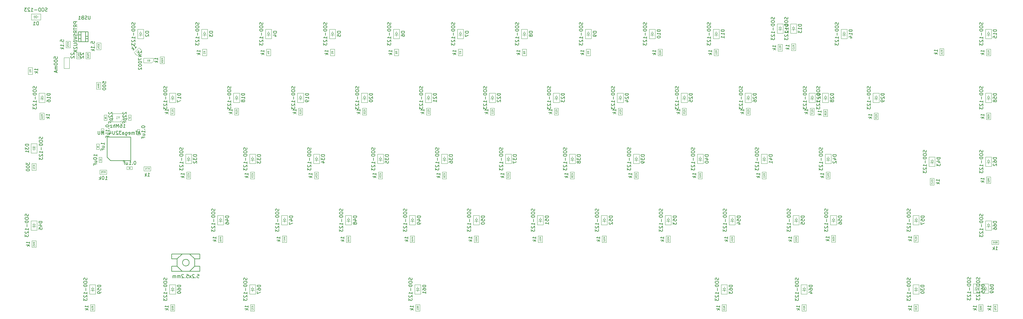
<source format=gbr>
G04 #@! TF.GenerationSoftware,KiCad,Pcbnew,(5.1.5)-3*
G04 #@! TF.CreationDate,2020-10-29T06:49:23-07:00*
G04 #@! TF.ProjectId,Voyager60,566f7961-6765-4723-9630-2e6b69636164,rev?*
G04 #@! TF.SameCoordinates,Original*
G04 #@! TF.FileFunction,Other,Fab,Bot*
%FSLAX46Y46*%
G04 Gerber Fmt 4.6, Leading zero omitted, Abs format (unit mm)*
G04 Created by KiCad (PCBNEW (5.1.5)-3) date 2020-10-29 06:49:23*
%MOMM*%
%LPD*%
G04 APERTURE LIST*
%ADD10C,0.100000*%
%ADD11C,0.150000*%
%ADD12C,0.075000*%
%ADD13C,0.105000*%
G04 APERTURE END LIST*
D10*
X46027580Y-46231300D02*
X44787580Y-46231300D01*
X46027580Y-48231300D02*
X46027580Y-46231300D01*
X44787580Y-48231300D02*
X46027580Y-48231300D01*
X44787580Y-46231300D02*
X44787580Y-48231300D01*
X200202560Y-55924960D02*
X201442560Y-55924960D01*
X200202560Y-53924960D02*
X200202560Y-55924960D01*
X201442560Y-53924960D02*
X200202560Y-53924960D01*
X201442560Y-55924960D02*
X201442560Y-53924960D01*
X52781000Y-57019000D02*
X51781000Y-58019000D01*
X49581000Y-55519000D02*
X52781000Y-55519000D01*
X49581000Y-58019000D02*
X49581000Y-55519000D01*
X52781000Y-58019000D02*
X49581000Y-58019000D01*
X52781000Y-55519000D02*
X52781000Y-58019000D01*
X311930000Y-114520000D02*
X313170000Y-114520000D01*
X311930000Y-112520000D02*
X311930000Y-114520000D01*
X313170000Y-112520000D02*
X311930000Y-112520000D01*
X313170000Y-114520000D02*
X313170000Y-112520000D01*
X44884100Y-36458400D02*
X46124100Y-36458400D01*
X44884100Y-34458400D02*
X44884100Y-36458400D01*
X46124100Y-34458400D02*
X44884100Y-34458400D01*
X46124100Y-36458400D02*
X46124100Y-34458400D01*
X35740100Y-35925000D02*
X36980100Y-35925000D01*
X35740100Y-33925000D02*
X35740100Y-35925000D01*
X36980100Y-33925000D02*
X35740100Y-33925000D01*
X36980100Y-35925000D02*
X36980100Y-33925000D01*
X90661250Y-114506250D02*
X91901250Y-114506250D01*
X90661250Y-112506250D02*
X90661250Y-114506250D01*
X91901250Y-112506250D02*
X90661250Y-112506250D01*
X91901250Y-114506250D02*
X91901250Y-112506250D01*
X60944000Y-72629000D02*
X60944000Y-71389000D01*
X58944000Y-72629000D02*
X60944000Y-72629000D01*
X58944000Y-71389000D02*
X58944000Y-72629000D01*
X60944000Y-71389000D02*
X58944000Y-71389000D01*
X47831250Y-73645000D02*
X47831250Y-72405000D01*
X45831250Y-73645000D02*
X47831250Y-73645000D01*
X45831250Y-72405000D02*
X45831250Y-73645000D01*
X47831250Y-72405000D02*
X45831250Y-72405000D01*
X63769000Y-40624000D02*
X65009000Y-40624000D01*
X63769000Y-38624000D02*
X63769000Y-40624000D01*
X65009000Y-38624000D02*
X63769000Y-38624000D01*
X65009000Y-40624000D02*
X65009000Y-38624000D01*
X41671000Y-39227000D02*
X42911000Y-39227000D01*
X41671000Y-37227000D02*
X41671000Y-39227000D01*
X42911000Y-37227000D02*
X41671000Y-37227000D01*
X42911000Y-39227000D02*
X42911000Y-37227000D01*
X38877000Y-39227000D02*
X40117000Y-39227000D01*
X38877000Y-37227000D02*
X38877000Y-39227000D01*
X40117000Y-37227000D02*
X38877000Y-37227000D01*
X40117000Y-39227000D02*
X40117000Y-37227000D01*
X313521600Y-94584760D02*
X313521600Y-93344760D01*
X311521600Y-94584760D02*
X313521600Y-94584760D01*
X311521600Y-93344760D02*
X311521600Y-94584760D01*
X313521600Y-93344760D02*
X311521600Y-93344760D01*
X307592500Y-114506250D02*
X308832500Y-114506250D01*
X307592500Y-112506250D02*
X307592500Y-114506250D01*
X308832500Y-112506250D02*
X307592500Y-112506250D01*
X308832500Y-114506250D02*
X308832500Y-112506250D01*
X254967500Y-114506250D02*
X256207500Y-114506250D01*
X254967500Y-112506250D02*
X254967500Y-114506250D01*
X256207500Y-112506250D02*
X254967500Y-112506250D01*
X256207500Y-114506250D02*
X256207500Y-112506250D01*
X231155000Y-114506250D02*
X232395000Y-114506250D01*
X231155000Y-112506250D02*
X231155000Y-114506250D01*
X232395000Y-112506250D02*
X231155000Y-112506250D01*
X232395000Y-114506250D02*
X232395000Y-112506250D01*
X309872500Y-76406250D02*
X311112500Y-76406250D01*
X309872500Y-74406250D02*
X309872500Y-76406250D01*
X311112500Y-74406250D02*
X309872500Y-74406250D01*
X311112500Y-76406250D02*
X311112500Y-74406250D01*
X139873750Y-114506250D02*
X141113750Y-114506250D01*
X139873750Y-112506250D02*
X139873750Y-114506250D01*
X141113750Y-112506250D02*
X139873750Y-112506250D01*
X141113750Y-114506250D02*
X141113750Y-112506250D01*
X66848750Y-114506250D02*
X68088750Y-114506250D01*
X66848750Y-112506250D02*
X66848750Y-114506250D01*
X68088750Y-112506250D02*
X66848750Y-112506250D01*
X68088750Y-114506250D02*
X68088750Y-112506250D01*
X43036250Y-114506250D02*
X44276250Y-114506250D01*
X43036250Y-112506250D02*
X43036250Y-114506250D01*
X44276250Y-112506250D02*
X43036250Y-112506250D01*
X44276250Y-114506250D02*
X44276250Y-112506250D01*
X309872500Y-57356250D02*
X311112500Y-57356250D01*
X309872500Y-55356250D02*
X309872500Y-57356250D01*
X311112500Y-55356250D02*
X309872500Y-55356250D01*
X311112500Y-57356250D02*
X311112500Y-55356250D01*
X288305000Y-93868750D02*
X289545000Y-93868750D01*
X288305000Y-91868750D02*
X288305000Y-93868750D01*
X289545000Y-91868750D02*
X288305000Y-91868750D01*
X289545000Y-93868750D02*
X289545000Y-91868750D01*
X263698750Y-93868750D02*
X264938750Y-93868750D01*
X263698750Y-91868750D02*
X263698750Y-93868750D01*
X264938750Y-91868750D02*
X263698750Y-91868750D01*
X264938750Y-93868750D02*
X264938750Y-91868750D01*
X252595140Y-94007180D02*
X253835140Y-94007180D01*
X252595140Y-92007180D02*
X252595140Y-94007180D01*
X253835140Y-92007180D02*
X252595140Y-92007180D01*
X253835140Y-94007180D02*
X253835140Y-92007180D01*
X233545140Y-94007180D02*
X234785140Y-94007180D01*
X233545140Y-92007180D02*
X233545140Y-94007180D01*
X234785140Y-92007180D02*
X233545140Y-92007180D01*
X234785140Y-94007180D02*
X234785140Y-92007180D01*
X214495140Y-94007180D02*
X215735140Y-94007180D01*
X214495140Y-92007180D02*
X214495140Y-94007180D01*
X215735140Y-92007180D02*
X214495140Y-92007180D01*
X215735140Y-94007180D02*
X215735140Y-92007180D01*
X195445140Y-94007180D02*
X196685140Y-94007180D01*
X195445140Y-92007180D02*
X195445140Y-94007180D01*
X196685140Y-92007180D02*
X195445140Y-92007180D01*
X196685140Y-94007180D02*
X196685140Y-92007180D01*
X176395140Y-94007180D02*
X177635140Y-94007180D01*
X176395140Y-92007180D02*
X176395140Y-94007180D01*
X177635140Y-92007180D02*
X176395140Y-92007180D01*
X177635140Y-94007180D02*
X177635140Y-92007180D01*
X157345140Y-94007180D02*
X158585140Y-94007180D01*
X157345140Y-92007180D02*
X157345140Y-94007180D01*
X158585140Y-92007180D02*
X157345140Y-92007180D01*
X158585140Y-94007180D02*
X158585140Y-92007180D01*
X138295140Y-94007180D02*
X139535140Y-94007180D01*
X138295140Y-92007180D02*
X138295140Y-94007180D01*
X139535140Y-92007180D02*
X138295140Y-92007180D01*
X139535140Y-94007180D02*
X139535140Y-92007180D01*
X119245140Y-94007180D02*
X120485140Y-94007180D01*
X119245140Y-92007180D02*
X119245140Y-94007180D01*
X120485140Y-92007180D02*
X119245140Y-92007180D01*
X120485140Y-94007180D02*
X120485140Y-92007180D01*
X100195140Y-94007180D02*
X101435140Y-94007180D01*
X100195140Y-92007180D02*
X100195140Y-94007180D01*
X101435140Y-92007180D02*
X100195140Y-92007180D01*
X101435140Y-94007180D02*
X101435140Y-92007180D01*
X81145140Y-94007180D02*
X82385140Y-94007180D01*
X81145140Y-92007180D02*
X81145140Y-94007180D01*
X82385140Y-92007180D02*
X81145140Y-92007180D01*
X82385140Y-94007180D02*
X82385140Y-92007180D01*
X25573750Y-95456250D02*
X26813750Y-95456250D01*
X25573750Y-93456250D02*
X25573750Y-95456250D01*
X26813750Y-93456250D02*
X25573750Y-93456250D01*
X26813750Y-95456250D02*
X26813750Y-93456250D01*
X294312580Y-74867260D02*
X293072580Y-74867260D01*
X294312580Y-76867260D02*
X294312580Y-74867260D01*
X293072580Y-76867260D02*
X294312580Y-76867260D01*
X293072580Y-74867260D02*
X293072580Y-76867260D01*
X262084580Y-74990200D02*
X263324580Y-74990200D01*
X262084580Y-72990200D02*
X262084580Y-74990200D01*
X263324580Y-72990200D02*
X262084580Y-72990200D01*
X263324580Y-74990200D02*
X263324580Y-72990200D01*
X243034580Y-74990200D02*
X244274580Y-74990200D01*
X243034580Y-72990200D02*
X243034580Y-74990200D01*
X244274580Y-72990200D02*
X243034580Y-72990200D01*
X244274580Y-74990200D02*
X244274580Y-72990200D01*
X223984580Y-74990200D02*
X225224580Y-74990200D01*
X223984580Y-72990200D02*
X223984580Y-74990200D01*
X225224580Y-72990200D02*
X223984580Y-72990200D01*
X225224580Y-74990200D02*
X225224580Y-72990200D01*
X204934580Y-74990200D02*
X206174580Y-74990200D01*
X204934580Y-72990200D02*
X204934580Y-74990200D01*
X206174580Y-72990200D02*
X204934580Y-72990200D01*
X206174580Y-74990200D02*
X206174580Y-72990200D01*
X185884580Y-74990200D02*
X187124580Y-74990200D01*
X185884580Y-72990200D02*
X185884580Y-74990200D01*
X187124580Y-72990200D02*
X185884580Y-72990200D01*
X187124580Y-74990200D02*
X187124580Y-72990200D01*
X166834580Y-74990200D02*
X168074580Y-74990200D01*
X166834580Y-72990200D02*
X166834580Y-74990200D01*
X168074580Y-72990200D02*
X166834580Y-72990200D01*
X168074580Y-74990200D02*
X168074580Y-72990200D01*
X149024580Y-74990200D02*
X149024580Y-72990200D01*
X149024580Y-72990200D02*
X147784580Y-72990200D01*
X147784580Y-72990200D02*
X147784580Y-74990200D01*
X147784580Y-74990200D02*
X149024580Y-74990200D01*
X128734580Y-74990200D02*
X129974580Y-74990200D01*
X128734580Y-72990200D02*
X128734580Y-74990200D01*
X129974580Y-72990200D02*
X128734580Y-72990200D01*
X129974580Y-74990200D02*
X129974580Y-72990200D01*
X109684580Y-74990200D02*
X110924580Y-74990200D01*
X109684580Y-72990200D02*
X109684580Y-74990200D01*
X110924580Y-72990200D02*
X109684580Y-72990200D01*
X110924580Y-74990200D02*
X110924580Y-72990200D01*
X90634580Y-74990200D02*
X91874580Y-74990200D01*
X90634580Y-72990200D02*
X90634580Y-74990200D01*
X91874580Y-72990200D02*
X90634580Y-72990200D01*
X91874580Y-74990200D02*
X91874580Y-72990200D01*
X71584580Y-74990200D02*
X72824580Y-74990200D01*
X71584580Y-72990200D02*
X71584580Y-74990200D01*
X72824580Y-72990200D02*
X71584580Y-72990200D01*
X72824580Y-74990200D02*
X72824580Y-72990200D01*
X25573750Y-72437500D02*
X26813750Y-72437500D01*
X25573750Y-70437500D02*
X25573750Y-72437500D01*
X26813750Y-70437500D02*
X25573750Y-70437500D01*
X26813750Y-72437500D02*
X26813750Y-70437500D01*
X288280000Y-114506250D02*
X289520000Y-114506250D01*
X288280000Y-112506250D02*
X288280000Y-114506250D01*
X289520000Y-112506250D02*
X288280000Y-112506250D01*
X289520000Y-114506250D02*
X289520000Y-112506250D01*
X276398750Y-57356250D02*
X277638750Y-57356250D01*
X276398750Y-55356250D02*
X276398750Y-57356250D01*
X277638750Y-55356250D02*
X276398750Y-55356250D01*
X277638750Y-57356250D02*
X277638750Y-55356250D01*
X261348750Y-56356250D02*
X262588750Y-56356250D01*
X261348750Y-54356250D02*
X261348750Y-56356250D01*
X262588750Y-54356250D02*
X261348750Y-54356250D01*
X262588750Y-56356250D02*
X262588750Y-54356250D01*
X257352560Y-55924960D02*
X258592560Y-55924960D01*
X257352560Y-53924960D02*
X257352560Y-55924960D01*
X258592560Y-53924960D02*
X257352560Y-53924960D01*
X258592560Y-55924960D02*
X258592560Y-53924960D01*
X238302560Y-55924960D02*
X239542560Y-55924960D01*
X238302560Y-53924960D02*
X238302560Y-55924960D01*
X239542560Y-53924960D02*
X238302560Y-53924960D01*
X239542560Y-55924960D02*
X239542560Y-53924960D01*
X219252560Y-55924960D02*
X220492560Y-55924960D01*
X219252560Y-53924960D02*
X219252560Y-55924960D01*
X220492560Y-53924960D02*
X219252560Y-53924960D01*
X220492560Y-55924960D02*
X220492560Y-53924960D01*
X181152560Y-55924960D02*
X182392560Y-55924960D01*
X181152560Y-53924960D02*
X181152560Y-55924960D01*
X182392560Y-53924960D02*
X181152560Y-53924960D01*
X182392560Y-55924960D02*
X182392560Y-53924960D01*
X162102560Y-55924960D02*
X163342560Y-55924960D01*
X162102560Y-53924960D02*
X162102560Y-55924960D01*
X163342560Y-53924960D02*
X162102560Y-53924960D01*
X163342560Y-55924960D02*
X163342560Y-53924960D01*
X143052560Y-55924960D02*
X144292560Y-55924960D01*
X143052560Y-53924960D02*
X143052560Y-55924960D01*
X144292560Y-53924960D02*
X143052560Y-53924960D01*
X144292560Y-55924960D02*
X144292560Y-53924960D01*
X124002560Y-55924960D02*
X125242560Y-55924960D01*
X124002560Y-53924960D02*
X124002560Y-55924960D01*
X125242560Y-53924960D02*
X124002560Y-53924960D01*
X125242560Y-55924960D02*
X125242560Y-53924960D01*
X104952560Y-55924960D02*
X106192560Y-55924960D01*
X104952560Y-53924960D02*
X104952560Y-55924960D01*
X106192560Y-53924960D02*
X104952560Y-53924960D01*
X106192560Y-55924960D02*
X106192560Y-53924960D01*
X85902560Y-55924960D02*
X87142560Y-55924960D01*
X85902560Y-53924960D02*
X85902560Y-55924960D01*
X87142560Y-53924960D02*
X85902560Y-53924960D01*
X87142560Y-55924960D02*
X87142560Y-53924960D01*
X66852560Y-55924960D02*
X68092560Y-55924960D01*
X66852560Y-53924960D02*
X66852560Y-55924960D01*
X68092560Y-53924960D02*
X66852560Y-53924960D01*
X68092560Y-55924960D02*
X68092560Y-53924960D01*
X29195000Y-55356250D02*
X27955000Y-55356250D01*
X29195000Y-57356250D02*
X29195000Y-55356250D01*
X27955000Y-57356250D02*
X29195000Y-57356250D01*
X27955000Y-55356250D02*
X27955000Y-57356250D01*
X309872500Y-38306250D02*
X311112500Y-38306250D01*
X309872500Y-36306250D02*
X309872500Y-38306250D01*
X311112500Y-36306250D02*
X309872500Y-36306250D01*
X311112500Y-38306250D02*
X311112500Y-36306250D01*
X295970720Y-38180520D02*
X297210720Y-38180520D01*
X295970720Y-36180520D02*
X295970720Y-38180520D01*
X297210720Y-36180520D02*
X295970720Y-36180520D01*
X297210720Y-38180520D02*
X297210720Y-36180520D01*
X251792500Y-36718750D02*
X253032500Y-36718750D01*
X251792500Y-34718750D02*
X251792500Y-36718750D01*
X253032500Y-34718750D02*
X251792500Y-34718750D01*
X253032500Y-36718750D02*
X253032500Y-34718750D01*
X247850420Y-36880040D02*
X249090420Y-36880040D01*
X247850420Y-34880040D02*
X247850420Y-36880040D01*
X249090420Y-34880040D02*
X247850420Y-34880040D01*
X249090420Y-36880040D02*
X249090420Y-34880040D01*
X228773750Y-38306250D02*
X230013750Y-38306250D01*
X228773750Y-36306250D02*
X228773750Y-38306250D01*
X230013750Y-36306250D02*
X228773750Y-36306250D01*
X230013750Y-38306250D02*
X230013750Y-36306250D01*
X212105000Y-38306250D02*
X213345000Y-38306250D01*
X212105000Y-36306250D02*
X212105000Y-38306250D01*
X213345000Y-36306250D02*
X212105000Y-36306250D01*
X213345000Y-38306250D02*
X213345000Y-36306250D01*
X190673750Y-38306250D02*
X191913750Y-38306250D01*
X190673750Y-36306250D02*
X190673750Y-38306250D01*
X191913750Y-36306250D02*
X190673750Y-36306250D01*
X191913750Y-38306250D02*
X191913750Y-36306250D01*
X171623750Y-38306250D02*
X172863750Y-38306250D01*
X171623750Y-36306250D02*
X171623750Y-38306250D01*
X172863750Y-36306250D02*
X171623750Y-36306250D01*
X172863750Y-38306250D02*
X172863750Y-36306250D01*
X152573750Y-38306250D02*
X153813750Y-38306250D01*
X152573750Y-36306250D02*
X152573750Y-38306250D01*
X153813750Y-36306250D02*
X152573750Y-36306250D01*
X153813750Y-38306250D02*
X153813750Y-36306250D01*
X133523750Y-38306250D02*
X134763750Y-38306250D01*
X133523750Y-36306250D02*
X133523750Y-38306250D01*
X134763750Y-36306250D02*
X133523750Y-36306250D01*
X134763750Y-38306250D02*
X134763750Y-36306250D01*
X114473750Y-38306250D02*
X115713750Y-38306250D01*
X114473750Y-36306250D02*
X114473750Y-38306250D01*
X115713750Y-36306250D02*
X114473750Y-36306250D01*
X115713750Y-38306250D02*
X115713750Y-36306250D01*
X95423750Y-38306250D02*
X96663750Y-38306250D01*
X95423750Y-36306250D02*
X95423750Y-38306250D01*
X96663750Y-36306250D02*
X95423750Y-36306250D01*
X96663750Y-38306250D02*
X96663750Y-36306250D01*
X76373750Y-38306250D02*
X77613750Y-38306250D01*
X76373750Y-36306250D02*
X76373750Y-38306250D01*
X77613750Y-36306250D02*
X76373750Y-36306250D01*
X77613750Y-38306250D02*
X77613750Y-36306250D01*
X56040047Y-37347621D02*
X56916859Y-38224433D01*
X57454261Y-35933407D02*
X56040047Y-37347621D01*
X58331073Y-36810219D02*
X57454261Y-35933407D01*
X56916859Y-38224433D02*
X58331073Y-36810219D01*
X25727900Y-41811700D02*
X24487900Y-41811700D01*
X25727900Y-43811700D02*
X25727900Y-41811700D01*
X24487900Y-43811700D02*
X25727900Y-43811700D01*
X24487900Y-41811700D02*
X24487900Y-43811700D01*
X309559960Y-107519660D02*
X309559960Y-107019660D01*
X309159960Y-107519660D02*
X309559960Y-108119660D01*
X309959960Y-107519660D02*
X309159960Y-107519660D01*
X309559960Y-108119660D02*
X309959960Y-107519660D01*
X309559960Y-108119660D02*
X309009960Y-108119660D01*
X309559960Y-108119660D02*
X310109960Y-108119660D01*
X309559960Y-108519660D02*
X309559960Y-108119660D01*
X308659960Y-109169660D02*
X310459960Y-109169660D01*
X308659960Y-106369660D02*
X308659960Y-109169660D01*
X310459960Y-106369660D02*
X308659960Y-106369660D01*
X310459960Y-109169660D02*
X310459960Y-106369660D01*
X91281250Y-107700000D02*
X91281250Y-107200000D01*
X90881250Y-107700000D02*
X91281250Y-108300000D01*
X91681250Y-107700000D02*
X90881250Y-107700000D01*
X91281250Y-108300000D02*
X91681250Y-107700000D01*
X91281250Y-108300000D02*
X90731250Y-108300000D01*
X91281250Y-108300000D02*
X91831250Y-108300000D01*
X91281250Y-108700000D02*
X91281250Y-108300000D01*
X90381250Y-109350000D02*
X92181250Y-109350000D01*
X90381250Y-106550000D02*
X90381250Y-109350000D01*
X92181250Y-106550000D02*
X90381250Y-106550000D01*
X92181250Y-109350000D02*
X92181250Y-106550000D01*
X310492500Y-88656250D02*
X310492500Y-88156250D01*
X310092500Y-88656250D02*
X310492500Y-89256250D01*
X310892500Y-88656250D02*
X310092500Y-88656250D01*
X310492500Y-89256250D02*
X310892500Y-88656250D01*
X310492500Y-89256250D02*
X309942500Y-89256250D01*
X310492500Y-89256250D02*
X311042500Y-89256250D01*
X310492500Y-89656250D02*
X310492500Y-89256250D01*
X309592500Y-90306250D02*
X311392500Y-90306250D01*
X309592500Y-87506250D02*
X309592500Y-90306250D01*
X311392500Y-87506250D02*
X309592500Y-87506250D01*
X311392500Y-90306250D02*
X311392500Y-87506250D01*
X306867560Y-107519660D02*
X306867560Y-107019660D01*
X306467560Y-107519660D02*
X306867560Y-108119660D01*
X307267560Y-107519660D02*
X306467560Y-107519660D01*
X306867560Y-108119660D02*
X307267560Y-107519660D01*
X306867560Y-108119660D02*
X306317560Y-108119660D01*
X306867560Y-108119660D02*
X307417560Y-108119660D01*
X306867560Y-108519660D02*
X306867560Y-108119660D01*
X305967560Y-109169660D02*
X307767560Y-109169660D01*
X305967560Y-106369660D02*
X305967560Y-109169660D01*
X307767560Y-106369660D02*
X305967560Y-106369660D01*
X307767560Y-109169660D02*
X307767560Y-106369660D01*
X255587500Y-107700000D02*
X255587500Y-107200000D01*
X255187500Y-107700000D02*
X255587500Y-108300000D01*
X255987500Y-107700000D02*
X255187500Y-107700000D01*
X255587500Y-108300000D02*
X255987500Y-107700000D01*
X255587500Y-108300000D02*
X255037500Y-108300000D01*
X255587500Y-108300000D02*
X256137500Y-108300000D01*
X255587500Y-108700000D02*
X255587500Y-108300000D01*
X254687500Y-109350000D02*
X256487500Y-109350000D01*
X254687500Y-106550000D02*
X254687500Y-109350000D01*
X256487500Y-106550000D02*
X254687500Y-106550000D01*
X256487500Y-109350000D02*
X256487500Y-106550000D01*
X231775000Y-107700000D02*
X231775000Y-107200000D01*
X231375000Y-107700000D02*
X231775000Y-108300000D01*
X232175000Y-107700000D02*
X231375000Y-107700000D01*
X231775000Y-108300000D02*
X232175000Y-107700000D01*
X231775000Y-108300000D02*
X231225000Y-108300000D01*
X231775000Y-108300000D02*
X232325000Y-108300000D01*
X231775000Y-108700000D02*
X231775000Y-108300000D01*
X230875000Y-109350000D02*
X232675000Y-109350000D01*
X230875000Y-106550000D02*
X230875000Y-109350000D01*
X232675000Y-106550000D02*
X230875000Y-106550000D01*
X232675000Y-109350000D02*
X232675000Y-106550000D01*
X310492500Y-69606250D02*
X310492500Y-69106250D01*
X310092500Y-69606250D02*
X310492500Y-70206250D01*
X310892500Y-69606250D02*
X310092500Y-69606250D01*
X310492500Y-70206250D02*
X310892500Y-69606250D01*
X310492500Y-70206250D02*
X309942500Y-70206250D01*
X310492500Y-70206250D02*
X311042500Y-70206250D01*
X310492500Y-70606250D02*
X310492500Y-70206250D01*
X309592500Y-71256250D02*
X311392500Y-71256250D01*
X309592500Y-68456250D02*
X309592500Y-71256250D01*
X311392500Y-68456250D02*
X309592500Y-68456250D01*
X311392500Y-71256250D02*
X311392500Y-68456250D01*
X140493750Y-107700000D02*
X140493750Y-107200000D01*
X140093750Y-107700000D02*
X140493750Y-108300000D01*
X140893750Y-107700000D02*
X140093750Y-107700000D01*
X140493750Y-108300000D02*
X140893750Y-107700000D01*
X140493750Y-108300000D02*
X139943750Y-108300000D01*
X140493750Y-108300000D02*
X141043750Y-108300000D01*
X140493750Y-108700000D02*
X140493750Y-108300000D01*
X139593750Y-109350000D02*
X141393750Y-109350000D01*
X139593750Y-106550000D02*
X139593750Y-109350000D01*
X141393750Y-106550000D02*
X139593750Y-106550000D01*
X141393750Y-109350000D02*
X141393750Y-106550000D01*
X67468750Y-107700000D02*
X67468750Y-107200000D01*
X67068750Y-107700000D02*
X67468750Y-108300000D01*
X67868750Y-107700000D02*
X67068750Y-107700000D01*
X67468750Y-108300000D02*
X67868750Y-107700000D01*
X67468750Y-108300000D02*
X66918750Y-108300000D01*
X67468750Y-108300000D02*
X68018750Y-108300000D01*
X67468750Y-108700000D02*
X67468750Y-108300000D01*
X66568750Y-109350000D02*
X68368750Y-109350000D01*
X66568750Y-106550000D02*
X66568750Y-109350000D01*
X68368750Y-106550000D02*
X66568750Y-106550000D01*
X68368750Y-109350000D02*
X68368750Y-106550000D01*
X43656250Y-107700000D02*
X43656250Y-107200000D01*
X43256250Y-107700000D02*
X43656250Y-108300000D01*
X44056250Y-107700000D02*
X43256250Y-107700000D01*
X43656250Y-108300000D02*
X44056250Y-107700000D01*
X43656250Y-108300000D02*
X43106250Y-108300000D01*
X43656250Y-108300000D02*
X44206250Y-108300000D01*
X43656250Y-108700000D02*
X43656250Y-108300000D01*
X42756250Y-109350000D02*
X44556250Y-109350000D01*
X42756250Y-106550000D02*
X42756250Y-109350000D01*
X44556250Y-106550000D02*
X42756250Y-106550000D01*
X44556250Y-109350000D02*
X44556250Y-106550000D01*
X310492500Y-50556250D02*
X310492500Y-50056250D01*
X310092500Y-50556250D02*
X310492500Y-51156250D01*
X310892500Y-50556250D02*
X310092500Y-50556250D01*
X310492500Y-51156250D02*
X310892500Y-50556250D01*
X310492500Y-51156250D02*
X309942500Y-51156250D01*
X310492500Y-51156250D02*
X311042500Y-51156250D01*
X310492500Y-51556250D02*
X310492500Y-51156250D01*
X309592500Y-52206250D02*
X311392500Y-52206250D01*
X309592500Y-49406250D02*
X309592500Y-52206250D01*
X311392500Y-49406250D02*
X309592500Y-49406250D01*
X311392500Y-52206250D02*
X311392500Y-49406250D01*
X288925000Y-87062500D02*
X288925000Y-86562500D01*
X288525000Y-87062500D02*
X288925000Y-87662500D01*
X289325000Y-87062500D02*
X288525000Y-87062500D01*
X288925000Y-87662500D02*
X289325000Y-87062500D01*
X288925000Y-87662500D02*
X288375000Y-87662500D01*
X288925000Y-87662500D02*
X289475000Y-87662500D01*
X288925000Y-88062500D02*
X288925000Y-87662500D01*
X288025000Y-88712500D02*
X289825000Y-88712500D01*
X288025000Y-85912500D02*
X288025000Y-88712500D01*
X289825000Y-85912500D02*
X288025000Y-85912500D01*
X289825000Y-88712500D02*
X289825000Y-85912500D01*
X264318750Y-87062500D02*
X264318750Y-86562500D01*
X263918750Y-87062500D02*
X264318750Y-87662500D01*
X264718750Y-87062500D02*
X263918750Y-87062500D01*
X264318750Y-87662500D02*
X264718750Y-87062500D01*
X264318750Y-87662500D02*
X263768750Y-87662500D01*
X264318750Y-87662500D02*
X264868750Y-87662500D01*
X264318750Y-88062500D02*
X264318750Y-87662500D01*
X263418750Y-88712500D02*
X265218750Y-88712500D01*
X263418750Y-85912500D02*
X263418750Y-88712500D01*
X265218750Y-85912500D02*
X263418750Y-85912500D01*
X265218750Y-88712500D02*
X265218750Y-85912500D01*
X253206250Y-87062500D02*
X253206250Y-86562500D01*
X252806250Y-87062500D02*
X253206250Y-87662500D01*
X253606250Y-87062500D02*
X252806250Y-87062500D01*
X253206250Y-87662500D02*
X253606250Y-87062500D01*
X253206250Y-87662500D02*
X252656250Y-87662500D01*
X253206250Y-87662500D02*
X253756250Y-87662500D01*
X253206250Y-88062500D02*
X253206250Y-87662500D01*
X252306250Y-88712500D02*
X254106250Y-88712500D01*
X252306250Y-85912500D02*
X252306250Y-88712500D01*
X254106250Y-85912500D02*
X252306250Y-85912500D01*
X254106250Y-88712500D02*
X254106250Y-85912500D01*
X234156250Y-87062500D02*
X234156250Y-86562500D01*
X233756250Y-87062500D02*
X234156250Y-87662500D01*
X234556250Y-87062500D02*
X233756250Y-87062500D01*
X234156250Y-87662500D02*
X234556250Y-87062500D01*
X234156250Y-87662500D02*
X233606250Y-87662500D01*
X234156250Y-87662500D02*
X234706250Y-87662500D01*
X234156250Y-88062500D02*
X234156250Y-87662500D01*
X233256250Y-88712500D02*
X235056250Y-88712500D01*
X233256250Y-85912500D02*
X233256250Y-88712500D01*
X235056250Y-85912500D02*
X233256250Y-85912500D01*
X235056250Y-88712500D02*
X235056250Y-85912500D01*
X215106250Y-87062500D02*
X215106250Y-86562500D01*
X214706250Y-87062500D02*
X215106250Y-87662500D01*
X215506250Y-87062500D02*
X214706250Y-87062500D01*
X215106250Y-87662500D02*
X215506250Y-87062500D01*
X215106250Y-87662500D02*
X214556250Y-87662500D01*
X215106250Y-87662500D02*
X215656250Y-87662500D01*
X215106250Y-88062500D02*
X215106250Y-87662500D01*
X214206250Y-88712500D02*
X216006250Y-88712500D01*
X214206250Y-85912500D02*
X214206250Y-88712500D01*
X216006250Y-85912500D02*
X214206250Y-85912500D01*
X216006250Y-88712500D02*
X216006250Y-85912500D01*
X196056250Y-87062500D02*
X196056250Y-86562500D01*
X195656250Y-87062500D02*
X196056250Y-87662500D01*
X196456250Y-87062500D02*
X195656250Y-87062500D01*
X196056250Y-87662500D02*
X196456250Y-87062500D01*
X196056250Y-87662500D02*
X195506250Y-87662500D01*
X196056250Y-87662500D02*
X196606250Y-87662500D01*
X196056250Y-88062500D02*
X196056250Y-87662500D01*
X195156250Y-88712500D02*
X196956250Y-88712500D01*
X195156250Y-85912500D02*
X195156250Y-88712500D01*
X196956250Y-85912500D02*
X195156250Y-85912500D01*
X196956250Y-88712500D02*
X196956250Y-85912500D01*
X177006250Y-87062500D02*
X177006250Y-86562500D01*
X176606250Y-87062500D02*
X177006250Y-87662500D01*
X177406250Y-87062500D02*
X176606250Y-87062500D01*
X177006250Y-87662500D02*
X177406250Y-87062500D01*
X177006250Y-87662500D02*
X176456250Y-87662500D01*
X177006250Y-87662500D02*
X177556250Y-87662500D01*
X177006250Y-88062500D02*
X177006250Y-87662500D01*
X176106250Y-88712500D02*
X177906250Y-88712500D01*
X176106250Y-85912500D02*
X176106250Y-88712500D01*
X177906250Y-85912500D02*
X176106250Y-85912500D01*
X177906250Y-88712500D02*
X177906250Y-85912500D01*
X157956250Y-87062500D02*
X157956250Y-86562500D01*
X157556250Y-87062500D02*
X157956250Y-87662500D01*
X158356250Y-87062500D02*
X157556250Y-87062500D01*
X157956250Y-87662500D02*
X158356250Y-87062500D01*
X157956250Y-87662500D02*
X157406250Y-87662500D01*
X157956250Y-87662500D02*
X158506250Y-87662500D01*
X157956250Y-88062500D02*
X157956250Y-87662500D01*
X157056250Y-88712500D02*
X158856250Y-88712500D01*
X157056250Y-85912500D02*
X157056250Y-88712500D01*
X158856250Y-85912500D02*
X157056250Y-85912500D01*
X158856250Y-88712500D02*
X158856250Y-85912500D01*
X138906250Y-87062500D02*
X138906250Y-86562500D01*
X138506250Y-87062500D02*
X138906250Y-87662500D01*
X139306250Y-87062500D02*
X138506250Y-87062500D01*
X138906250Y-87662500D02*
X139306250Y-87062500D01*
X138906250Y-87662500D02*
X138356250Y-87662500D01*
X138906250Y-87662500D02*
X139456250Y-87662500D01*
X138906250Y-88062500D02*
X138906250Y-87662500D01*
X138006250Y-88712500D02*
X139806250Y-88712500D01*
X138006250Y-85912500D02*
X138006250Y-88712500D01*
X139806250Y-85912500D02*
X138006250Y-85912500D01*
X139806250Y-88712500D02*
X139806250Y-85912500D01*
X119856250Y-87062500D02*
X119856250Y-86562500D01*
X119456250Y-87062500D02*
X119856250Y-87662500D01*
X120256250Y-87062500D02*
X119456250Y-87062500D01*
X119856250Y-87662500D02*
X120256250Y-87062500D01*
X119856250Y-87662500D02*
X119306250Y-87662500D01*
X119856250Y-87662500D02*
X120406250Y-87662500D01*
X119856250Y-88062500D02*
X119856250Y-87662500D01*
X118956250Y-88712500D02*
X120756250Y-88712500D01*
X118956250Y-85912500D02*
X118956250Y-88712500D01*
X120756250Y-85912500D02*
X118956250Y-85912500D01*
X120756250Y-88712500D02*
X120756250Y-85912500D01*
X100806250Y-87062500D02*
X100806250Y-86562500D01*
X100406250Y-87062500D02*
X100806250Y-87662500D01*
X101206250Y-87062500D02*
X100406250Y-87062500D01*
X100806250Y-87662500D02*
X101206250Y-87062500D01*
X100806250Y-87662500D02*
X100256250Y-87662500D01*
X100806250Y-87662500D02*
X101356250Y-87662500D01*
X100806250Y-88062500D02*
X100806250Y-87662500D01*
X99906250Y-88712500D02*
X101706250Y-88712500D01*
X99906250Y-85912500D02*
X99906250Y-88712500D01*
X101706250Y-85912500D02*
X99906250Y-85912500D01*
X101706250Y-88712500D02*
X101706250Y-85912500D01*
X81756250Y-87062500D02*
X81756250Y-86562500D01*
X81356250Y-87062500D02*
X81756250Y-87662500D01*
X82156250Y-87062500D02*
X81356250Y-87062500D01*
X81756250Y-87662500D02*
X82156250Y-87062500D01*
X81756250Y-87662500D02*
X81206250Y-87662500D01*
X81756250Y-87662500D02*
X82306250Y-87662500D01*
X81756250Y-88062500D02*
X81756250Y-87662500D01*
X80856250Y-88712500D02*
X82656250Y-88712500D01*
X80856250Y-85912500D02*
X80856250Y-88712500D01*
X82656250Y-85912500D02*
X80856250Y-85912500D01*
X82656250Y-88712500D02*
X82656250Y-85912500D01*
X26193750Y-88650000D02*
X26193750Y-88150000D01*
X25793750Y-88650000D02*
X26193750Y-89250000D01*
X26593750Y-88650000D02*
X25793750Y-88650000D01*
X26193750Y-89250000D02*
X26593750Y-88650000D01*
X26193750Y-89250000D02*
X25643750Y-89250000D01*
X26193750Y-89250000D02*
X26743750Y-89250000D01*
X26193750Y-89650000D02*
X26193750Y-89250000D01*
X25293750Y-90300000D02*
X27093750Y-90300000D01*
X25293750Y-87500000D02*
X25293750Y-90300000D01*
X27093750Y-87500000D02*
X25293750Y-87500000D01*
X27093750Y-90300000D02*
X27093750Y-87500000D01*
X293687500Y-69600000D02*
X293687500Y-69100000D01*
X293287500Y-69600000D02*
X293687500Y-70200000D01*
X294087500Y-69600000D02*
X293287500Y-69600000D01*
X293687500Y-70200000D02*
X294087500Y-69600000D01*
X293687500Y-70200000D02*
X293137500Y-70200000D01*
X293687500Y-70200000D02*
X294237500Y-70200000D01*
X293687500Y-70600000D02*
X293687500Y-70200000D01*
X292787500Y-71250000D02*
X294587500Y-71250000D01*
X292787500Y-68450000D02*
X292787500Y-71250000D01*
X294587500Y-68450000D02*
X292787500Y-68450000D01*
X294587500Y-71250000D02*
X294587500Y-68450000D01*
X262731250Y-68806250D02*
X262731250Y-68306250D01*
X262331250Y-68806250D02*
X262731250Y-69406250D01*
X263131250Y-68806250D02*
X262331250Y-68806250D01*
X262731250Y-69406250D02*
X263131250Y-68806250D01*
X262731250Y-69406250D02*
X262181250Y-69406250D01*
X262731250Y-69406250D02*
X263281250Y-69406250D01*
X262731250Y-69806250D02*
X262731250Y-69406250D01*
X261831250Y-70456250D02*
X263631250Y-70456250D01*
X261831250Y-67656250D02*
X261831250Y-70456250D01*
X263631250Y-67656250D02*
X261831250Y-67656250D01*
X263631250Y-70456250D02*
X263631250Y-67656250D01*
X243681250Y-68806250D02*
X243681250Y-68306250D01*
X243281250Y-68806250D02*
X243681250Y-69406250D01*
X244081250Y-68806250D02*
X243281250Y-68806250D01*
X243681250Y-69406250D02*
X244081250Y-68806250D01*
X243681250Y-69406250D02*
X243131250Y-69406250D01*
X243681250Y-69406250D02*
X244231250Y-69406250D01*
X243681250Y-69806250D02*
X243681250Y-69406250D01*
X242781250Y-70456250D02*
X244581250Y-70456250D01*
X242781250Y-67656250D02*
X242781250Y-70456250D01*
X244581250Y-67656250D02*
X242781250Y-67656250D01*
X244581250Y-70456250D02*
X244581250Y-67656250D01*
X224631250Y-68806250D02*
X224631250Y-68306250D01*
X224231250Y-68806250D02*
X224631250Y-69406250D01*
X225031250Y-68806250D02*
X224231250Y-68806250D01*
X224631250Y-69406250D02*
X225031250Y-68806250D01*
X224631250Y-69406250D02*
X224081250Y-69406250D01*
X224631250Y-69406250D02*
X225181250Y-69406250D01*
X224631250Y-69806250D02*
X224631250Y-69406250D01*
X223731250Y-70456250D02*
X225531250Y-70456250D01*
X223731250Y-67656250D02*
X223731250Y-70456250D01*
X225531250Y-67656250D02*
X223731250Y-67656250D01*
X225531250Y-70456250D02*
X225531250Y-67656250D01*
X205581250Y-68806250D02*
X205581250Y-68306250D01*
X205181250Y-68806250D02*
X205581250Y-69406250D01*
X205981250Y-68806250D02*
X205181250Y-68806250D01*
X205581250Y-69406250D02*
X205981250Y-68806250D01*
X205581250Y-69406250D02*
X205031250Y-69406250D01*
X205581250Y-69406250D02*
X206131250Y-69406250D01*
X205581250Y-69806250D02*
X205581250Y-69406250D01*
X204681250Y-70456250D02*
X206481250Y-70456250D01*
X204681250Y-67656250D02*
X204681250Y-70456250D01*
X206481250Y-67656250D02*
X204681250Y-67656250D01*
X206481250Y-70456250D02*
X206481250Y-67656250D01*
X186531250Y-68806250D02*
X186531250Y-68306250D01*
X186131250Y-68806250D02*
X186531250Y-69406250D01*
X186931250Y-68806250D02*
X186131250Y-68806250D01*
X186531250Y-69406250D02*
X186931250Y-68806250D01*
X186531250Y-69406250D02*
X185981250Y-69406250D01*
X186531250Y-69406250D02*
X187081250Y-69406250D01*
X186531250Y-69806250D02*
X186531250Y-69406250D01*
X185631250Y-70456250D02*
X187431250Y-70456250D01*
X185631250Y-67656250D02*
X185631250Y-70456250D01*
X187431250Y-67656250D02*
X185631250Y-67656250D01*
X187431250Y-70456250D02*
X187431250Y-67656250D01*
X167481250Y-68806250D02*
X167481250Y-68306250D01*
X167081250Y-68806250D02*
X167481250Y-69406250D01*
X167881250Y-68806250D02*
X167081250Y-68806250D01*
X167481250Y-69406250D02*
X167881250Y-68806250D01*
X167481250Y-69406250D02*
X166931250Y-69406250D01*
X167481250Y-69406250D02*
X168031250Y-69406250D01*
X167481250Y-69806250D02*
X167481250Y-69406250D01*
X166581250Y-70456250D02*
X168381250Y-70456250D01*
X166581250Y-67656250D02*
X166581250Y-70456250D01*
X168381250Y-67656250D02*
X166581250Y-67656250D01*
X168381250Y-70456250D02*
X168381250Y-67656250D01*
X149331250Y-70456250D02*
X149331250Y-67656250D01*
X149331250Y-67656250D02*
X147531250Y-67656250D01*
X147531250Y-67656250D02*
X147531250Y-70456250D01*
X147531250Y-70456250D02*
X149331250Y-70456250D01*
X148431250Y-69806250D02*
X148431250Y-69406250D01*
X148431250Y-69406250D02*
X148981250Y-69406250D01*
X148431250Y-69406250D02*
X147881250Y-69406250D01*
X148431250Y-69406250D02*
X148831250Y-68806250D01*
X148831250Y-68806250D02*
X148031250Y-68806250D01*
X148031250Y-68806250D02*
X148431250Y-69406250D01*
X148431250Y-68806250D02*
X148431250Y-68306250D01*
X129381250Y-68806250D02*
X129381250Y-68306250D01*
X128981250Y-68806250D02*
X129381250Y-69406250D01*
X129781250Y-68806250D02*
X128981250Y-68806250D01*
X129381250Y-69406250D02*
X129781250Y-68806250D01*
X129381250Y-69406250D02*
X128831250Y-69406250D01*
X129381250Y-69406250D02*
X129931250Y-69406250D01*
X129381250Y-69806250D02*
X129381250Y-69406250D01*
X128481250Y-70456250D02*
X130281250Y-70456250D01*
X128481250Y-67656250D02*
X128481250Y-70456250D01*
X130281250Y-67656250D02*
X128481250Y-67656250D01*
X130281250Y-70456250D02*
X130281250Y-67656250D01*
X110331250Y-68806250D02*
X110331250Y-68306250D01*
X109931250Y-68806250D02*
X110331250Y-69406250D01*
X110731250Y-68806250D02*
X109931250Y-68806250D01*
X110331250Y-69406250D02*
X110731250Y-68806250D01*
X110331250Y-69406250D02*
X109781250Y-69406250D01*
X110331250Y-69406250D02*
X110881250Y-69406250D01*
X110331250Y-69806250D02*
X110331250Y-69406250D01*
X109431250Y-70456250D02*
X111231250Y-70456250D01*
X109431250Y-67656250D02*
X109431250Y-70456250D01*
X111231250Y-67656250D02*
X109431250Y-67656250D01*
X111231250Y-70456250D02*
X111231250Y-67656250D01*
X91281250Y-68806250D02*
X91281250Y-68306250D01*
X90881250Y-68806250D02*
X91281250Y-69406250D01*
X91681250Y-68806250D02*
X90881250Y-68806250D01*
X91281250Y-69406250D02*
X91681250Y-68806250D01*
X91281250Y-69406250D02*
X90731250Y-69406250D01*
X91281250Y-69406250D02*
X91831250Y-69406250D01*
X91281250Y-69806250D02*
X91281250Y-69406250D01*
X90381250Y-70456250D02*
X92181250Y-70456250D01*
X90381250Y-67656250D02*
X90381250Y-70456250D01*
X92181250Y-67656250D02*
X90381250Y-67656250D01*
X92181250Y-70456250D02*
X92181250Y-67656250D01*
X72231250Y-68806250D02*
X72231250Y-68306250D01*
X71831250Y-68806250D02*
X72231250Y-69406250D01*
X72631250Y-68806250D02*
X71831250Y-68806250D01*
X72231250Y-69406250D02*
X72631250Y-68806250D01*
X72231250Y-69406250D02*
X71681250Y-69406250D01*
X72231250Y-69406250D02*
X72781250Y-69406250D01*
X72231250Y-69806250D02*
X72231250Y-69406250D01*
X71331250Y-70456250D02*
X73131250Y-70456250D01*
X71331250Y-67656250D02*
X71331250Y-70456250D01*
X73131250Y-67656250D02*
X71331250Y-67656250D01*
X73131250Y-70456250D02*
X73131250Y-67656250D01*
X26193750Y-66131250D02*
X26193750Y-66631250D01*
X26593750Y-66131250D02*
X26193750Y-65531250D01*
X25793750Y-66131250D02*
X26593750Y-66131250D01*
X26193750Y-65531250D02*
X25793750Y-66131250D01*
X26193750Y-65531250D02*
X26743750Y-65531250D01*
X26193750Y-65531250D02*
X25643750Y-65531250D01*
X26193750Y-65131250D02*
X26193750Y-65531250D01*
X27093750Y-64481250D02*
X25293750Y-64481250D01*
X27093750Y-67281250D02*
X27093750Y-64481250D01*
X25293750Y-67281250D02*
X27093750Y-67281250D01*
X25293750Y-64481250D02*
X25293750Y-67281250D01*
X288900000Y-107700000D02*
X288900000Y-107200000D01*
X288500000Y-107700000D02*
X288900000Y-108300000D01*
X289300000Y-107700000D02*
X288500000Y-107700000D01*
X288900000Y-108300000D02*
X289300000Y-107700000D01*
X288900000Y-108300000D02*
X288350000Y-108300000D01*
X288900000Y-108300000D02*
X289450000Y-108300000D01*
X288900000Y-108700000D02*
X288900000Y-108300000D01*
X288000000Y-109350000D02*
X289800000Y-109350000D01*
X288000000Y-106550000D02*
X288000000Y-109350000D01*
X289800000Y-106550000D02*
X288000000Y-106550000D01*
X289800000Y-109350000D02*
X289800000Y-106550000D01*
X277018750Y-50550000D02*
X277018750Y-50050000D01*
X276618750Y-50550000D02*
X277018750Y-51150000D01*
X277418750Y-50550000D02*
X276618750Y-50550000D01*
X277018750Y-51150000D02*
X277418750Y-50550000D01*
X277018750Y-51150000D02*
X276468750Y-51150000D01*
X277018750Y-51150000D02*
X277568750Y-51150000D01*
X277018750Y-51550000D02*
X277018750Y-51150000D01*
X276118750Y-52200000D02*
X277918750Y-52200000D01*
X276118750Y-49400000D02*
X276118750Y-52200000D01*
X277918750Y-49400000D02*
X276118750Y-49400000D01*
X277918750Y-52200000D02*
X277918750Y-49400000D01*
X261937500Y-50550000D02*
X261937500Y-50050000D01*
X261537500Y-50550000D02*
X261937500Y-51150000D01*
X262337500Y-50550000D02*
X261537500Y-50550000D01*
X261937500Y-51150000D02*
X262337500Y-50550000D01*
X261937500Y-51150000D02*
X261387500Y-51150000D01*
X261937500Y-51150000D02*
X262487500Y-51150000D01*
X261937500Y-51550000D02*
X261937500Y-51150000D01*
X261037500Y-52200000D02*
X262837500Y-52200000D01*
X261037500Y-49400000D02*
X261037500Y-52200000D01*
X262837500Y-49400000D02*
X261037500Y-49400000D01*
X262837500Y-52200000D02*
X262837500Y-49400000D01*
X257968750Y-50550000D02*
X257968750Y-50050000D01*
X257568750Y-50550000D02*
X257968750Y-51150000D01*
X258368750Y-50550000D02*
X257568750Y-50550000D01*
X257968750Y-51150000D02*
X258368750Y-50550000D01*
X257968750Y-51150000D02*
X257418750Y-51150000D01*
X257968750Y-51150000D02*
X258518750Y-51150000D01*
X257968750Y-51550000D02*
X257968750Y-51150000D01*
X257068750Y-52200000D02*
X258868750Y-52200000D01*
X257068750Y-49400000D02*
X257068750Y-52200000D01*
X258868750Y-49400000D02*
X257068750Y-49400000D01*
X258868750Y-52200000D02*
X258868750Y-49400000D01*
X238918750Y-50550000D02*
X238918750Y-50050000D01*
X238518750Y-50550000D02*
X238918750Y-51150000D01*
X239318750Y-50550000D02*
X238518750Y-50550000D01*
X238918750Y-51150000D02*
X239318750Y-50550000D01*
X238918750Y-51150000D02*
X238368750Y-51150000D01*
X238918750Y-51150000D02*
X239468750Y-51150000D01*
X238918750Y-51550000D02*
X238918750Y-51150000D01*
X238018750Y-52200000D02*
X239818750Y-52200000D01*
X238018750Y-49400000D02*
X238018750Y-52200000D01*
X239818750Y-49400000D02*
X238018750Y-49400000D01*
X239818750Y-52200000D02*
X239818750Y-49400000D01*
X219868750Y-50550000D02*
X219868750Y-50050000D01*
X219468750Y-50550000D02*
X219868750Y-51150000D01*
X220268750Y-50550000D02*
X219468750Y-50550000D01*
X219868750Y-51150000D02*
X220268750Y-50550000D01*
X219868750Y-51150000D02*
X219318750Y-51150000D01*
X219868750Y-51150000D02*
X220418750Y-51150000D01*
X219868750Y-51550000D02*
X219868750Y-51150000D01*
X218968750Y-52200000D02*
X220768750Y-52200000D01*
X218968750Y-49400000D02*
X218968750Y-52200000D01*
X220768750Y-49400000D02*
X218968750Y-49400000D01*
X220768750Y-52200000D02*
X220768750Y-49400000D01*
X200818750Y-50550000D02*
X200818750Y-50050000D01*
X200418750Y-50550000D02*
X200818750Y-51150000D01*
X201218750Y-50550000D02*
X200418750Y-50550000D01*
X200818750Y-51150000D02*
X201218750Y-50550000D01*
X200818750Y-51150000D02*
X200268750Y-51150000D01*
X200818750Y-51150000D02*
X201368750Y-51150000D01*
X200818750Y-51550000D02*
X200818750Y-51150000D01*
X199918750Y-52200000D02*
X201718750Y-52200000D01*
X199918750Y-49400000D02*
X199918750Y-52200000D01*
X201718750Y-49400000D02*
X199918750Y-49400000D01*
X201718750Y-52200000D02*
X201718750Y-49400000D01*
X181768750Y-50550000D02*
X181768750Y-50050000D01*
X181368750Y-50550000D02*
X181768750Y-51150000D01*
X182168750Y-50550000D02*
X181368750Y-50550000D01*
X181768750Y-51150000D02*
X182168750Y-50550000D01*
X181768750Y-51150000D02*
X181218750Y-51150000D01*
X181768750Y-51150000D02*
X182318750Y-51150000D01*
X181768750Y-51550000D02*
X181768750Y-51150000D01*
X180868750Y-52200000D02*
X182668750Y-52200000D01*
X180868750Y-49400000D02*
X180868750Y-52200000D01*
X182668750Y-49400000D02*
X180868750Y-49400000D01*
X182668750Y-52200000D02*
X182668750Y-49400000D01*
X162718750Y-50550000D02*
X162718750Y-50050000D01*
X162318750Y-50550000D02*
X162718750Y-51150000D01*
X163118750Y-50550000D02*
X162318750Y-50550000D01*
X162718750Y-51150000D02*
X163118750Y-50550000D01*
X162718750Y-51150000D02*
X162168750Y-51150000D01*
X162718750Y-51150000D02*
X163268750Y-51150000D01*
X162718750Y-51550000D02*
X162718750Y-51150000D01*
X161818750Y-52200000D02*
X163618750Y-52200000D01*
X161818750Y-49400000D02*
X161818750Y-52200000D01*
X163618750Y-49400000D02*
X161818750Y-49400000D01*
X163618750Y-52200000D02*
X163618750Y-49400000D01*
X143668750Y-50550000D02*
X143668750Y-50050000D01*
X143268750Y-50550000D02*
X143668750Y-51150000D01*
X144068750Y-50550000D02*
X143268750Y-50550000D01*
X143668750Y-51150000D02*
X144068750Y-50550000D01*
X143668750Y-51150000D02*
X143118750Y-51150000D01*
X143668750Y-51150000D02*
X144218750Y-51150000D01*
X143668750Y-51550000D02*
X143668750Y-51150000D01*
X142768750Y-52200000D02*
X144568750Y-52200000D01*
X142768750Y-49400000D02*
X142768750Y-52200000D01*
X144568750Y-49400000D02*
X142768750Y-49400000D01*
X144568750Y-52200000D02*
X144568750Y-49400000D01*
X124618750Y-50550000D02*
X124618750Y-50050000D01*
X124218750Y-50550000D02*
X124618750Y-51150000D01*
X125018750Y-50550000D02*
X124218750Y-50550000D01*
X124618750Y-51150000D02*
X125018750Y-50550000D01*
X124618750Y-51150000D02*
X124068750Y-51150000D01*
X124618750Y-51150000D02*
X125168750Y-51150000D01*
X124618750Y-51550000D02*
X124618750Y-51150000D01*
X123718750Y-52200000D02*
X125518750Y-52200000D01*
X123718750Y-49400000D02*
X123718750Y-52200000D01*
X125518750Y-49400000D02*
X123718750Y-49400000D01*
X125518750Y-52200000D02*
X125518750Y-49400000D01*
X105568750Y-50550000D02*
X105568750Y-50050000D01*
X105168750Y-50550000D02*
X105568750Y-51150000D01*
X105968750Y-50550000D02*
X105168750Y-50550000D01*
X105568750Y-51150000D02*
X105968750Y-50550000D01*
X105568750Y-51150000D02*
X105018750Y-51150000D01*
X105568750Y-51150000D02*
X106118750Y-51150000D01*
X105568750Y-51550000D02*
X105568750Y-51150000D01*
X104668750Y-52200000D02*
X106468750Y-52200000D01*
X104668750Y-49400000D02*
X104668750Y-52200000D01*
X106468750Y-49400000D02*
X104668750Y-49400000D01*
X106468750Y-52200000D02*
X106468750Y-49400000D01*
X86518750Y-50550000D02*
X86518750Y-50050000D01*
X86118750Y-50550000D02*
X86518750Y-51150000D01*
X86918750Y-50550000D02*
X86118750Y-50550000D01*
X86518750Y-51150000D02*
X86918750Y-50550000D01*
X86518750Y-51150000D02*
X85968750Y-51150000D01*
X86518750Y-51150000D02*
X87068750Y-51150000D01*
X86518750Y-51550000D02*
X86518750Y-51150000D01*
X85618750Y-52200000D02*
X87418750Y-52200000D01*
X85618750Y-49400000D02*
X85618750Y-52200000D01*
X87418750Y-49400000D02*
X85618750Y-49400000D01*
X87418750Y-52200000D02*
X87418750Y-49400000D01*
X67468750Y-50550000D02*
X67468750Y-50050000D01*
X67068750Y-50550000D02*
X67468750Y-51150000D01*
X67868750Y-50550000D02*
X67068750Y-50550000D01*
X67468750Y-51150000D02*
X67868750Y-50550000D01*
X67468750Y-51150000D02*
X66918750Y-51150000D01*
X67468750Y-51150000D02*
X68018750Y-51150000D01*
X67468750Y-51550000D02*
X67468750Y-51150000D01*
X66568750Y-52200000D02*
X68368750Y-52200000D01*
X66568750Y-49400000D02*
X66568750Y-52200000D01*
X68368750Y-49400000D02*
X66568750Y-49400000D01*
X68368750Y-52200000D02*
X68368750Y-49400000D01*
X28575000Y-50550000D02*
X28575000Y-50050000D01*
X28175000Y-50550000D02*
X28575000Y-51150000D01*
X28975000Y-50550000D02*
X28175000Y-50550000D01*
X28575000Y-51150000D02*
X28975000Y-50550000D01*
X28575000Y-51150000D02*
X28025000Y-51150000D01*
X28575000Y-51150000D02*
X29125000Y-51150000D01*
X28575000Y-51550000D02*
X28575000Y-51150000D01*
X27675000Y-52200000D02*
X29475000Y-52200000D01*
X27675000Y-49400000D02*
X27675000Y-52200000D01*
X29475000Y-49400000D02*
X27675000Y-49400000D01*
X29475000Y-52200000D02*
X29475000Y-49400000D01*
X310492500Y-31506250D02*
X310492500Y-31006250D01*
X310092500Y-31506250D02*
X310492500Y-32106250D01*
X310892500Y-31506250D02*
X310092500Y-31506250D01*
X310492500Y-32106250D02*
X310892500Y-31506250D01*
X310492500Y-32106250D02*
X309942500Y-32106250D01*
X310492500Y-32106250D02*
X311042500Y-32106250D01*
X310492500Y-32506250D02*
X310492500Y-32106250D01*
X309592500Y-33156250D02*
X311392500Y-33156250D01*
X309592500Y-30356250D02*
X309592500Y-33156250D01*
X311392500Y-30356250D02*
X309592500Y-30356250D01*
X311392500Y-33156250D02*
X311392500Y-30356250D01*
X267493750Y-31500000D02*
X267493750Y-31000000D01*
X267093750Y-31500000D02*
X267493750Y-32100000D01*
X267893750Y-31500000D02*
X267093750Y-31500000D01*
X267493750Y-32100000D02*
X267893750Y-31500000D01*
X267493750Y-32100000D02*
X266943750Y-32100000D01*
X267493750Y-32100000D02*
X268043750Y-32100000D01*
X267493750Y-32500000D02*
X267493750Y-32100000D01*
X266593750Y-33150000D02*
X268393750Y-33150000D01*
X266593750Y-30350000D02*
X266593750Y-33150000D01*
X268393750Y-30350000D02*
X266593750Y-30350000D01*
X268393750Y-33150000D02*
X268393750Y-30350000D01*
X252412500Y-29912500D02*
X252412500Y-29412500D01*
X252012500Y-29912500D02*
X252412500Y-30512500D01*
X252812500Y-29912500D02*
X252012500Y-29912500D01*
X252412500Y-30512500D02*
X252812500Y-29912500D01*
X252412500Y-30512500D02*
X251862500Y-30512500D01*
X252412500Y-30512500D02*
X252962500Y-30512500D01*
X252412500Y-30912500D02*
X252412500Y-30512500D01*
X251512500Y-31562500D02*
X253312500Y-31562500D01*
X251512500Y-28762500D02*
X251512500Y-31562500D01*
X253312500Y-28762500D02*
X251512500Y-28762500D01*
X253312500Y-31562500D02*
X253312500Y-28762500D01*
X248443750Y-29912500D02*
X248443750Y-29412500D01*
X248043750Y-29912500D02*
X248443750Y-30512500D01*
X248843750Y-29912500D02*
X248043750Y-29912500D01*
X248443750Y-30512500D02*
X248843750Y-29912500D01*
X248443750Y-30512500D02*
X247893750Y-30512500D01*
X248443750Y-30512500D02*
X248993750Y-30512500D01*
X248443750Y-30912500D02*
X248443750Y-30512500D01*
X247543750Y-31562500D02*
X249343750Y-31562500D01*
X247543750Y-28762500D02*
X247543750Y-31562500D01*
X249343750Y-28762500D02*
X247543750Y-28762500D01*
X249343750Y-31562500D02*
X249343750Y-28762500D01*
X229393750Y-31500000D02*
X229393750Y-31000000D01*
X228993750Y-31500000D02*
X229393750Y-32100000D01*
X229793750Y-31500000D02*
X228993750Y-31500000D01*
X229393750Y-32100000D02*
X229793750Y-31500000D01*
X229393750Y-32100000D02*
X228843750Y-32100000D01*
X229393750Y-32100000D02*
X229943750Y-32100000D01*
X229393750Y-32500000D02*
X229393750Y-32100000D01*
X228493750Y-33150000D02*
X230293750Y-33150000D01*
X228493750Y-30350000D02*
X228493750Y-33150000D01*
X230293750Y-30350000D02*
X228493750Y-30350000D01*
X230293750Y-33150000D02*
X230293750Y-30350000D01*
X210343750Y-31500000D02*
X210343750Y-31000000D01*
X209943750Y-31500000D02*
X210343750Y-32100000D01*
X210743750Y-31500000D02*
X209943750Y-31500000D01*
X210343750Y-32100000D02*
X210743750Y-31500000D01*
X210343750Y-32100000D02*
X209793750Y-32100000D01*
X210343750Y-32100000D02*
X210893750Y-32100000D01*
X210343750Y-32500000D02*
X210343750Y-32100000D01*
X209443750Y-33150000D02*
X211243750Y-33150000D01*
X209443750Y-30350000D02*
X209443750Y-33150000D01*
X211243750Y-30350000D02*
X209443750Y-30350000D01*
X211243750Y-33150000D02*
X211243750Y-30350000D01*
X191293750Y-31500000D02*
X191293750Y-31000000D01*
X190893750Y-31500000D02*
X191293750Y-32100000D01*
X191693750Y-31500000D02*
X190893750Y-31500000D01*
X191293750Y-32100000D02*
X191693750Y-31500000D01*
X191293750Y-32100000D02*
X190743750Y-32100000D01*
X191293750Y-32100000D02*
X191843750Y-32100000D01*
X191293750Y-32500000D02*
X191293750Y-32100000D01*
X190393750Y-33150000D02*
X192193750Y-33150000D01*
X190393750Y-30350000D02*
X190393750Y-33150000D01*
X192193750Y-30350000D02*
X190393750Y-30350000D01*
X192193750Y-33150000D02*
X192193750Y-30350000D01*
X172243750Y-31500000D02*
X172243750Y-31000000D01*
X171843750Y-31500000D02*
X172243750Y-32100000D01*
X172643750Y-31500000D02*
X171843750Y-31500000D01*
X172243750Y-32100000D02*
X172643750Y-31500000D01*
X172243750Y-32100000D02*
X171693750Y-32100000D01*
X172243750Y-32100000D02*
X172793750Y-32100000D01*
X172243750Y-32500000D02*
X172243750Y-32100000D01*
X171343750Y-33150000D02*
X173143750Y-33150000D01*
X171343750Y-30350000D02*
X171343750Y-33150000D01*
X173143750Y-30350000D02*
X171343750Y-30350000D01*
X173143750Y-33150000D02*
X173143750Y-30350000D01*
X153193750Y-31500000D02*
X153193750Y-31000000D01*
X152793750Y-31500000D02*
X153193750Y-32100000D01*
X153593750Y-31500000D02*
X152793750Y-31500000D01*
X153193750Y-32100000D02*
X153593750Y-31500000D01*
X153193750Y-32100000D02*
X152643750Y-32100000D01*
X153193750Y-32100000D02*
X153743750Y-32100000D01*
X153193750Y-32500000D02*
X153193750Y-32100000D01*
X152293750Y-33150000D02*
X154093750Y-33150000D01*
X152293750Y-30350000D02*
X152293750Y-33150000D01*
X154093750Y-30350000D02*
X152293750Y-30350000D01*
X154093750Y-33150000D02*
X154093750Y-30350000D01*
X134143750Y-31500000D02*
X134143750Y-31000000D01*
X133743750Y-31500000D02*
X134143750Y-32100000D01*
X134543750Y-31500000D02*
X133743750Y-31500000D01*
X134143750Y-32100000D02*
X134543750Y-31500000D01*
X134143750Y-32100000D02*
X133593750Y-32100000D01*
X134143750Y-32100000D02*
X134693750Y-32100000D01*
X134143750Y-32500000D02*
X134143750Y-32100000D01*
X133243750Y-33150000D02*
X135043750Y-33150000D01*
X133243750Y-30350000D02*
X133243750Y-33150000D01*
X135043750Y-30350000D02*
X133243750Y-30350000D01*
X135043750Y-33150000D02*
X135043750Y-30350000D01*
X115093750Y-31500000D02*
X115093750Y-31000000D01*
X114693750Y-31500000D02*
X115093750Y-32100000D01*
X115493750Y-31500000D02*
X114693750Y-31500000D01*
X115093750Y-32100000D02*
X115493750Y-31500000D01*
X115093750Y-32100000D02*
X114543750Y-32100000D01*
X115093750Y-32100000D02*
X115643750Y-32100000D01*
X115093750Y-32500000D02*
X115093750Y-32100000D01*
X114193750Y-33150000D02*
X115993750Y-33150000D01*
X114193750Y-30350000D02*
X114193750Y-33150000D01*
X115993750Y-30350000D02*
X114193750Y-30350000D01*
X115993750Y-33150000D02*
X115993750Y-30350000D01*
X96043750Y-31500000D02*
X96043750Y-31000000D01*
X95643750Y-31500000D02*
X96043750Y-32100000D01*
X96443750Y-31500000D02*
X95643750Y-31500000D01*
X96043750Y-32100000D02*
X96443750Y-31500000D01*
X96043750Y-32100000D02*
X95493750Y-32100000D01*
X96043750Y-32100000D02*
X96593750Y-32100000D01*
X96043750Y-32500000D02*
X96043750Y-32100000D01*
X95143750Y-33150000D02*
X96943750Y-33150000D01*
X95143750Y-30350000D02*
X95143750Y-33150000D01*
X96943750Y-30350000D02*
X95143750Y-30350000D01*
X96943750Y-33150000D02*
X96943750Y-30350000D01*
X76993750Y-31500000D02*
X76993750Y-31000000D01*
X76593750Y-31500000D02*
X76993750Y-32100000D01*
X77393750Y-31500000D02*
X76593750Y-31500000D01*
X76993750Y-32100000D02*
X77393750Y-31500000D01*
X76993750Y-32100000D02*
X76443750Y-32100000D01*
X76993750Y-32100000D02*
X77543750Y-32100000D01*
X76993750Y-32500000D02*
X76993750Y-32100000D01*
X76093750Y-33150000D02*
X77893750Y-33150000D01*
X76093750Y-30350000D02*
X76093750Y-33150000D01*
X77893750Y-30350000D02*
X76093750Y-30350000D01*
X77893750Y-33150000D02*
X77893750Y-30350000D01*
X57943750Y-31500000D02*
X57943750Y-31000000D01*
X57543750Y-31500000D02*
X57943750Y-32100000D01*
X58343750Y-31500000D02*
X57543750Y-31500000D01*
X57943750Y-32100000D02*
X58343750Y-31500000D01*
X57943750Y-32100000D02*
X57393750Y-32100000D01*
X57943750Y-32100000D02*
X58493750Y-32100000D01*
X57943750Y-32500000D02*
X57943750Y-32100000D01*
X57043750Y-33150000D02*
X58843750Y-33150000D01*
X57043750Y-30350000D02*
X57043750Y-33150000D01*
X58843750Y-30350000D02*
X57043750Y-30350000D01*
X58843750Y-33150000D02*
X58843750Y-30350000D01*
X27021600Y-26682700D02*
X27521600Y-26682700D01*
X27021600Y-26282700D02*
X26421600Y-26682700D01*
X27021600Y-27082700D02*
X27021600Y-26282700D01*
X26421600Y-26682700D02*
X27021600Y-27082700D01*
X26421600Y-26682700D02*
X26421600Y-26132700D01*
X26421600Y-26682700D02*
X26421600Y-27232700D01*
X26021600Y-26682700D02*
X26421600Y-26682700D01*
X25371600Y-25782700D02*
X25371600Y-27582700D01*
X28171600Y-25782700D02*
X25371600Y-25782700D01*
X28171600Y-27582700D02*
X28171600Y-25782700D01*
X25371600Y-27582700D02*
X28171600Y-27582700D01*
X47098000Y-55969000D02*
X47098000Y-57569000D01*
X47098000Y-57569000D02*
X47898000Y-57569000D01*
X47898000Y-57569000D02*
X47898000Y-55969000D01*
X47898000Y-55969000D02*
X47098000Y-55969000D01*
X55137000Y-57569000D02*
X55137000Y-55969000D01*
X55137000Y-55969000D02*
X54337000Y-55969000D01*
X54337000Y-55969000D02*
X54337000Y-57569000D01*
X54337000Y-57569000D02*
X55137000Y-57569000D01*
X44812000Y-64605000D02*
X44812000Y-66205000D01*
X44812000Y-66205000D02*
X45612000Y-66205000D01*
X45612000Y-66205000D02*
X45612000Y-64605000D01*
X45612000Y-64605000D02*
X44812000Y-64605000D01*
X53873500Y-72186750D02*
X55473500Y-72186750D01*
X55473500Y-72186750D02*
X55473500Y-71386750D01*
X55473500Y-71386750D02*
X53873500Y-71386750D01*
X53873500Y-71386750D02*
X53873500Y-72186750D01*
X46209000Y-60033000D02*
X46209000Y-61633000D01*
X46209000Y-61633000D02*
X47009000Y-61633000D01*
X47009000Y-61633000D02*
X47009000Y-60033000D01*
X47009000Y-60033000D02*
X46209000Y-60033000D01*
X56877000Y-60287000D02*
X56877000Y-61887000D01*
X56877000Y-61887000D02*
X57677000Y-61887000D01*
X57677000Y-61887000D02*
X57677000Y-60287000D01*
X57677000Y-60287000D02*
X56877000Y-60287000D01*
X46374000Y-70142000D02*
X46374000Y-68542000D01*
X46374000Y-68542000D02*
X45574000Y-68542000D01*
X45574000Y-68542000D02*
X45574000Y-70142000D01*
X45574000Y-70142000D02*
X46374000Y-70142000D01*
X36741000Y-42081250D02*
X36741000Y-38881250D01*
X36741000Y-38881250D02*
X35141000Y-38881250D01*
X35141000Y-38881250D02*
X35141000Y-42081250D01*
X35141000Y-42081250D02*
X36741000Y-42081250D01*
X58805000Y-40387500D02*
X58805000Y-38987500D01*
X61845000Y-38987500D02*
X58805000Y-38987500D01*
X61275000Y-40387500D02*
X61845000Y-39837500D01*
X61845000Y-39837500D02*
X61845000Y-38987500D01*
X61275000Y-40387500D02*
X58825000Y-40387500D01*
D11*
X39444000Y-33189000D02*
X40244000Y-33189000D01*
X40244000Y-32089000D02*
X39444000Y-32089000D01*
X42344000Y-33189000D02*
X41544000Y-33189000D01*
X41544000Y-32539000D02*
X42344000Y-32539000D01*
X41544000Y-34089000D02*
X41544000Y-31189000D01*
X40244000Y-31189000D02*
X40244000Y-34089000D01*
X42344000Y-31189000D02*
X39444000Y-31189000D01*
X42344000Y-34089000D02*
X42344000Y-31189000D01*
X39444000Y-34089000D02*
X42344000Y-34089000D01*
X39444000Y-31189000D02*
X39444000Y-34089000D01*
X48004809Y-68564153D02*
X49004809Y-69564153D01*
X48004809Y-62564153D02*
X48004809Y-68564153D01*
X55004809Y-62564153D02*
X48004809Y-62564153D01*
X55004809Y-69564153D02*
X55004809Y-62564153D01*
X49004809Y-69564153D02*
X55004809Y-69564153D01*
X67237500Y-102612500D02*
X75637500Y-102612500D01*
X75637500Y-102612500D02*
X75637500Y-101212500D01*
X75637500Y-101112500D02*
X74037500Y-101112500D01*
X74037500Y-101112500D02*
X74037500Y-98912500D01*
X74037500Y-98912500D02*
X75637500Y-98912500D01*
X75637500Y-98912500D02*
X75637500Y-97412500D01*
X75637500Y-97412500D02*
X67237500Y-97412500D01*
X67237500Y-97412500D02*
X67237500Y-98912500D01*
X67237500Y-98912500D02*
X68837500Y-98912500D01*
X68837500Y-98912500D02*
X68837500Y-101112500D01*
X68837500Y-101112500D02*
X67237500Y-101112500D01*
X67237500Y-101112500D02*
X67237500Y-102612500D01*
X72437500Y-100012500D02*
G75*
G03X72437500Y-100012500I-1000000J0D01*
G01*
X68837500Y-101112500D02*
X70337500Y-102612500D01*
X74037500Y-101112500D02*
X72537500Y-102612500D01*
X74037500Y-98912500D02*
X72537500Y-97412500D01*
X68837500Y-98912500D02*
X70337500Y-97412500D01*
X46609960Y-46517014D02*
X46609960Y-46040823D01*
X47086151Y-45993204D01*
X47038532Y-46040823D01*
X46990913Y-46136061D01*
X46990913Y-46374157D01*
X47038532Y-46469395D01*
X47086151Y-46517014D01*
X47181389Y-46564633D01*
X47419484Y-46564633D01*
X47514722Y-46517014D01*
X47562341Y-46469395D01*
X47609960Y-46374157D01*
X47609960Y-46136061D01*
X47562341Y-46040823D01*
X47514722Y-45993204D01*
X46609960Y-47183680D02*
X46609960Y-47278919D01*
X46657580Y-47374157D01*
X46705199Y-47421776D01*
X46800437Y-47469395D01*
X46990913Y-47517014D01*
X47229008Y-47517014D01*
X47419484Y-47469395D01*
X47514722Y-47421776D01*
X47562341Y-47374157D01*
X47609960Y-47278919D01*
X47609960Y-47183680D01*
X47562341Y-47088442D01*
X47514722Y-47040823D01*
X47419484Y-46993204D01*
X47229008Y-46945585D01*
X46990913Y-46945585D01*
X46800437Y-46993204D01*
X46705199Y-47040823D01*
X46657580Y-47088442D01*
X46609960Y-47183680D01*
X46609960Y-48136061D02*
X46609960Y-48231300D01*
X46657580Y-48326538D01*
X46705199Y-48374157D01*
X46800437Y-48421776D01*
X46990913Y-48469395D01*
X47229008Y-48469395D01*
X47419484Y-48421776D01*
X47514722Y-48374157D01*
X47562341Y-48326538D01*
X47609960Y-48231300D01*
X47609960Y-48136061D01*
X47562341Y-48040823D01*
X47514722Y-47993204D01*
X47419484Y-47945585D01*
X47229008Y-47897966D01*
X46990913Y-47897966D01*
X46800437Y-47945585D01*
X46705199Y-47993204D01*
X46657580Y-48040823D01*
X46609960Y-48136061D01*
D12*
X45633770Y-46909871D02*
X45395675Y-46743204D01*
X45633770Y-46624157D02*
X45133770Y-46624157D01*
X45133770Y-46814633D01*
X45157580Y-46862252D01*
X45181389Y-46886061D01*
X45229008Y-46909871D01*
X45300437Y-46909871D01*
X45348056Y-46886061D01*
X45371865Y-46862252D01*
X45395675Y-46814633D01*
X45395675Y-46624157D01*
X45300437Y-47338442D02*
X45633770Y-47338442D01*
X45109960Y-47219395D02*
X45467103Y-47100347D01*
X45467103Y-47409871D01*
X45300437Y-47814633D02*
X45633770Y-47814633D01*
X45109960Y-47695585D02*
X45467103Y-47576538D01*
X45467103Y-47886061D01*
D11*
X199524940Y-54805912D02*
X199524940Y-54234483D01*
X199524940Y-54520198D02*
X198524940Y-54520198D01*
X198667798Y-54424960D01*
X198763036Y-54329721D01*
X198810655Y-54234483D01*
X199524940Y-55234483D02*
X198524940Y-55234483D01*
X199143988Y-55329721D02*
X199524940Y-55615436D01*
X198858274Y-55615436D02*
X199239226Y-55234483D01*
D12*
X201048750Y-54603531D02*
X200810655Y-54436864D01*
X201048750Y-54317817D02*
X200548750Y-54317817D01*
X200548750Y-54508293D01*
X200572560Y-54555912D01*
X200596369Y-54579721D01*
X200643988Y-54603531D01*
X200715417Y-54603531D01*
X200763036Y-54579721D01*
X200786845Y-54555912D01*
X200810655Y-54508293D01*
X200810655Y-54317817D01*
X200596369Y-54794007D02*
X200572560Y-54817817D01*
X200548750Y-54865436D01*
X200548750Y-54984483D01*
X200572560Y-55032102D01*
X200596369Y-55055912D01*
X200643988Y-55079721D01*
X200691607Y-55079721D01*
X200763036Y-55055912D01*
X201048750Y-54770198D01*
X201048750Y-55079721D01*
X200715417Y-55508293D02*
X201048750Y-55508293D01*
X200524940Y-55389245D02*
X200882083Y-55270198D01*
X200882083Y-55579721D01*
D11*
X52800047Y-59671380D02*
X53371476Y-59671380D01*
X53085761Y-59671380D02*
X53085761Y-58671380D01*
X53181000Y-58814238D01*
X53276238Y-58909476D01*
X53371476Y-58957095D01*
X51942904Y-58671380D02*
X52133380Y-58671380D01*
X52228619Y-58719000D01*
X52276238Y-58766619D01*
X52371476Y-58909476D01*
X52419095Y-59099952D01*
X52419095Y-59480904D01*
X52371476Y-59576142D01*
X52323857Y-59623761D01*
X52228619Y-59671380D01*
X52038142Y-59671380D01*
X51942904Y-59623761D01*
X51895285Y-59576142D01*
X51847666Y-59480904D01*
X51847666Y-59242809D01*
X51895285Y-59147571D01*
X51942904Y-59099952D01*
X52038142Y-59052333D01*
X52228619Y-59052333D01*
X52323857Y-59099952D01*
X52371476Y-59147571D01*
X52419095Y-59242809D01*
X51419095Y-59671380D02*
X51419095Y-58671380D01*
X51085761Y-59385666D01*
X50752428Y-58671380D01*
X50752428Y-59671380D01*
X50276238Y-59671380D02*
X50276238Y-58671380D01*
X49847666Y-59671380D02*
X49847666Y-59147571D01*
X49895285Y-59052333D01*
X49990523Y-59004714D01*
X50133380Y-59004714D01*
X50228619Y-59052333D01*
X50276238Y-59099952D01*
X49466714Y-59004714D02*
X48942904Y-59004714D01*
X49466714Y-59671380D01*
X48942904Y-59671380D01*
D13*
X51514333Y-56752333D02*
X51514333Y-57085666D01*
X51747666Y-56385666D02*
X51514333Y-56752333D01*
X51281000Y-56385666D01*
X50681000Y-57085666D02*
X51081000Y-57085666D01*
X50881000Y-57085666D02*
X50881000Y-56385666D01*
X50947666Y-56485666D01*
X51014333Y-56552333D01*
X51081000Y-56585666D01*
D11*
X311252380Y-113400952D02*
X311252380Y-112829523D01*
X311252380Y-113115238D02*
X310252380Y-113115238D01*
X310395238Y-113020000D01*
X310490476Y-112924761D01*
X310538095Y-112829523D01*
X311252380Y-113829523D02*
X310252380Y-113829523D01*
X310871428Y-113924761D02*
X311252380Y-114210476D01*
X310585714Y-114210476D02*
X310966666Y-113829523D01*
D12*
X312776190Y-113198571D02*
X312538095Y-113031904D01*
X312776190Y-112912857D02*
X312276190Y-112912857D01*
X312276190Y-113103333D01*
X312300000Y-113150952D01*
X312323809Y-113174761D01*
X312371428Y-113198571D01*
X312442857Y-113198571D01*
X312490476Y-113174761D01*
X312514285Y-113150952D01*
X312538095Y-113103333D01*
X312538095Y-112912857D01*
X312276190Y-113365238D02*
X312276190Y-113698571D01*
X312776190Y-113484285D01*
X312276190Y-114103333D02*
X312276190Y-114008095D01*
X312300000Y-113960476D01*
X312323809Y-113936666D01*
X312395238Y-113889047D01*
X312490476Y-113865238D01*
X312680952Y-113865238D01*
X312728571Y-113889047D01*
X312752380Y-113912857D01*
X312776190Y-113960476D01*
X312776190Y-114055714D01*
X312752380Y-114103333D01*
X312728571Y-114127142D01*
X312680952Y-114150952D01*
X312561904Y-114150952D01*
X312514285Y-114127142D01*
X312490476Y-114103333D01*
X312466666Y-114055714D01*
X312466666Y-113960476D01*
X312490476Y-113912857D01*
X312514285Y-113889047D01*
X312561904Y-113865238D01*
D11*
X43206480Y-34577447D02*
X43206480Y-34101257D01*
X43682671Y-34053638D01*
X43635052Y-34101257D01*
X43587433Y-34196495D01*
X43587433Y-34434590D01*
X43635052Y-34529828D01*
X43682671Y-34577447D01*
X43777909Y-34625066D01*
X44016004Y-34625066D01*
X44111242Y-34577447D01*
X44158861Y-34529828D01*
X44206480Y-34434590D01*
X44206480Y-34196495D01*
X44158861Y-34101257D01*
X44111242Y-34053638D01*
X44111242Y-35053638D02*
X44158861Y-35101257D01*
X44206480Y-35053638D01*
X44158861Y-35006019D01*
X44111242Y-35053638D01*
X44206480Y-35053638D01*
X44206480Y-36053638D02*
X44206480Y-35482209D01*
X44206480Y-35767923D02*
X43206480Y-35767923D01*
X43349338Y-35672685D01*
X43444576Y-35577447D01*
X43492195Y-35482209D01*
X44206480Y-36482209D02*
X43206480Y-36482209D01*
X43825528Y-36577447D02*
X44206480Y-36863161D01*
X43539814Y-36863161D02*
X43920766Y-36482209D01*
D12*
X45730290Y-35136971D02*
X45492195Y-34970304D01*
X45730290Y-34851257D02*
X45230290Y-34851257D01*
X45230290Y-35041733D01*
X45254100Y-35089352D01*
X45277909Y-35113161D01*
X45325528Y-35136971D01*
X45396957Y-35136971D01*
X45444576Y-35113161D01*
X45468385Y-35089352D01*
X45492195Y-35041733D01*
X45492195Y-34851257D01*
X45230290Y-35303638D02*
X45230290Y-35636971D01*
X45730290Y-35422685D01*
X45396957Y-36041733D02*
X45730290Y-36041733D01*
X45206480Y-35922685D02*
X45563623Y-35803638D01*
X45563623Y-36113161D01*
D11*
X34062480Y-34044047D02*
X34062480Y-33567857D01*
X34538671Y-33520238D01*
X34491052Y-33567857D01*
X34443433Y-33663095D01*
X34443433Y-33901190D01*
X34491052Y-33996428D01*
X34538671Y-34044047D01*
X34633909Y-34091666D01*
X34872004Y-34091666D01*
X34967242Y-34044047D01*
X35014861Y-33996428D01*
X35062480Y-33901190D01*
X35062480Y-33663095D01*
X35014861Y-33567857D01*
X34967242Y-33520238D01*
X34967242Y-34520238D02*
X35014861Y-34567857D01*
X35062480Y-34520238D01*
X35014861Y-34472619D01*
X34967242Y-34520238D01*
X35062480Y-34520238D01*
X35062480Y-35520238D02*
X35062480Y-34948809D01*
X35062480Y-35234523D02*
X34062480Y-35234523D01*
X34205338Y-35139285D01*
X34300576Y-35044047D01*
X34348195Y-34948809D01*
X35062480Y-35948809D02*
X34062480Y-35948809D01*
X34681528Y-36044047D02*
X35062480Y-36329761D01*
X34395814Y-36329761D02*
X34776766Y-35948809D01*
D12*
X36586290Y-34603571D02*
X36348195Y-34436904D01*
X36586290Y-34317857D02*
X36086290Y-34317857D01*
X36086290Y-34508333D01*
X36110100Y-34555952D01*
X36133909Y-34579761D01*
X36181528Y-34603571D01*
X36252957Y-34603571D01*
X36300576Y-34579761D01*
X36324385Y-34555952D01*
X36348195Y-34508333D01*
X36348195Y-34317857D01*
X36086290Y-34770238D02*
X36086290Y-35103571D01*
X36586290Y-34889285D01*
X36086290Y-35246428D02*
X36086290Y-35555952D01*
X36276766Y-35389285D01*
X36276766Y-35460714D01*
X36300576Y-35508333D01*
X36324385Y-35532142D01*
X36372004Y-35555952D01*
X36491052Y-35555952D01*
X36538671Y-35532142D01*
X36562480Y-35508333D01*
X36586290Y-35460714D01*
X36586290Y-35317857D01*
X36562480Y-35270238D01*
X36538671Y-35246428D01*
D11*
X89983630Y-113387202D02*
X89983630Y-112815773D01*
X89983630Y-113101488D02*
X88983630Y-113101488D01*
X89126488Y-113006250D01*
X89221726Y-112911011D01*
X89269345Y-112815773D01*
X89983630Y-113815773D02*
X88983630Y-113815773D01*
X89602678Y-113911011D02*
X89983630Y-114196726D01*
X89316964Y-114196726D02*
X89697916Y-113815773D01*
D12*
X91507440Y-113184821D02*
X91269345Y-113018154D01*
X91507440Y-112899107D02*
X91007440Y-112899107D01*
X91007440Y-113089583D01*
X91031250Y-113137202D01*
X91055059Y-113161011D01*
X91102678Y-113184821D01*
X91174107Y-113184821D01*
X91221726Y-113161011D01*
X91245535Y-113137202D01*
X91269345Y-113089583D01*
X91269345Y-112899107D01*
X91007440Y-113351488D02*
X91007440Y-113684821D01*
X91507440Y-113470535D01*
X91055059Y-113851488D02*
X91031250Y-113875297D01*
X91007440Y-113922916D01*
X91007440Y-114041964D01*
X91031250Y-114089583D01*
X91055059Y-114113392D01*
X91102678Y-114137202D01*
X91150297Y-114137202D01*
X91221726Y-114113392D01*
X91507440Y-113827678D01*
X91507440Y-114137202D01*
D11*
X60063047Y-74211380D02*
X60634476Y-74211380D01*
X60348761Y-74211380D02*
X60348761Y-73211380D01*
X60444000Y-73354238D01*
X60539238Y-73449476D01*
X60634476Y-73497095D01*
X59634476Y-74211380D02*
X59634476Y-73211380D01*
X59539238Y-73830428D02*
X59253523Y-74211380D01*
X59253523Y-73544714D02*
X59634476Y-73925666D01*
D12*
X60265428Y-72235190D02*
X60432095Y-71997095D01*
X60551142Y-72235190D02*
X60551142Y-71735190D01*
X60360666Y-71735190D01*
X60313047Y-71759000D01*
X60289238Y-71782809D01*
X60265428Y-71830428D01*
X60265428Y-71901857D01*
X60289238Y-71949476D01*
X60313047Y-71973285D01*
X60360666Y-71997095D01*
X60551142Y-71997095D01*
X60098761Y-71735190D02*
X59765428Y-71735190D01*
X59979714Y-72235190D01*
X59313047Y-72235190D02*
X59598761Y-72235190D01*
X59455904Y-72235190D02*
X59455904Y-71735190D01*
X59503523Y-71806619D01*
X59551142Y-71854238D01*
X59598761Y-71878047D01*
D11*
X47426488Y-75227380D02*
X47997916Y-75227380D01*
X47712202Y-75227380D02*
X47712202Y-74227380D01*
X47807440Y-74370238D01*
X47902678Y-74465476D01*
X47997916Y-74513095D01*
X46807440Y-74227380D02*
X46712202Y-74227380D01*
X46616964Y-74275000D01*
X46569345Y-74322619D01*
X46521726Y-74417857D01*
X46474107Y-74608333D01*
X46474107Y-74846428D01*
X46521726Y-75036904D01*
X46569345Y-75132142D01*
X46616964Y-75179761D01*
X46712202Y-75227380D01*
X46807440Y-75227380D01*
X46902678Y-75179761D01*
X46950297Y-75132142D01*
X46997916Y-75036904D01*
X47045535Y-74846428D01*
X47045535Y-74608333D01*
X46997916Y-74417857D01*
X46950297Y-74322619D01*
X46902678Y-74275000D01*
X46807440Y-74227380D01*
X46045535Y-75227380D02*
X46045535Y-74227380D01*
X45950297Y-74846428D02*
X45664583Y-75227380D01*
X45664583Y-74560714D02*
X46045535Y-74941666D01*
D12*
X47152678Y-73251190D02*
X47319345Y-73013095D01*
X47438392Y-73251190D02*
X47438392Y-72751190D01*
X47247916Y-72751190D01*
X47200297Y-72775000D01*
X47176488Y-72798809D01*
X47152678Y-72846428D01*
X47152678Y-72917857D01*
X47176488Y-72965476D01*
X47200297Y-72989285D01*
X47247916Y-73013095D01*
X47438392Y-73013095D01*
X46986011Y-72751190D02*
X46652678Y-72751190D01*
X46866964Y-73251190D01*
X46366964Y-72751190D02*
X46319345Y-72751190D01*
X46271726Y-72775000D01*
X46247916Y-72798809D01*
X46224107Y-72846428D01*
X46200297Y-72941666D01*
X46200297Y-73060714D01*
X46224107Y-73155952D01*
X46247916Y-73203571D01*
X46271726Y-73227380D01*
X46319345Y-73251190D01*
X46366964Y-73251190D01*
X46414583Y-73227380D01*
X46438392Y-73203571D01*
X46462202Y-73155952D01*
X46486011Y-73060714D01*
X46486011Y-72941666D01*
X46462202Y-72846428D01*
X46438392Y-72798809D01*
X46414583Y-72775000D01*
X46366964Y-72751190D01*
D11*
X63091380Y-39504952D02*
X63091380Y-38933523D01*
X63091380Y-39219238D02*
X62091380Y-39219238D01*
X62234238Y-39124000D01*
X62329476Y-39028761D01*
X62377095Y-38933523D01*
X63091380Y-39933523D02*
X62091380Y-39933523D01*
X62710428Y-40028761D02*
X63091380Y-40314476D01*
X62424714Y-40314476D02*
X62805666Y-39933523D01*
D12*
X64615190Y-39302571D02*
X64377095Y-39135904D01*
X64615190Y-39016857D02*
X64115190Y-39016857D01*
X64115190Y-39207333D01*
X64139000Y-39254952D01*
X64162809Y-39278761D01*
X64210428Y-39302571D01*
X64281857Y-39302571D01*
X64329476Y-39278761D01*
X64353285Y-39254952D01*
X64377095Y-39207333D01*
X64377095Y-39016857D01*
X64115190Y-39731142D02*
X64115190Y-39635904D01*
X64139000Y-39588285D01*
X64162809Y-39564476D01*
X64234238Y-39516857D01*
X64329476Y-39493047D01*
X64519952Y-39493047D01*
X64567571Y-39516857D01*
X64591380Y-39540666D01*
X64615190Y-39588285D01*
X64615190Y-39683523D01*
X64591380Y-39731142D01*
X64567571Y-39754952D01*
X64519952Y-39778761D01*
X64400904Y-39778761D01*
X64353285Y-39754952D01*
X64329476Y-39731142D01*
X64305666Y-39683523D01*
X64305666Y-39588285D01*
X64329476Y-39540666D01*
X64353285Y-39516857D01*
X64400904Y-39493047D01*
X64615190Y-40016857D02*
X64615190Y-40112095D01*
X64591380Y-40159714D01*
X64567571Y-40183523D01*
X64496142Y-40231142D01*
X64400904Y-40254952D01*
X64210428Y-40254952D01*
X64162809Y-40231142D01*
X64139000Y-40207333D01*
X64115190Y-40159714D01*
X64115190Y-40064476D01*
X64139000Y-40016857D01*
X64162809Y-39993047D01*
X64210428Y-39969238D01*
X64329476Y-39969238D01*
X64377095Y-39993047D01*
X64400904Y-40016857D01*
X64424714Y-40064476D01*
X64424714Y-40159714D01*
X64400904Y-40207333D01*
X64377095Y-40231142D01*
X64329476Y-40254952D01*
D11*
X40088619Y-37465095D02*
X40041000Y-37512714D01*
X39993380Y-37607952D01*
X39993380Y-37846047D01*
X40041000Y-37941285D01*
X40088619Y-37988904D01*
X40183857Y-38036523D01*
X40279095Y-38036523D01*
X40421952Y-37988904D01*
X40993380Y-37417476D01*
X40993380Y-38036523D01*
X40088619Y-38417476D02*
X40041000Y-38465095D01*
X39993380Y-38560333D01*
X39993380Y-38798428D01*
X40041000Y-38893666D01*
X40088619Y-38941285D01*
X40183857Y-38988904D01*
X40279095Y-38988904D01*
X40421952Y-38941285D01*
X40993380Y-38369857D01*
X40993380Y-38988904D01*
D12*
X42517190Y-37905571D02*
X42279095Y-37738904D01*
X42517190Y-37619857D02*
X42017190Y-37619857D01*
X42017190Y-37810333D01*
X42041000Y-37857952D01*
X42064809Y-37881761D01*
X42112428Y-37905571D01*
X42183857Y-37905571D01*
X42231476Y-37881761D01*
X42255285Y-37857952D01*
X42279095Y-37810333D01*
X42279095Y-37619857D01*
X42017190Y-38334142D02*
X42017190Y-38238904D01*
X42041000Y-38191285D01*
X42064809Y-38167476D01*
X42136238Y-38119857D01*
X42231476Y-38096047D01*
X42421952Y-38096047D01*
X42469571Y-38119857D01*
X42493380Y-38143666D01*
X42517190Y-38191285D01*
X42517190Y-38286523D01*
X42493380Y-38334142D01*
X42469571Y-38357952D01*
X42421952Y-38381761D01*
X42302904Y-38381761D01*
X42255285Y-38357952D01*
X42231476Y-38334142D01*
X42207666Y-38286523D01*
X42207666Y-38191285D01*
X42231476Y-38143666D01*
X42255285Y-38119857D01*
X42302904Y-38096047D01*
X42231476Y-38667476D02*
X42207666Y-38619857D01*
X42183857Y-38596047D01*
X42136238Y-38572238D01*
X42112428Y-38572238D01*
X42064809Y-38596047D01*
X42041000Y-38619857D01*
X42017190Y-38667476D01*
X42017190Y-38762714D01*
X42041000Y-38810333D01*
X42064809Y-38834142D01*
X42112428Y-38857952D01*
X42136238Y-38857952D01*
X42183857Y-38834142D01*
X42207666Y-38810333D01*
X42231476Y-38762714D01*
X42231476Y-38667476D01*
X42255285Y-38619857D01*
X42279095Y-38596047D01*
X42326714Y-38572238D01*
X42421952Y-38572238D01*
X42469571Y-38596047D01*
X42493380Y-38619857D01*
X42517190Y-38667476D01*
X42517190Y-38762714D01*
X42493380Y-38810333D01*
X42469571Y-38834142D01*
X42421952Y-38857952D01*
X42326714Y-38857952D01*
X42279095Y-38834142D01*
X42255285Y-38810333D01*
X42231476Y-38762714D01*
D11*
X37294619Y-37465095D02*
X37247000Y-37512714D01*
X37199380Y-37607952D01*
X37199380Y-37846047D01*
X37247000Y-37941285D01*
X37294619Y-37988904D01*
X37389857Y-38036523D01*
X37485095Y-38036523D01*
X37627952Y-37988904D01*
X38199380Y-37417476D01*
X38199380Y-38036523D01*
X37294619Y-38417476D02*
X37247000Y-38465095D01*
X37199380Y-38560333D01*
X37199380Y-38798428D01*
X37247000Y-38893666D01*
X37294619Y-38941285D01*
X37389857Y-38988904D01*
X37485095Y-38988904D01*
X37627952Y-38941285D01*
X38199380Y-38369857D01*
X38199380Y-38988904D01*
D12*
X39723190Y-37905571D02*
X39485095Y-37738904D01*
X39723190Y-37619857D02*
X39223190Y-37619857D01*
X39223190Y-37810333D01*
X39247000Y-37857952D01*
X39270809Y-37881761D01*
X39318428Y-37905571D01*
X39389857Y-37905571D01*
X39437476Y-37881761D01*
X39461285Y-37857952D01*
X39485095Y-37810333D01*
X39485095Y-37619857D01*
X39223190Y-38334142D02*
X39223190Y-38238904D01*
X39247000Y-38191285D01*
X39270809Y-38167476D01*
X39342238Y-38119857D01*
X39437476Y-38096047D01*
X39627952Y-38096047D01*
X39675571Y-38119857D01*
X39699380Y-38143666D01*
X39723190Y-38191285D01*
X39723190Y-38286523D01*
X39699380Y-38334142D01*
X39675571Y-38357952D01*
X39627952Y-38381761D01*
X39508904Y-38381761D01*
X39461285Y-38357952D01*
X39437476Y-38334142D01*
X39413666Y-38286523D01*
X39413666Y-38191285D01*
X39437476Y-38143666D01*
X39461285Y-38119857D01*
X39508904Y-38096047D01*
X39223190Y-38548428D02*
X39223190Y-38881761D01*
X39723190Y-38667476D01*
D11*
X312640647Y-96167140D02*
X313212076Y-96167140D01*
X312926361Y-96167140D02*
X312926361Y-95167140D01*
X313021600Y-95309998D01*
X313116838Y-95405236D01*
X313212076Y-95452855D01*
X312212076Y-96167140D02*
X312212076Y-95167140D01*
X312116838Y-95786188D02*
X311831123Y-96167140D01*
X311831123Y-95500474D02*
X312212076Y-95881426D01*
D12*
X312843028Y-94190950D02*
X313009695Y-93952855D01*
X313128742Y-94190950D02*
X313128742Y-93690950D01*
X312938266Y-93690950D01*
X312890647Y-93714760D01*
X312866838Y-93738569D01*
X312843028Y-93786188D01*
X312843028Y-93857617D01*
X312866838Y-93905236D01*
X312890647Y-93929045D01*
X312938266Y-93952855D01*
X313128742Y-93952855D01*
X312414457Y-93690950D02*
X312509695Y-93690950D01*
X312557314Y-93714760D01*
X312581123Y-93738569D01*
X312628742Y-93809998D01*
X312652552Y-93905236D01*
X312652552Y-94095712D01*
X312628742Y-94143331D01*
X312604933Y-94167140D01*
X312557314Y-94190950D01*
X312462076Y-94190950D01*
X312414457Y-94167140D01*
X312390647Y-94143331D01*
X312366838Y-94095712D01*
X312366838Y-93976664D01*
X312390647Y-93929045D01*
X312414457Y-93905236D01*
X312462076Y-93881426D01*
X312557314Y-93881426D01*
X312604933Y-93905236D01*
X312628742Y-93929045D01*
X312652552Y-93976664D01*
X311938266Y-93690950D02*
X312033504Y-93690950D01*
X312081123Y-93714760D01*
X312104933Y-93738569D01*
X312152552Y-93809998D01*
X312176361Y-93905236D01*
X312176361Y-94095712D01*
X312152552Y-94143331D01*
X312128742Y-94167140D01*
X312081123Y-94190950D01*
X311985885Y-94190950D01*
X311938266Y-94167140D01*
X311914457Y-94143331D01*
X311890647Y-94095712D01*
X311890647Y-93976664D01*
X311914457Y-93929045D01*
X311938266Y-93905236D01*
X311985885Y-93881426D01*
X312081123Y-93881426D01*
X312128742Y-93905236D01*
X312152552Y-93929045D01*
X312176361Y-93976664D01*
D11*
X306914880Y-113387202D02*
X306914880Y-112815773D01*
X306914880Y-113101488D02*
X305914880Y-113101488D01*
X306057738Y-113006250D01*
X306152976Y-112911011D01*
X306200595Y-112815773D01*
X306914880Y-113815773D02*
X305914880Y-113815773D01*
X306533928Y-113911011D02*
X306914880Y-114196726D01*
X306248214Y-114196726D02*
X306629166Y-113815773D01*
D12*
X308438690Y-113184821D02*
X308200595Y-113018154D01*
X308438690Y-112899107D02*
X307938690Y-112899107D01*
X307938690Y-113089583D01*
X307962500Y-113137202D01*
X307986309Y-113161011D01*
X308033928Y-113184821D01*
X308105357Y-113184821D01*
X308152976Y-113161011D01*
X308176785Y-113137202D01*
X308200595Y-113089583D01*
X308200595Y-112899107D01*
X307938690Y-113613392D02*
X307938690Y-113518154D01*
X307962500Y-113470535D01*
X307986309Y-113446726D01*
X308057738Y-113399107D01*
X308152976Y-113375297D01*
X308343452Y-113375297D01*
X308391071Y-113399107D01*
X308414880Y-113422916D01*
X308438690Y-113470535D01*
X308438690Y-113565773D01*
X308414880Y-113613392D01*
X308391071Y-113637202D01*
X308343452Y-113661011D01*
X308224404Y-113661011D01*
X308176785Y-113637202D01*
X308152976Y-113613392D01*
X308129166Y-113565773D01*
X308129166Y-113470535D01*
X308152976Y-113422916D01*
X308176785Y-113399107D01*
X308224404Y-113375297D01*
X307938690Y-114113392D02*
X307938690Y-113875297D01*
X308176785Y-113851488D01*
X308152976Y-113875297D01*
X308129166Y-113922916D01*
X308129166Y-114041964D01*
X308152976Y-114089583D01*
X308176785Y-114113392D01*
X308224404Y-114137202D01*
X308343452Y-114137202D01*
X308391071Y-114113392D01*
X308414880Y-114089583D01*
X308438690Y-114041964D01*
X308438690Y-113922916D01*
X308414880Y-113875297D01*
X308391071Y-113851488D01*
D11*
X254289880Y-113387202D02*
X254289880Y-112815773D01*
X254289880Y-113101488D02*
X253289880Y-113101488D01*
X253432738Y-113006250D01*
X253527976Y-112911011D01*
X253575595Y-112815773D01*
X254289880Y-113815773D02*
X253289880Y-113815773D01*
X253908928Y-113911011D02*
X254289880Y-114196726D01*
X253623214Y-114196726D02*
X254004166Y-113815773D01*
D12*
X255813690Y-113184821D02*
X255575595Y-113018154D01*
X255813690Y-112899107D02*
X255313690Y-112899107D01*
X255313690Y-113089583D01*
X255337500Y-113137202D01*
X255361309Y-113161011D01*
X255408928Y-113184821D01*
X255480357Y-113184821D01*
X255527976Y-113161011D01*
X255551785Y-113137202D01*
X255575595Y-113089583D01*
X255575595Y-112899107D01*
X255313690Y-113613392D02*
X255313690Y-113518154D01*
X255337500Y-113470535D01*
X255361309Y-113446726D01*
X255432738Y-113399107D01*
X255527976Y-113375297D01*
X255718452Y-113375297D01*
X255766071Y-113399107D01*
X255789880Y-113422916D01*
X255813690Y-113470535D01*
X255813690Y-113565773D01*
X255789880Y-113613392D01*
X255766071Y-113637202D01*
X255718452Y-113661011D01*
X255599404Y-113661011D01*
X255551785Y-113637202D01*
X255527976Y-113613392D01*
X255504166Y-113565773D01*
X255504166Y-113470535D01*
X255527976Y-113422916D01*
X255551785Y-113399107D01*
X255599404Y-113375297D01*
X255480357Y-114089583D02*
X255813690Y-114089583D01*
X255289880Y-113970535D02*
X255647023Y-113851488D01*
X255647023Y-114161011D01*
D11*
X230477380Y-113387202D02*
X230477380Y-112815773D01*
X230477380Y-113101488D02*
X229477380Y-113101488D01*
X229620238Y-113006250D01*
X229715476Y-112911011D01*
X229763095Y-112815773D01*
X230477380Y-113815773D02*
X229477380Y-113815773D01*
X230096428Y-113911011D02*
X230477380Y-114196726D01*
X229810714Y-114196726D02*
X230191666Y-113815773D01*
D12*
X232001190Y-113184821D02*
X231763095Y-113018154D01*
X232001190Y-112899107D02*
X231501190Y-112899107D01*
X231501190Y-113089583D01*
X231525000Y-113137202D01*
X231548809Y-113161011D01*
X231596428Y-113184821D01*
X231667857Y-113184821D01*
X231715476Y-113161011D01*
X231739285Y-113137202D01*
X231763095Y-113089583D01*
X231763095Y-112899107D01*
X231501190Y-113613392D02*
X231501190Y-113518154D01*
X231525000Y-113470535D01*
X231548809Y-113446726D01*
X231620238Y-113399107D01*
X231715476Y-113375297D01*
X231905952Y-113375297D01*
X231953571Y-113399107D01*
X231977380Y-113422916D01*
X232001190Y-113470535D01*
X232001190Y-113565773D01*
X231977380Y-113613392D01*
X231953571Y-113637202D01*
X231905952Y-113661011D01*
X231786904Y-113661011D01*
X231739285Y-113637202D01*
X231715476Y-113613392D01*
X231691666Y-113565773D01*
X231691666Y-113470535D01*
X231715476Y-113422916D01*
X231739285Y-113399107D01*
X231786904Y-113375297D01*
X231501190Y-113827678D02*
X231501190Y-114137202D01*
X231691666Y-113970535D01*
X231691666Y-114041964D01*
X231715476Y-114089583D01*
X231739285Y-114113392D01*
X231786904Y-114137202D01*
X231905952Y-114137202D01*
X231953571Y-114113392D01*
X231977380Y-114089583D01*
X232001190Y-114041964D01*
X232001190Y-113899107D01*
X231977380Y-113851488D01*
X231953571Y-113827678D01*
D11*
X309194880Y-75287202D02*
X309194880Y-74715773D01*
X309194880Y-75001488D02*
X308194880Y-75001488D01*
X308337738Y-74906250D01*
X308432976Y-74811011D01*
X308480595Y-74715773D01*
X309194880Y-75715773D02*
X308194880Y-75715773D01*
X308813928Y-75811011D02*
X309194880Y-76096726D01*
X308528214Y-76096726D02*
X308909166Y-75715773D01*
D12*
X310718690Y-75084821D02*
X310480595Y-74918154D01*
X310718690Y-74799107D02*
X310218690Y-74799107D01*
X310218690Y-74989583D01*
X310242500Y-75037202D01*
X310266309Y-75061011D01*
X310313928Y-75084821D01*
X310385357Y-75084821D01*
X310432976Y-75061011D01*
X310456785Y-75037202D01*
X310480595Y-74989583D01*
X310480595Y-74799107D01*
X310218690Y-75513392D02*
X310218690Y-75418154D01*
X310242500Y-75370535D01*
X310266309Y-75346726D01*
X310337738Y-75299107D01*
X310432976Y-75275297D01*
X310623452Y-75275297D01*
X310671071Y-75299107D01*
X310694880Y-75322916D01*
X310718690Y-75370535D01*
X310718690Y-75465773D01*
X310694880Y-75513392D01*
X310671071Y-75537202D01*
X310623452Y-75561011D01*
X310504404Y-75561011D01*
X310456785Y-75537202D01*
X310432976Y-75513392D01*
X310409166Y-75465773D01*
X310409166Y-75370535D01*
X310432976Y-75322916D01*
X310456785Y-75299107D01*
X310504404Y-75275297D01*
X310266309Y-75751488D02*
X310242500Y-75775297D01*
X310218690Y-75822916D01*
X310218690Y-75941964D01*
X310242500Y-75989583D01*
X310266309Y-76013392D01*
X310313928Y-76037202D01*
X310361547Y-76037202D01*
X310432976Y-76013392D01*
X310718690Y-75727678D01*
X310718690Y-76037202D01*
D11*
X139196130Y-113387202D02*
X139196130Y-112815773D01*
X139196130Y-113101488D02*
X138196130Y-113101488D01*
X138338988Y-113006250D01*
X138434226Y-112911011D01*
X138481845Y-112815773D01*
X139196130Y-113815773D02*
X138196130Y-113815773D01*
X138815178Y-113911011D02*
X139196130Y-114196726D01*
X138529464Y-114196726D02*
X138910416Y-113815773D01*
D12*
X140719940Y-113184821D02*
X140481845Y-113018154D01*
X140719940Y-112899107D02*
X140219940Y-112899107D01*
X140219940Y-113089583D01*
X140243750Y-113137202D01*
X140267559Y-113161011D01*
X140315178Y-113184821D01*
X140386607Y-113184821D01*
X140434226Y-113161011D01*
X140458035Y-113137202D01*
X140481845Y-113089583D01*
X140481845Y-112899107D01*
X140219940Y-113613392D02*
X140219940Y-113518154D01*
X140243750Y-113470535D01*
X140267559Y-113446726D01*
X140338988Y-113399107D01*
X140434226Y-113375297D01*
X140624702Y-113375297D01*
X140672321Y-113399107D01*
X140696130Y-113422916D01*
X140719940Y-113470535D01*
X140719940Y-113565773D01*
X140696130Y-113613392D01*
X140672321Y-113637202D01*
X140624702Y-113661011D01*
X140505654Y-113661011D01*
X140458035Y-113637202D01*
X140434226Y-113613392D01*
X140410416Y-113565773D01*
X140410416Y-113470535D01*
X140434226Y-113422916D01*
X140458035Y-113399107D01*
X140505654Y-113375297D01*
X140719940Y-114137202D02*
X140719940Y-113851488D01*
X140719940Y-113994345D02*
X140219940Y-113994345D01*
X140291369Y-113946726D01*
X140338988Y-113899107D01*
X140362797Y-113851488D01*
D11*
X66171130Y-113387202D02*
X66171130Y-112815773D01*
X66171130Y-113101488D02*
X65171130Y-113101488D01*
X65313988Y-113006250D01*
X65409226Y-112911011D01*
X65456845Y-112815773D01*
X66171130Y-113815773D02*
X65171130Y-113815773D01*
X65790178Y-113911011D02*
X66171130Y-114196726D01*
X65504464Y-114196726D02*
X65885416Y-113815773D01*
D12*
X67694940Y-113184821D02*
X67456845Y-113018154D01*
X67694940Y-112899107D02*
X67194940Y-112899107D01*
X67194940Y-113089583D01*
X67218750Y-113137202D01*
X67242559Y-113161011D01*
X67290178Y-113184821D01*
X67361607Y-113184821D01*
X67409226Y-113161011D01*
X67433035Y-113137202D01*
X67456845Y-113089583D01*
X67456845Y-112899107D01*
X67194940Y-113613392D02*
X67194940Y-113518154D01*
X67218750Y-113470535D01*
X67242559Y-113446726D01*
X67313988Y-113399107D01*
X67409226Y-113375297D01*
X67599702Y-113375297D01*
X67647321Y-113399107D01*
X67671130Y-113422916D01*
X67694940Y-113470535D01*
X67694940Y-113565773D01*
X67671130Y-113613392D01*
X67647321Y-113637202D01*
X67599702Y-113661011D01*
X67480654Y-113661011D01*
X67433035Y-113637202D01*
X67409226Y-113613392D01*
X67385416Y-113565773D01*
X67385416Y-113470535D01*
X67409226Y-113422916D01*
X67433035Y-113399107D01*
X67480654Y-113375297D01*
X67194940Y-113970535D02*
X67194940Y-114018154D01*
X67218750Y-114065773D01*
X67242559Y-114089583D01*
X67290178Y-114113392D01*
X67385416Y-114137202D01*
X67504464Y-114137202D01*
X67599702Y-114113392D01*
X67647321Y-114089583D01*
X67671130Y-114065773D01*
X67694940Y-114018154D01*
X67694940Y-113970535D01*
X67671130Y-113922916D01*
X67647321Y-113899107D01*
X67599702Y-113875297D01*
X67504464Y-113851488D01*
X67385416Y-113851488D01*
X67290178Y-113875297D01*
X67242559Y-113899107D01*
X67218750Y-113922916D01*
X67194940Y-113970535D01*
D11*
X42358630Y-113387202D02*
X42358630Y-112815773D01*
X42358630Y-113101488D02*
X41358630Y-113101488D01*
X41501488Y-113006250D01*
X41596726Y-112911011D01*
X41644345Y-112815773D01*
X42358630Y-113815773D02*
X41358630Y-113815773D01*
X41977678Y-113911011D02*
X42358630Y-114196726D01*
X41691964Y-114196726D02*
X42072916Y-113815773D01*
D12*
X43882440Y-113184821D02*
X43644345Y-113018154D01*
X43882440Y-112899107D02*
X43382440Y-112899107D01*
X43382440Y-113089583D01*
X43406250Y-113137202D01*
X43430059Y-113161011D01*
X43477678Y-113184821D01*
X43549107Y-113184821D01*
X43596726Y-113161011D01*
X43620535Y-113137202D01*
X43644345Y-113089583D01*
X43644345Y-112899107D01*
X43382440Y-113637202D02*
X43382440Y-113399107D01*
X43620535Y-113375297D01*
X43596726Y-113399107D01*
X43572916Y-113446726D01*
X43572916Y-113565773D01*
X43596726Y-113613392D01*
X43620535Y-113637202D01*
X43668154Y-113661011D01*
X43787202Y-113661011D01*
X43834821Y-113637202D01*
X43858630Y-113613392D01*
X43882440Y-113565773D01*
X43882440Y-113446726D01*
X43858630Y-113399107D01*
X43834821Y-113375297D01*
X43882440Y-113899107D02*
X43882440Y-113994345D01*
X43858630Y-114041964D01*
X43834821Y-114065773D01*
X43763392Y-114113392D01*
X43668154Y-114137202D01*
X43477678Y-114137202D01*
X43430059Y-114113392D01*
X43406250Y-114089583D01*
X43382440Y-114041964D01*
X43382440Y-113946726D01*
X43406250Y-113899107D01*
X43430059Y-113875297D01*
X43477678Y-113851488D01*
X43596726Y-113851488D01*
X43644345Y-113875297D01*
X43668154Y-113899107D01*
X43691964Y-113946726D01*
X43691964Y-114041964D01*
X43668154Y-114089583D01*
X43644345Y-114113392D01*
X43596726Y-114137202D01*
D11*
X309194880Y-56237202D02*
X309194880Y-55665773D01*
X309194880Y-55951488D02*
X308194880Y-55951488D01*
X308337738Y-55856250D01*
X308432976Y-55761011D01*
X308480595Y-55665773D01*
X309194880Y-56665773D02*
X308194880Y-56665773D01*
X308813928Y-56761011D02*
X309194880Y-57046726D01*
X308528214Y-57046726D02*
X308909166Y-56665773D01*
D12*
X310718690Y-56034821D02*
X310480595Y-55868154D01*
X310718690Y-55749107D02*
X310218690Y-55749107D01*
X310218690Y-55939583D01*
X310242500Y-55987202D01*
X310266309Y-56011011D01*
X310313928Y-56034821D01*
X310385357Y-56034821D01*
X310432976Y-56011011D01*
X310456785Y-55987202D01*
X310480595Y-55939583D01*
X310480595Y-55749107D01*
X310218690Y-56487202D02*
X310218690Y-56249107D01*
X310456785Y-56225297D01*
X310432976Y-56249107D01*
X310409166Y-56296726D01*
X310409166Y-56415773D01*
X310432976Y-56463392D01*
X310456785Y-56487202D01*
X310504404Y-56511011D01*
X310623452Y-56511011D01*
X310671071Y-56487202D01*
X310694880Y-56463392D01*
X310718690Y-56415773D01*
X310718690Y-56296726D01*
X310694880Y-56249107D01*
X310671071Y-56225297D01*
X310432976Y-56796726D02*
X310409166Y-56749107D01*
X310385357Y-56725297D01*
X310337738Y-56701488D01*
X310313928Y-56701488D01*
X310266309Y-56725297D01*
X310242500Y-56749107D01*
X310218690Y-56796726D01*
X310218690Y-56891964D01*
X310242500Y-56939583D01*
X310266309Y-56963392D01*
X310313928Y-56987202D01*
X310337738Y-56987202D01*
X310385357Y-56963392D01*
X310409166Y-56939583D01*
X310432976Y-56891964D01*
X310432976Y-56796726D01*
X310456785Y-56749107D01*
X310480595Y-56725297D01*
X310528214Y-56701488D01*
X310623452Y-56701488D01*
X310671071Y-56725297D01*
X310694880Y-56749107D01*
X310718690Y-56796726D01*
X310718690Y-56891964D01*
X310694880Y-56939583D01*
X310671071Y-56963392D01*
X310623452Y-56987202D01*
X310528214Y-56987202D01*
X310480595Y-56963392D01*
X310456785Y-56939583D01*
X310432976Y-56891964D01*
D11*
X287627380Y-92749702D02*
X287627380Y-92178273D01*
X287627380Y-92463988D02*
X286627380Y-92463988D01*
X286770238Y-92368750D01*
X286865476Y-92273511D01*
X286913095Y-92178273D01*
X287627380Y-93178273D02*
X286627380Y-93178273D01*
X287246428Y-93273511D02*
X287627380Y-93559226D01*
X286960714Y-93559226D02*
X287341666Y-93178273D01*
D12*
X289151190Y-92547321D02*
X288913095Y-92380654D01*
X289151190Y-92261607D02*
X288651190Y-92261607D01*
X288651190Y-92452083D01*
X288675000Y-92499702D01*
X288698809Y-92523511D01*
X288746428Y-92547321D01*
X288817857Y-92547321D01*
X288865476Y-92523511D01*
X288889285Y-92499702D01*
X288913095Y-92452083D01*
X288913095Y-92261607D01*
X288651190Y-92999702D02*
X288651190Y-92761607D01*
X288889285Y-92737797D01*
X288865476Y-92761607D01*
X288841666Y-92809226D01*
X288841666Y-92928273D01*
X288865476Y-92975892D01*
X288889285Y-92999702D01*
X288936904Y-93023511D01*
X289055952Y-93023511D01*
X289103571Y-92999702D01*
X289127380Y-92975892D01*
X289151190Y-92928273D01*
X289151190Y-92809226D01*
X289127380Y-92761607D01*
X289103571Y-92737797D01*
X288651190Y-93190178D02*
X288651190Y-93523511D01*
X289151190Y-93309226D01*
D11*
X263021130Y-92749702D02*
X263021130Y-92178273D01*
X263021130Y-92463988D02*
X262021130Y-92463988D01*
X262163988Y-92368750D01*
X262259226Y-92273511D01*
X262306845Y-92178273D01*
X263021130Y-93178273D02*
X262021130Y-93178273D01*
X262640178Y-93273511D02*
X263021130Y-93559226D01*
X262354464Y-93559226D02*
X262735416Y-93178273D01*
D12*
X264544940Y-92547321D02*
X264306845Y-92380654D01*
X264544940Y-92261607D02*
X264044940Y-92261607D01*
X264044940Y-92452083D01*
X264068750Y-92499702D01*
X264092559Y-92523511D01*
X264140178Y-92547321D01*
X264211607Y-92547321D01*
X264259226Y-92523511D01*
X264283035Y-92499702D01*
X264306845Y-92452083D01*
X264306845Y-92261607D01*
X264044940Y-92999702D02*
X264044940Y-92761607D01*
X264283035Y-92737797D01*
X264259226Y-92761607D01*
X264235416Y-92809226D01*
X264235416Y-92928273D01*
X264259226Y-92975892D01*
X264283035Y-92999702D01*
X264330654Y-93023511D01*
X264449702Y-93023511D01*
X264497321Y-92999702D01*
X264521130Y-92975892D01*
X264544940Y-92928273D01*
X264544940Y-92809226D01*
X264521130Y-92761607D01*
X264497321Y-92737797D01*
X264044940Y-93452083D02*
X264044940Y-93356845D01*
X264068750Y-93309226D01*
X264092559Y-93285416D01*
X264163988Y-93237797D01*
X264259226Y-93213988D01*
X264449702Y-93213988D01*
X264497321Y-93237797D01*
X264521130Y-93261607D01*
X264544940Y-93309226D01*
X264544940Y-93404464D01*
X264521130Y-93452083D01*
X264497321Y-93475892D01*
X264449702Y-93499702D01*
X264330654Y-93499702D01*
X264283035Y-93475892D01*
X264259226Y-93452083D01*
X264235416Y-93404464D01*
X264235416Y-93309226D01*
X264259226Y-93261607D01*
X264283035Y-93237797D01*
X264330654Y-93213988D01*
D11*
X251917520Y-92888132D02*
X251917520Y-92316703D01*
X251917520Y-92602418D02*
X250917520Y-92602418D01*
X251060378Y-92507180D01*
X251155616Y-92411941D01*
X251203235Y-92316703D01*
X251917520Y-93316703D02*
X250917520Y-93316703D01*
X251536568Y-93411941D02*
X251917520Y-93697656D01*
X251250854Y-93697656D02*
X251631806Y-93316703D01*
D12*
X253441330Y-92685751D02*
X253203235Y-92519084D01*
X253441330Y-92400037D02*
X252941330Y-92400037D01*
X252941330Y-92590513D01*
X252965140Y-92638132D01*
X252988949Y-92661941D01*
X253036568Y-92685751D01*
X253107997Y-92685751D01*
X253155616Y-92661941D01*
X253179425Y-92638132D01*
X253203235Y-92590513D01*
X253203235Y-92400037D01*
X252941330Y-93138132D02*
X252941330Y-92900037D01*
X253179425Y-92876227D01*
X253155616Y-92900037D01*
X253131806Y-92947656D01*
X253131806Y-93066703D01*
X253155616Y-93114322D01*
X253179425Y-93138132D01*
X253227044Y-93161941D01*
X253346092Y-93161941D01*
X253393711Y-93138132D01*
X253417520Y-93114322D01*
X253441330Y-93066703D01*
X253441330Y-92947656D01*
X253417520Y-92900037D01*
X253393711Y-92876227D01*
X252941330Y-93614322D02*
X252941330Y-93376227D01*
X253179425Y-93352418D01*
X253155616Y-93376227D01*
X253131806Y-93423846D01*
X253131806Y-93542894D01*
X253155616Y-93590513D01*
X253179425Y-93614322D01*
X253227044Y-93638132D01*
X253346092Y-93638132D01*
X253393711Y-93614322D01*
X253417520Y-93590513D01*
X253441330Y-93542894D01*
X253441330Y-93423846D01*
X253417520Y-93376227D01*
X253393711Y-93352418D01*
D11*
X232867520Y-92888132D02*
X232867520Y-92316703D01*
X232867520Y-92602418D02*
X231867520Y-92602418D01*
X232010378Y-92507180D01*
X232105616Y-92411941D01*
X232153235Y-92316703D01*
X232867520Y-93316703D02*
X231867520Y-93316703D01*
X232486568Y-93411941D02*
X232867520Y-93697656D01*
X232200854Y-93697656D02*
X232581806Y-93316703D01*
D12*
X234391330Y-92685751D02*
X234153235Y-92519084D01*
X234391330Y-92400037D02*
X233891330Y-92400037D01*
X233891330Y-92590513D01*
X233915140Y-92638132D01*
X233938949Y-92661941D01*
X233986568Y-92685751D01*
X234057997Y-92685751D01*
X234105616Y-92661941D01*
X234129425Y-92638132D01*
X234153235Y-92590513D01*
X234153235Y-92400037D01*
X233891330Y-93138132D02*
X233891330Y-92900037D01*
X234129425Y-92876227D01*
X234105616Y-92900037D01*
X234081806Y-92947656D01*
X234081806Y-93066703D01*
X234105616Y-93114322D01*
X234129425Y-93138132D01*
X234177044Y-93161941D01*
X234296092Y-93161941D01*
X234343711Y-93138132D01*
X234367520Y-93114322D01*
X234391330Y-93066703D01*
X234391330Y-92947656D01*
X234367520Y-92900037D01*
X234343711Y-92876227D01*
X234057997Y-93590513D02*
X234391330Y-93590513D01*
X233867520Y-93471465D02*
X234224663Y-93352418D01*
X234224663Y-93661941D01*
D11*
X213817520Y-92888132D02*
X213817520Y-92316703D01*
X213817520Y-92602418D02*
X212817520Y-92602418D01*
X212960378Y-92507180D01*
X213055616Y-92411941D01*
X213103235Y-92316703D01*
X213817520Y-93316703D02*
X212817520Y-93316703D01*
X213436568Y-93411941D02*
X213817520Y-93697656D01*
X213150854Y-93697656D02*
X213531806Y-93316703D01*
D12*
X215341330Y-92685751D02*
X215103235Y-92519084D01*
X215341330Y-92400037D02*
X214841330Y-92400037D01*
X214841330Y-92590513D01*
X214865140Y-92638132D01*
X214888949Y-92661941D01*
X214936568Y-92685751D01*
X215007997Y-92685751D01*
X215055616Y-92661941D01*
X215079425Y-92638132D01*
X215103235Y-92590513D01*
X215103235Y-92400037D01*
X214841330Y-93138132D02*
X214841330Y-92900037D01*
X215079425Y-92876227D01*
X215055616Y-92900037D01*
X215031806Y-92947656D01*
X215031806Y-93066703D01*
X215055616Y-93114322D01*
X215079425Y-93138132D01*
X215127044Y-93161941D01*
X215246092Y-93161941D01*
X215293711Y-93138132D01*
X215317520Y-93114322D01*
X215341330Y-93066703D01*
X215341330Y-92947656D01*
X215317520Y-92900037D01*
X215293711Y-92876227D01*
X214841330Y-93328608D02*
X214841330Y-93638132D01*
X215031806Y-93471465D01*
X215031806Y-93542894D01*
X215055616Y-93590513D01*
X215079425Y-93614322D01*
X215127044Y-93638132D01*
X215246092Y-93638132D01*
X215293711Y-93614322D01*
X215317520Y-93590513D01*
X215341330Y-93542894D01*
X215341330Y-93400037D01*
X215317520Y-93352418D01*
X215293711Y-93328608D01*
D11*
X194767520Y-92888132D02*
X194767520Y-92316703D01*
X194767520Y-92602418D02*
X193767520Y-92602418D01*
X193910378Y-92507180D01*
X194005616Y-92411941D01*
X194053235Y-92316703D01*
X194767520Y-93316703D02*
X193767520Y-93316703D01*
X194386568Y-93411941D02*
X194767520Y-93697656D01*
X194100854Y-93697656D02*
X194481806Y-93316703D01*
D12*
X196291330Y-92685751D02*
X196053235Y-92519084D01*
X196291330Y-92400037D02*
X195791330Y-92400037D01*
X195791330Y-92590513D01*
X195815140Y-92638132D01*
X195838949Y-92661941D01*
X195886568Y-92685751D01*
X195957997Y-92685751D01*
X196005616Y-92661941D01*
X196029425Y-92638132D01*
X196053235Y-92590513D01*
X196053235Y-92400037D01*
X195791330Y-93138132D02*
X195791330Y-92900037D01*
X196029425Y-92876227D01*
X196005616Y-92900037D01*
X195981806Y-92947656D01*
X195981806Y-93066703D01*
X196005616Y-93114322D01*
X196029425Y-93138132D01*
X196077044Y-93161941D01*
X196196092Y-93161941D01*
X196243711Y-93138132D01*
X196267520Y-93114322D01*
X196291330Y-93066703D01*
X196291330Y-92947656D01*
X196267520Y-92900037D01*
X196243711Y-92876227D01*
X195838949Y-93352418D02*
X195815140Y-93376227D01*
X195791330Y-93423846D01*
X195791330Y-93542894D01*
X195815140Y-93590513D01*
X195838949Y-93614322D01*
X195886568Y-93638132D01*
X195934187Y-93638132D01*
X196005616Y-93614322D01*
X196291330Y-93328608D01*
X196291330Y-93638132D01*
D11*
X175717520Y-92888132D02*
X175717520Y-92316703D01*
X175717520Y-92602418D02*
X174717520Y-92602418D01*
X174860378Y-92507180D01*
X174955616Y-92411941D01*
X175003235Y-92316703D01*
X175717520Y-93316703D02*
X174717520Y-93316703D01*
X175336568Y-93411941D02*
X175717520Y-93697656D01*
X175050854Y-93697656D02*
X175431806Y-93316703D01*
D12*
X177241330Y-92685751D02*
X177003235Y-92519084D01*
X177241330Y-92400037D02*
X176741330Y-92400037D01*
X176741330Y-92590513D01*
X176765140Y-92638132D01*
X176788949Y-92661941D01*
X176836568Y-92685751D01*
X176907997Y-92685751D01*
X176955616Y-92661941D01*
X176979425Y-92638132D01*
X177003235Y-92590513D01*
X177003235Y-92400037D01*
X176741330Y-93138132D02*
X176741330Y-92900037D01*
X176979425Y-92876227D01*
X176955616Y-92900037D01*
X176931806Y-92947656D01*
X176931806Y-93066703D01*
X176955616Y-93114322D01*
X176979425Y-93138132D01*
X177027044Y-93161941D01*
X177146092Y-93161941D01*
X177193711Y-93138132D01*
X177217520Y-93114322D01*
X177241330Y-93066703D01*
X177241330Y-92947656D01*
X177217520Y-92900037D01*
X177193711Y-92876227D01*
X177241330Y-93638132D02*
X177241330Y-93352418D01*
X177241330Y-93495275D02*
X176741330Y-93495275D01*
X176812759Y-93447656D01*
X176860378Y-93400037D01*
X176884187Y-93352418D01*
D11*
X156667520Y-92888132D02*
X156667520Y-92316703D01*
X156667520Y-92602418D02*
X155667520Y-92602418D01*
X155810378Y-92507180D01*
X155905616Y-92411941D01*
X155953235Y-92316703D01*
X156667520Y-93316703D02*
X155667520Y-93316703D01*
X156286568Y-93411941D02*
X156667520Y-93697656D01*
X156000854Y-93697656D02*
X156381806Y-93316703D01*
D12*
X158191330Y-92685751D02*
X157953235Y-92519084D01*
X158191330Y-92400037D02*
X157691330Y-92400037D01*
X157691330Y-92590513D01*
X157715140Y-92638132D01*
X157738949Y-92661941D01*
X157786568Y-92685751D01*
X157857997Y-92685751D01*
X157905616Y-92661941D01*
X157929425Y-92638132D01*
X157953235Y-92590513D01*
X157953235Y-92400037D01*
X157691330Y-93138132D02*
X157691330Y-92900037D01*
X157929425Y-92876227D01*
X157905616Y-92900037D01*
X157881806Y-92947656D01*
X157881806Y-93066703D01*
X157905616Y-93114322D01*
X157929425Y-93138132D01*
X157977044Y-93161941D01*
X158096092Y-93161941D01*
X158143711Y-93138132D01*
X158167520Y-93114322D01*
X158191330Y-93066703D01*
X158191330Y-92947656D01*
X158167520Y-92900037D01*
X158143711Y-92876227D01*
X157691330Y-93471465D02*
X157691330Y-93519084D01*
X157715140Y-93566703D01*
X157738949Y-93590513D01*
X157786568Y-93614322D01*
X157881806Y-93638132D01*
X158000854Y-93638132D01*
X158096092Y-93614322D01*
X158143711Y-93590513D01*
X158167520Y-93566703D01*
X158191330Y-93519084D01*
X158191330Y-93471465D01*
X158167520Y-93423846D01*
X158143711Y-93400037D01*
X158096092Y-93376227D01*
X158000854Y-93352418D01*
X157881806Y-93352418D01*
X157786568Y-93376227D01*
X157738949Y-93400037D01*
X157715140Y-93423846D01*
X157691330Y-93471465D01*
D11*
X137617520Y-92888132D02*
X137617520Y-92316703D01*
X137617520Y-92602418D02*
X136617520Y-92602418D01*
X136760378Y-92507180D01*
X136855616Y-92411941D01*
X136903235Y-92316703D01*
X137617520Y-93316703D02*
X136617520Y-93316703D01*
X137236568Y-93411941D02*
X137617520Y-93697656D01*
X136950854Y-93697656D02*
X137331806Y-93316703D01*
D12*
X139141330Y-92685751D02*
X138903235Y-92519084D01*
X139141330Y-92400037D02*
X138641330Y-92400037D01*
X138641330Y-92590513D01*
X138665140Y-92638132D01*
X138688949Y-92661941D01*
X138736568Y-92685751D01*
X138807997Y-92685751D01*
X138855616Y-92661941D01*
X138879425Y-92638132D01*
X138903235Y-92590513D01*
X138903235Y-92400037D01*
X138807997Y-93114322D02*
X139141330Y-93114322D01*
X138617520Y-92995275D02*
X138974663Y-92876227D01*
X138974663Y-93185751D01*
X139141330Y-93400037D02*
X139141330Y-93495275D01*
X139117520Y-93542894D01*
X139093711Y-93566703D01*
X139022282Y-93614322D01*
X138927044Y-93638132D01*
X138736568Y-93638132D01*
X138688949Y-93614322D01*
X138665140Y-93590513D01*
X138641330Y-93542894D01*
X138641330Y-93447656D01*
X138665140Y-93400037D01*
X138688949Y-93376227D01*
X138736568Y-93352418D01*
X138855616Y-93352418D01*
X138903235Y-93376227D01*
X138927044Y-93400037D01*
X138950854Y-93447656D01*
X138950854Y-93542894D01*
X138927044Y-93590513D01*
X138903235Y-93614322D01*
X138855616Y-93638132D01*
D11*
X118567520Y-92888132D02*
X118567520Y-92316703D01*
X118567520Y-92602418D02*
X117567520Y-92602418D01*
X117710378Y-92507180D01*
X117805616Y-92411941D01*
X117853235Y-92316703D01*
X118567520Y-93316703D02*
X117567520Y-93316703D01*
X118186568Y-93411941D02*
X118567520Y-93697656D01*
X117900854Y-93697656D02*
X118281806Y-93316703D01*
D12*
X120091330Y-92685751D02*
X119853235Y-92519084D01*
X120091330Y-92400037D02*
X119591330Y-92400037D01*
X119591330Y-92590513D01*
X119615140Y-92638132D01*
X119638949Y-92661941D01*
X119686568Y-92685751D01*
X119757997Y-92685751D01*
X119805616Y-92661941D01*
X119829425Y-92638132D01*
X119853235Y-92590513D01*
X119853235Y-92400037D01*
X119757997Y-93114322D02*
X120091330Y-93114322D01*
X119567520Y-92995275D02*
X119924663Y-92876227D01*
X119924663Y-93185751D01*
X119805616Y-93447656D02*
X119781806Y-93400037D01*
X119757997Y-93376227D01*
X119710378Y-93352418D01*
X119686568Y-93352418D01*
X119638949Y-93376227D01*
X119615140Y-93400037D01*
X119591330Y-93447656D01*
X119591330Y-93542894D01*
X119615140Y-93590513D01*
X119638949Y-93614322D01*
X119686568Y-93638132D01*
X119710378Y-93638132D01*
X119757997Y-93614322D01*
X119781806Y-93590513D01*
X119805616Y-93542894D01*
X119805616Y-93447656D01*
X119829425Y-93400037D01*
X119853235Y-93376227D01*
X119900854Y-93352418D01*
X119996092Y-93352418D01*
X120043711Y-93376227D01*
X120067520Y-93400037D01*
X120091330Y-93447656D01*
X120091330Y-93542894D01*
X120067520Y-93590513D01*
X120043711Y-93614322D01*
X119996092Y-93638132D01*
X119900854Y-93638132D01*
X119853235Y-93614322D01*
X119829425Y-93590513D01*
X119805616Y-93542894D01*
D11*
X99517520Y-92888132D02*
X99517520Y-92316703D01*
X99517520Y-92602418D02*
X98517520Y-92602418D01*
X98660378Y-92507180D01*
X98755616Y-92411941D01*
X98803235Y-92316703D01*
X99517520Y-93316703D02*
X98517520Y-93316703D01*
X99136568Y-93411941D02*
X99517520Y-93697656D01*
X98850854Y-93697656D02*
X99231806Y-93316703D01*
D12*
X101041330Y-92685751D02*
X100803235Y-92519084D01*
X101041330Y-92400037D02*
X100541330Y-92400037D01*
X100541330Y-92590513D01*
X100565140Y-92638132D01*
X100588949Y-92661941D01*
X100636568Y-92685751D01*
X100707997Y-92685751D01*
X100755616Y-92661941D01*
X100779425Y-92638132D01*
X100803235Y-92590513D01*
X100803235Y-92400037D01*
X100707997Y-93114322D02*
X101041330Y-93114322D01*
X100517520Y-92995275D02*
X100874663Y-92876227D01*
X100874663Y-93185751D01*
X100541330Y-93328608D02*
X100541330Y-93661941D01*
X101041330Y-93447656D01*
D11*
X80467520Y-92888132D02*
X80467520Y-92316703D01*
X80467520Y-92602418D02*
X79467520Y-92602418D01*
X79610378Y-92507180D01*
X79705616Y-92411941D01*
X79753235Y-92316703D01*
X80467520Y-93316703D02*
X79467520Y-93316703D01*
X80086568Y-93411941D02*
X80467520Y-93697656D01*
X79800854Y-93697656D02*
X80181806Y-93316703D01*
D12*
X81991330Y-92685751D02*
X81753235Y-92519084D01*
X81991330Y-92400037D02*
X81491330Y-92400037D01*
X81491330Y-92590513D01*
X81515140Y-92638132D01*
X81538949Y-92661941D01*
X81586568Y-92685751D01*
X81657997Y-92685751D01*
X81705616Y-92661941D01*
X81729425Y-92638132D01*
X81753235Y-92590513D01*
X81753235Y-92400037D01*
X81657997Y-93114322D02*
X81991330Y-93114322D01*
X81467520Y-92995275D02*
X81824663Y-92876227D01*
X81824663Y-93185751D01*
X81491330Y-93590513D02*
X81491330Y-93495275D01*
X81515140Y-93447656D01*
X81538949Y-93423846D01*
X81610378Y-93376227D01*
X81705616Y-93352418D01*
X81896092Y-93352418D01*
X81943711Y-93376227D01*
X81967520Y-93400037D01*
X81991330Y-93447656D01*
X81991330Y-93542894D01*
X81967520Y-93590513D01*
X81943711Y-93614322D01*
X81896092Y-93638132D01*
X81777044Y-93638132D01*
X81729425Y-93614322D01*
X81705616Y-93590513D01*
X81681806Y-93542894D01*
X81681806Y-93447656D01*
X81705616Y-93400037D01*
X81729425Y-93376227D01*
X81777044Y-93352418D01*
D11*
X24896130Y-94337202D02*
X24896130Y-93765773D01*
X24896130Y-94051488D02*
X23896130Y-94051488D01*
X24038988Y-93956250D01*
X24134226Y-93861011D01*
X24181845Y-93765773D01*
X24896130Y-94765773D02*
X23896130Y-94765773D01*
X24515178Y-94861011D02*
X24896130Y-95146726D01*
X24229464Y-95146726D02*
X24610416Y-94765773D01*
D12*
X26419940Y-94134821D02*
X26181845Y-93968154D01*
X26419940Y-93849107D02*
X25919940Y-93849107D01*
X25919940Y-94039583D01*
X25943750Y-94087202D01*
X25967559Y-94111011D01*
X26015178Y-94134821D01*
X26086607Y-94134821D01*
X26134226Y-94111011D01*
X26158035Y-94087202D01*
X26181845Y-94039583D01*
X26181845Y-93849107D01*
X26086607Y-94563392D02*
X26419940Y-94563392D01*
X25896130Y-94444345D02*
X26253273Y-94325297D01*
X26253273Y-94634821D01*
X25919940Y-95063392D02*
X25919940Y-94825297D01*
X26158035Y-94801488D01*
X26134226Y-94825297D01*
X26110416Y-94872916D01*
X26110416Y-94991964D01*
X26134226Y-95039583D01*
X26158035Y-95063392D01*
X26205654Y-95087202D01*
X26324702Y-95087202D01*
X26372321Y-95063392D01*
X26396130Y-95039583D01*
X26419940Y-94991964D01*
X26419940Y-94872916D01*
X26396130Y-94825297D01*
X26372321Y-94801488D01*
D11*
X295894960Y-75748212D02*
X295894960Y-75176783D01*
X295894960Y-75462498D02*
X294894960Y-75462498D01*
X295037818Y-75367260D01*
X295133056Y-75272021D01*
X295180675Y-75176783D01*
X295894960Y-76176783D02*
X294894960Y-76176783D01*
X295514008Y-76272021D02*
X295894960Y-76557736D01*
X295228294Y-76557736D02*
X295609246Y-76176783D01*
D12*
X293918770Y-75545831D02*
X293680675Y-75379164D01*
X293918770Y-75260117D02*
X293418770Y-75260117D01*
X293418770Y-75450593D01*
X293442580Y-75498212D01*
X293466389Y-75522021D01*
X293514008Y-75545831D01*
X293585437Y-75545831D01*
X293633056Y-75522021D01*
X293656865Y-75498212D01*
X293680675Y-75450593D01*
X293680675Y-75260117D01*
X293585437Y-75974402D02*
X293918770Y-75974402D01*
X293394960Y-75855355D02*
X293752103Y-75736307D01*
X293752103Y-76045831D01*
X293418770Y-76188688D02*
X293418770Y-76498212D01*
X293609246Y-76331545D01*
X293609246Y-76402974D01*
X293633056Y-76450593D01*
X293656865Y-76474402D01*
X293704484Y-76498212D01*
X293823532Y-76498212D01*
X293871151Y-76474402D01*
X293894960Y-76450593D01*
X293918770Y-76402974D01*
X293918770Y-76260117D01*
X293894960Y-76212498D01*
X293871151Y-76188688D01*
D11*
X261406960Y-73871152D02*
X261406960Y-73299723D01*
X261406960Y-73585438D02*
X260406960Y-73585438D01*
X260549818Y-73490200D01*
X260645056Y-73394961D01*
X260692675Y-73299723D01*
X261406960Y-74299723D02*
X260406960Y-74299723D01*
X261026008Y-74394961D02*
X261406960Y-74680676D01*
X260740294Y-74680676D02*
X261121246Y-74299723D01*
D12*
X262930770Y-73668771D02*
X262692675Y-73502104D01*
X262930770Y-73383057D02*
X262430770Y-73383057D01*
X262430770Y-73573533D01*
X262454580Y-73621152D01*
X262478389Y-73644961D01*
X262526008Y-73668771D01*
X262597437Y-73668771D01*
X262645056Y-73644961D01*
X262668865Y-73621152D01*
X262692675Y-73573533D01*
X262692675Y-73383057D01*
X262597437Y-74097342D02*
X262930770Y-74097342D01*
X262406960Y-73978295D02*
X262764103Y-73859247D01*
X262764103Y-74168771D01*
X262478389Y-74335438D02*
X262454580Y-74359247D01*
X262430770Y-74406866D01*
X262430770Y-74525914D01*
X262454580Y-74573533D01*
X262478389Y-74597342D01*
X262526008Y-74621152D01*
X262573627Y-74621152D01*
X262645056Y-74597342D01*
X262930770Y-74311628D01*
X262930770Y-74621152D01*
D11*
X242356960Y-73871152D02*
X242356960Y-73299723D01*
X242356960Y-73585438D02*
X241356960Y-73585438D01*
X241499818Y-73490200D01*
X241595056Y-73394961D01*
X241642675Y-73299723D01*
X242356960Y-74299723D02*
X241356960Y-74299723D01*
X241976008Y-74394961D02*
X242356960Y-74680676D01*
X241690294Y-74680676D02*
X242071246Y-74299723D01*
D12*
X243880770Y-73668771D02*
X243642675Y-73502104D01*
X243880770Y-73383057D02*
X243380770Y-73383057D01*
X243380770Y-73573533D01*
X243404580Y-73621152D01*
X243428389Y-73644961D01*
X243476008Y-73668771D01*
X243547437Y-73668771D01*
X243595056Y-73644961D01*
X243618865Y-73621152D01*
X243642675Y-73573533D01*
X243642675Y-73383057D01*
X243547437Y-74097342D02*
X243880770Y-74097342D01*
X243356960Y-73978295D02*
X243714103Y-73859247D01*
X243714103Y-74168771D01*
X243880770Y-74621152D02*
X243880770Y-74335438D01*
X243880770Y-74478295D02*
X243380770Y-74478295D01*
X243452199Y-74430676D01*
X243499818Y-74383057D01*
X243523627Y-74335438D01*
D11*
X223306960Y-73871152D02*
X223306960Y-73299723D01*
X223306960Y-73585438D02*
X222306960Y-73585438D01*
X222449818Y-73490200D01*
X222545056Y-73394961D01*
X222592675Y-73299723D01*
X223306960Y-74299723D02*
X222306960Y-74299723D01*
X222926008Y-74394961D02*
X223306960Y-74680676D01*
X222640294Y-74680676D02*
X223021246Y-74299723D01*
D12*
X224830770Y-73668771D02*
X224592675Y-73502104D01*
X224830770Y-73383057D02*
X224330770Y-73383057D01*
X224330770Y-73573533D01*
X224354580Y-73621152D01*
X224378389Y-73644961D01*
X224426008Y-73668771D01*
X224497437Y-73668771D01*
X224545056Y-73644961D01*
X224568865Y-73621152D01*
X224592675Y-73573533D01*
X224592675Y-73383057D01*
X224497437Y-74097342D02*
X224830770Y-74097342D01*
X224306960Y-73978295D02*
X224664103Y-73859247D01*
X224664103Y-74168771D01*
X224330770Y-74454485D02*
X224330770Y-74502104D01*
X224354580Y-74549723D01*
X224378389Y-74573533D01*
X224426008Y-74597342D01*
X224521246Y-74621152D01*
X224640294Y-74621152D01*
X224735532Y-74597342D01*
X224783151Y-74573533D01*
X224806960Y-74549723D01*
X224830770Y-74502104D01*
X224830770Y-74454485D01*
X224806960Y-74406866D01*
X224783151Y-74383057D01*
X224735532Y-74359247D01*
X224640294Y-74335438D01*
X224521246Y-74335438D01*
X224426008Y-74359247D01*
X224378389Y-74383057D01*
X224354580Y-74406866D01*
X224330770Y-74454485D01*
D11*
X204256960Y-73871152D02*
X204256960Y-73299723D01*
X204256960Y-73585438D02*
X203256960Y-73585438D01*
X203399818Y-73490200D01*
X203495056Y-73394961D01*
X203542675Y-73299723D01*
X204256960Y-74299723D02*
X203256960Y-74299723D01*
X203876008Y-74394961D02*
X204256960Y-74680676D01*
X203590294Y-74680676D02*
X203971246Y-74299723D01*
D12*
X205780770Y-73668771D02*
X205542675Y-73502104D01*
X205780770Y-73383057D02*
X205280770Y-73383057D01*
X205280770Y-73573533D01*
X205304580Y-73621152D01*
X205328389Y-73644961D01*
X205376008Y-73668771D01*
X205447437Y-73668771D01*
X205495056Y-73644961D01*
X205518865Y-73621152D01*
X205542675Y-73573533D01*
X205542675Y-73383057D01*
X205280770Y-73835438D02*
X205280770Y-74144961D01*
X205471246Y-73978295D01*
X205471246Y-74049723D01*
X205495056Y-74097342D01*
X205518865Y-74121152D01*
X205566484Y-74144961D01*
X205685532Y-74144961D01*
X205733151Y-74121152D01*
X205756960Y-74097342D01*
X205780770Y-74049723D01*
X205780770Y-73906866D01*
X205756960Y-73859247D01*
X205733151Y-73835438D01*
X205780770Y-74383057D02*
X205780770Y-74478295D01*
X205756960Y-74525914D01*
X205733151Y-74549723D01*
X205661722Y-74597342D01*
X205566484Y-74621152D01*
X205376008Y-74621152D01*
X205328389Y-74597342D01*
X205304580Y-74573533D01*
X205280770Y-74525914D01*
X205280770Y-74430676D01*
X205304580Y-74383057D01*
X205328389Y-74359247D01*
X205376008Y-74335438D01*
X205495056Y-74335438D01*
X205542675Y-74359247D01*
X205566484Y-74383057D01*
X205590294Y-74430676D01*
X205590294Y-74525914D01*
X205566484Y-74573533D01*
X205542675Y-74597342D01*
X205495056Y-74621152D01*
D11*
X185206960Y-73871152D02*
X185206960Y-73299723D01*
X185206960Y-73585438D02*
X184206960Y-73585438D01*
X184349818Y-73490200D01*
X184445056Y-73394961D01*
X184492675Y-73299723D01*
X185206960Y-74299723D02*
X184206960Y-74299723D01*
X184826008Y-74394961D02*
X185206960Y-74680676D01*
X184540294Y-74680676D02*
X184921246Y-74299723D01*
D12*
X186730770Y-73668771D02*
X186492675Y-73502104D01*
X186730770Y-73383057D02*
X186230770Y-73383057D01*
X186230770Y-73573533D01*
X186254580Y-73621152D01*
X186278389Y-73644961D01*
X186326008Y-73668771D01*
X186397437Y-73668771D01*
X186445056Y-73644961D01*
X186468865Y-73621152D01*
X186492675Y-73573533D01*
X186492675Y-73383057D01*
X186230770Y-73835438D02*
X186230770Y-74144961D01*
X186421246Y-73978295D01*
X186421246Y-74049723D01*
X186445056Y-74097342D01*
X186468865Y-74121152D01*
X186516484Y-74144961D01*
X186635532Y-74144961D01*
X186683151Y-74121152D01*
X186706960Y-74097342D01*
X186730770Y-74049723D01*
X186730770Y-73906866D01*
X186706960Y-73859247D01*
X186683151Y-73835438D01*
X186445056Y-74430676D02*
X186421246Y-74383057D01*
X186397437Y-74359247D01*
X186349818Y-74335438D01*
X186326008Y-74335438D01*
X186278389Y-74359247D01*
X186254580Y-74383057D01*
X186230770Y-74430676D01*
X186230770Y-74525914D01*
X186254580Y-74573533D01*
X186278389Y-74597342D01*
X186326008Y-74621152D01*
X186349818Y-74621152D01*
X186397437Y-74597342D01*
X186421246Y-74573533D01*
X186445056Y-74525914D01*
X186445056Y-74430676D01*
X186468865Y-74383057D01*
X186492675Y-74359247D01*
X186540294Y-74335438D01*
X186635532Y-74335438D01*
X186683151Y-74359247D01*
X186706960Y-74383057D01*
X186730770Y-74430676D01*
X186730770Y-74525914D01*
X186706960Y-74573533D01*
X186683151Y-74597342D01*
X186635532Y-74621152D01*
X186540294Y-74621152D01*
X186492675Y-74597342D01*
X186468865Y-74573533D01*
X186445056Y-74525914D01*
D11*
X166156960Y-73871152D02*
X166156960Y-73299723D01*
X166156960Y-73585438D02*
X165156960Y-73585438D01*
X165299818Y-73490200D01*
X165395056Y-73394961D01*
X165442675Y-73299723D01*
X166156960Y-74299723D02*
X165156960Y-74299723D01*
X165776008Y-74394961D02*
X166156960Y-74680676D01*
X165490294Y-74680676D02*
X165871246Y-74299723D01*
D12*
X167680770Y-73668771D02*
X167442675Y-73502104D01*
X167680770Y-73383057D02*
X167180770Y-73383057D01*
X167180770Y-73573533D01*
X167204580Y-73621152D01*
X167228389Y-73644961D01*
X167276008Y-73668771D01*
X167347437Y-73668771D01*
X167395056Y-73644961D01*
X167418865Y-73621152D01*
X167442675Y-73573533D01*
X167442675Y-73383057D01*
X167180770Y-73835438D02*
X167180770Y-74144961D01*
X167371246Y-73978295D01*
X167371246Y-74049723D01*
X167395056Y-74097342D01*
X167418865Y-74121152D01*
X167466484Y-74144961D01*
X167585532Y-74144961D01*
X167633151Y-74121152D01*
X167656960Y-74097342D01*
X167680770Y-74049723D01*
X167680770Y-73906866D01*
X167656960Y-73859247D01*
X167633151Y-73835438D01*
X167180770Y-74311628D02*
X167180770Y-74644961D01*
X167680770Y-74430676D01*
D11*
X147106960Y-73871152D02*
X147106960Y-73299723D01*
X147106960Y-73585438D02*
X146106960Y-73585438D01*
X146249818Y-73490200D01*
X146345056Y-73394961D01*
X146392675Y-73299723D01*
X147106960Y-74299723D02*
X146106960Y-74299723D01*
X146726008Y-74394961D02*
X147106960Y-74680676D01*
X146440294Y-74680676D02*
X146821246Y-74299723D01*
D12*
X148630770Y-73668771D02*
X148392675Y-73502104D01*
X148630770Y-73383057D02*
X148130770Y-73383057D01*
X148130770Y-73573533D01*
X148154580Y-73621152D01*
X148178389Y-73644961D01*
X148226008Y-73668771D01*
X148297437Y-73668771D01*
X148345056Y-73644961D01*
X148368865Y-73621152D01*
X148392675Y-73573533D01*
X148392675Y-73383057D01*
X148130770Y-73835438D02*
X148130770Y-74144961D01*
X148321246Y-73978295D01*
X148321246Y-74049723D01*
X148345056Y-74097342D01*
X148368865Y-74121152D01*
X148416484Y-74144961D01*
X148535532Y-74144961D01*
X148583151Y-74121152D01*
X148606960Y-74097342D01*
X148630770Y-74049723D01*
X148630770Y-73906866D01*
X148606960Y-73859247D01*
X148583151Y-73835438D01*
X148130770Y-74573533D02*
X148130770Y-74478295D01*
X148154580Y-74430676D01*
X148178389Y-74406866D01*
X148249818Y-74359247D01*
X148345056Y-74335438D01*
X148535532Y-74335438D01*
X148583151Y-74359247D01*
X148606960Y-74383057D01*
X148630770Y-74430676D01*
X148630770Y-74525914D01*
X148606960Y-74573533D01*
X148583151Y-74597342D01*
X148535532Y-74621152D01*
X148416484Y-74621152D01*
X148368865Y-74597342D01*
X148345056Y-74573533D01*
X148321246Y-74525914D01*
X148321246Y-74430676D01*
X148345056Y-74383057D01*
X148368865Y-74359247D01*
X148416484Y-74335438D01*
D11*
X128056960Y-73871152D02*
X128056960Y-73299723D01*
X128056960Y-73585438D02*
X127056960Y-73585438D01*
X127199818Y-73490200D01*
X127295056Y-73394961D01*
X127342675Y-73299723D01*
X128056960Y-74299723D02*
X127056960Y-74299723D01*
X127676008Y-74394961D02*
X128056960Y-74680676D01*
X127390294Y-74680676D02*
X127771246Y-74299723D01*
D12*
X129580770Y-73668771D02*
X129342675Y-73502104D01*
X129580770Y-73383057D02*
X129080770Y-73383057D01*
X129080770Y-73573533D01*
X129104580Y-73621152D01*
X129128389Y-73644961D01*
X129176008Y-73668771D01*
X129247437Y-73668771D01*
X129295056Y-73644961D01*
X129318865Y-73621152D01*
X129342675Y-73573533D01*
X129342675Y-73383057D01*
X129080770Y-73835438D02*
X129080770Y-74144961D01*
X129271246Y-73978295D01*
X129271246Y-74049723D01*
X129295056Y-74097342D01*
X129318865Y-74121152D01*
X129366484Y-74144961D01*
X129485532Y-74144961D01*
X129533151Y-74121152D01*
X129556960Y-74097342D01*
X129580770Y-74049723D01*
X129580770Y-73906866D01*
X129556960Y-73859247D01*
X129533151Y-73835438D01*
X129080770Y-74597342D02*
X129080770Y-74359247D01*
X129318865Y-74335438D01*
X129295056Y-74359247D01*
X129271246Y-74406866D01*
X129271246Y-74525914D01*
X129295056Y-74573533D01*
X129318865Y-74597342D01*
X129366484Y-74621152D01*
X129485532Y-74621152D01*
X129533151Y-74597342D01*
X129556960Y-74573533D01*
X129580770Y-74525914D01*
X129580770Y-74406866D01*
X129556960Y-74359247D01*
X129533151Y-74335438D01*
D11*
X109006960Y-73871152D02*
X109006960Y-73299723D01*
X109006960Y-73585438D02*
X108006960Y-73585438D01*
X108149818Y-73490200D01*
X108245056Y-73394961D01*
X108292675Y-73299723D01*
X109006960Y-74299723D02*
X108006960Y-74299723D01*
X108626008Y-74394961D02*
X109006960Y-74680676D01*
X108340294Y-74680676D02*
X108721246Y-74299723D01*
D12*
X110530770Y-73668771D02*
X110292675Y-73502104D01*
X110530770Y-73383057D02*
X110030770Y-73383057D01*
X110030770Y-73573533D01*
X110054580Y-73621152D01*
X110078389Y-73644961D01*
X110126008Y-73668771D01*
X110197437Y-73668771D01*
X110245056Y-73644961D01*
X110268865Y-73621152D01*
X110292675Y-73573533D01*
X110292675Y-73383057D01*
X110030770Y-73835438D02*
X110030770Y-74144961D01*
X110221246Y-73978295D01*
X110221246Y-74049723D01*
X110245056Y-74097342D01*
X110268865Y-74121152D01*
X110316484Y-74144961D01*
X110435532Y-74144961D01*
X110483151Y-74121152D01*
X110506960Y-74097342D01*
X110530770Y-74049723D01*
X110530770Y-73906866D01*
X110506960Y-73859247D01*
X110483151Y-73835438D01*
X110197437Y-74573533D02*
X110530770Y-74573533D01*
X110006960Y-74454485D02*
X110364103Y-74335438D01*
X110364103Y-74644961D01*
D11*
X89956960Y-73871152D02*
X89956960Y-73299723D01*
X89956960Y-73585438D02*
X88956960Y-73585438D01*
X89099818Y-73490200D01*
X89195056Y-73394961D01*
X89242675Y-73299723D01*
X89956960Y-74299723D02*
X88956960Y-74299723D01*
X89576008Y-74394961D02*
X89956960Y-74680676D01*
X89290294Y-74680676D02*
X89671246Y-74299723D01*
D12*
X91480770Y-73668771D02*
X91242675Y-73502104D01*
X91480770Y-73383057D02*
X90980770Y-73383057D01*
X90980770Y-73573533D01*
X91004580Y-73621152D01*
X91028389Y-73644961D01*
X91076008Y-73668771D01*
X91147437Y-73668771D01*
X91195056Y-73644961D01*
X91218865Y-73621152D01*
X91242675Y-73573533D01*
X91242675Y-73383057D01*
X90980770Y-73835438D02*
X90980770Y-74144961D01*
X91171246Y-73978295D01*
X91171246Y-74049723D01*
X91195056Y-74097342D01*
X91218865Y-74121152D01*
X91266484Y-74144961D01*
X91385532Y-74144961D01*
X91433151Y-74121152D01*
X91456960Y-74097342D01*
X91480770Y-74049723D01*
X91480770Y-73906866D01*
X91456960Y-73859247D01*
X91433151Y-73835438D01*
X90980770Y-74311628D02*
X90980770Y-74621152D01*
X91171246Y-74454485D01*
X91171246Y-74525914D01*
X91195056Y-74573533D01*
X91218865Y-74597342D01*
X91266484Y-74621152D01*
X91385532Y-74621152D01*
X91433151Y-74597342D01*
X91456960Y-74573533D01*
X91480770Y-74525914D01*
X91480770Y-74383057D01*
X91456960Y-74335438D01*
X91433151Y-74311628D01*
D11*
X70906960Y-73871152D02*
X70906960Y-73299723D01*
X70906960Y-73585438D02*
X69906960Y-73585438D01*
X70049818Y-73490200D01*
X70145056Y-73394961D01*
X70192675Y-73299723D01*
X70906960Y-74299723D02*
X69906960Y-74299723D01*
X70526008Y-74394961D02*
X70906960Y-74680676D01*
X70240294Y-74680676D02*
X70621246Y-74299723D01*
D12*
X72430770Y-73668771D02*
X72192675Y-73502104D01*
X72430770Y-73383057D02*
X71930770Y-73383057D01*
X71930770Y-73573533D01*
X71954580Y-73621152D01*
X71978389Y-73644961D01*
X72026008Y-73668771D01*
X72097437Y-73668771D01*
X72145056Y-73644961D01*
X72168865Y-73621152D01*
X72192675Y-73573533D01*
X72192675Y-73383057D01*
X71930770Y-73835438D02*
X71930770Y-74144961D01*
X72121246Y-73978295D01*
X72121246Y-74049723D01*
X72145056Y-74097342D01*
X72168865Y-74121152D01*
X72216484Y-74144961D01*
X72335532Y-74144961D01*
X72383151Y-74121152D01*
X72406960Y-74097342D01*
X72430770Y-74049723D01*
X72430770Y-73906866D01*
X72406960Y-73859247D01*
X72383151Y-73835438D01*
X71978389Y-74335438D02*
X71954580Y-74359247D01*
X71930770Y-74406866D01*
X71930770Y-74525914D01*
X71954580Y-74573533D01*
X71978389Y-74597342D01*
X72026008Y-74621152D01*
X72073627Y-74621152D01*
X72145056Y-74597342D01*
X72430770Y-74311628D01*
X72430770Y-74621152D01*
D11*
X23896130Y-70151785D02*
X23896130Y-70770833D01*
X24277083Y-70437500D01*
X24277083Y-70580357D01*
X24324702Y-70675595D01*
X24372321Y-70723214D01*
X24467559Y-70770833D01*
X24705654Y-70770833D01*
X24800892Y-70723214D01*
X24848511Y-70675595D01*
X24896130Y-70580357D01*
X24896130Y-70294642D01*
X24848511Y-70199404D01*
X24800892Y-70151785D01*
X23896130Y-71389880D02*
X23896130Y-71485119D01*
X23943750Y-71580357D01*
X23991369Y-71627976D01*
X24086607Y-71675595D01*
X24277083Y-71723214D01*
X24515178Y-71723214D01*
X24705654Y-71675595D01*
X24800892Y-71627976D01*
X24848511Y-71580357D01*
X24896130Y-71485119D01*
X24896130Y-71389880D01*
X24848511Y-71294642D01*
X24800892Y-71247023D01*
X24705654Y-71199404D01*
X24515178Y-71151785D01*
X24277083Y-71151785D01*
X24086607Y-71199404D01*
X23991369Y-71247023D01*
X23943750Y-71294642D01*
X23896130Y-71389880D01*
X23896130Y-72342261D02*
X23896130Y-72437500D01*
X23943750Y-72532738D01*
X23991369Y-72580357D01*
X24086607Y-72627976D01*
X24277083Y-72675595D01*
X24515178Y-72675595D01*
X24705654Y-72627976D01*
X24800892Y-72580357D01*
X24848511Y-72532738D01*
X24896130Y-72437500D01*
X24896130Y-72342261D01*
X24848511Y-72247023D01*
X24800892Y-72199404D01*
X24705654Y-72151785D01*
X24515178Y-72104166D01*
X24277083Y-72104166D01*
X24086607Y-72151785D01*
X23991369Y-72199404D01*
X23943750Y-72247023D01*
X23896130Y-72342261D01*
D12*
X26419940Y-71116071D02*
X26181845Y-70949404D01*
X26419940Y-70830357D02*
X25919940Y-70830357D01*
X25919940Y-71020833D01*
X25943750Y-71068452D01*
X25967559Y-71092261D01*
X26015178Y-71116071D01*
X26086607Y-71116071D01*
X26134226Y-71092261D01*
X26158035Y-71068452D01*
X26181845Y-71020833D01*
X26181845Y-70830357D01*
X25919940Y-71282738D02*
X25919940Y-71592261D01*
X26110416Y-71425595D01*
X26110416Y-71497023D01*
X26134226Y-71544642D01*
X26158035Y-71568452D01*
X26205654Y-71592261D01*
X26324702Y-71592261D01*
X26372321Y-71568452D01*
X26396130Y-71544642D01*
X26419940Y-71497023D01*
X26419940Y-71354166D01*
X26396130Y-71306547D01*
X26372321Y-71282738D01*
X26419940Y-72068452D02*
X26419940Y-71782738D01*
X26419940Y-71925595D02*
X25919940Y-71925595D01*
X25991369Y-71877976D01*
X26038988Y-71830357D01*
X26062797Y-71782738D01*
D11*
X287602380Y-113387202D02*
X287602380Y-112815773D01*
X287602380Y-113101488D02*
X286602380Y-113101488D01*
X286745238Y-113006250D01*
X286840476Y-112911011D01*
X286888095Y-112815773D01*
X287602380Y-113815773D02*
X286602380Y-113815773D01*
X287221428Y-113911011D02*
X287602380Y-114196726D01*
X286935714Y-114196726D02*
X287316666Y-113815773D01*
D12*
X289126190Y-113184821D02*
X288888095Y-113018154D01*
X289126190Y-112899107D02*
X288626190Y-112899107D01*
X288626190Y-113089583D01*
X288650000Y-113137202D01*
X288673809Y-113161011D01*
X288721428Y-113184821D01*
X288792857Y-113184821D01*
X288840476Y-113161011D01*
X288864285Y-113137202D01*
X288888095Y-113089583D01*
X288888095Y-112899107D01*
X288626190Y-113351488D02*
X288626190Y-113661011D01*
X288816666Y-113494345D01*
X288816666Y-113565773D01*
X288840476Y-113613392D01*
X288864285Y-113637202D01*
X288911904Y-113661011D01*
X289030952Y-113661011D01*
X289078571Y-113637202D01*
X289102380Y-113613392D01*
X289126190Y-113565773D01*
X289126190Y-113422916D01*
X289102380Y-113375297D01*
X289078571Y-113351488D01*
X288626190Y-113970535D02*
X288626190Y-114018154D01*
X288650000Y-114065773D01*
X288673809Y-114089583D01*
X288721428Y-114113392D01*
X288816666Y-114137202D01*
X288935714Y-114137202D01*
X289030952Y-114113392D01*
X289078571Y-114089583D01*
X289102380Y-114065773D01*
X289126190Y-114018154D01*
X289126190Y-113970535D01*
X289102380Y-113922916D01*
X289078571Y-113899107D01*
X289030952Y-113875297D01*
X288935714Y-113851488D01*
X288816666Y-113851488D01*
X288721428Y-113875297D01*
X288673809Y-113899107D01*
X288650000Y-113922916D01*
X288626190Y-113970535D01*
D11*
X275721130Y-56237202D02*
X275721130Y-55665773D01*
X275721130Y-55951488D02*
X274721130Y-55951488D01*
X274863988Y-55856250D01*
X274959226Y-55761011D01*
X275006845Y-55665773D01*
X275721130Y-56665773D02*
X274721130Y-56665773D01*
X275340178Y-56761011D02*
X275721130Y-57046726D01*
X275054464Y-57046726D02*
X275435416Y-56665773D01*
D12*
X277244940Y-56034821D02*
X277006845Y-55868154D01*
X277244940Y-55749107D02*
X276744940Y-55749107D01*
X276744940Y-55939583D01*
X276768750Y-55987202D01*
X276792559Y-56011011D01*
X276840178Y-56034821D01*
X276911607Y-56034821D01*
X276959226Y-56011011D01*
X276983035Y-55987202D01*
X277006845Y-55939583D01*
X277006845Y-55749107D01*
X276792559Y-56225297D02*
X276768750Y-56249107D01*
X276744940Y-56296726D01*
X276744940Y-56415773D01*
X276768750Y-56463392D01*
X276792559Y-56487202D01*
X276840178Y-56511011D01*
X276887797Y-56511011D01*
X276959226Y-56487202D01*
X277244940Y-56201488D01*
X277244940Y-56511011D01*
X277244940Y-56749107D02*
X277244940Y-56844345D01*
X277221130Y-56891964D01*
X277197321Y-56915773D01*
X277125892Y-56963392D01*
X277030654Y-56987202D01*
X276840178Y-56987202D01*
X276792559Y-56963392D01*
X276768750Y-56939583D01*
X276744940Y-56891964D01*
X276744940Y-56796726D01*
X276768750Y-56749107D01*
X276792559Y-56725297D01*
X276840178Y-56701488D01*
X276959226Y-56701488D01*
X277006845Y-56725297D01*
X277030654Y-56749107D01*
X277054464Y-56796726D01*
X277054464Y-56891964D01*
X277030654Y-56939583D01*
X277006845Y-56963392D01*
X276959226Y-56987202D01*
D11*
X260671130Y-55237202D02*
X260671130Y-54665773D01*
X260671130Y-54951488D02*
X259671130Y-54951488D01*
X259813988Y-54856250D01*
X259909226Y-54761011D01*
X259956845Y-54665773D01*
X260671130Y-55665773D02*
X259671130Y-55665773D01*
X260290178Y-55761011D02*
X260671130Y-56046726D01*
X260004464Y-56046726D02*
X260385416Y-55665773D01*
D12*
X262194940Y-55034821D02*
X261956845Y-54868154D01*
X262194940Y-54749107D02*
X261694940Y-54749107D01*
X261694940Y-54939583D01*
X261718750Y-54987202D01*
X261742559Y-55011011D01*
X261790178Y-55034821D01*
X261861607Y-55034821D01*
X261909226Y-55011011D01*
X261933035Y-54987202D01*
X261956845Y-54939583D01*
X261956845Y-54749107D01*
X261742559Y-55225297D02*
X261718750Y-55249107D01*
X261694940Y-55296726D01*
X261694940Y-55415773D01*
X261718750Y-55463392D01*
X261742559Y-55487202D01*
X261790178Y-55511011D01*
X261837797Y-55511011D01*
X261909226Y-55487202D01*
X262194940Y-55201488D01*
X262194940Y-55511011D01*
X261909226Y-55796726D02*
X261885416Y-55749107D01*
X261861607Y-55725297D01*
X261813988Y-55701488D01*
X261790178Y-55701488D01*
X261742559Y-55725297D01*
X261718750Y-55749107D01*
X261694940Y-55796726D01*
X261694940Y-55891964D01*
X261718750Y-55939583D01*
X261742559Y-55963392D01*
X261790178Y-55987202D01*
X261813988Y-55987202D01*
X261861607Y-55963392D01*
X261885416Y-55939583D01*
X261909226Y-55891964D01*
X261909226Y-55796726D01*
X261933035Y-55749107D01*
X261956845Y-55725297D01*
X262004464Y-55701488D01*
X262099702Y-55701488D01*
X262147321Y-55725297D01*
X262171130Y-55749107D01*
X262194940Y-55796726D01*
X262194940Y-55891964D01*
X262171130Y-55939583D01*
X262147321Y-55963392D01*
X262099702Y-55987202D01*
X262004464Y-55987202D01*
X261956845Y-55963392D01*
X261933035Y-55939583D01*
X261909226Y-55891964D01*
D11*
X256674940Y-54805912D02*
X256674940Y-54234483D01*
X256674940Y-54520198D02*
X255674940Y-54520198D01*
X255817798Y-54424960D01*
X255913036Y-54329721D01*
X255960655Y-54234483D01*
X256674940Y-55234483D02*
X255674940Y-55234483D01*
X256293988Y-55329721D02*
X256674940Y-55615436D01*
X256008274Y-55615436D02*
X256389226Y-55234483D01*
D12*
X258198750Y-54603531D02*
X257960655Y-54436864D01*
X258198750Y-54317817D02*
X257698750Y-54317817D01*
X257698750Y-54508293D01*
X257722560Y-54555912D01*
X257746369Y-54579721D01*
X257793988Y-54603531D01*
X257865417Y-54603531D01*
X257913036Y-54579721D01*
X257936845Y-54555912D01*
X257960655Y-54508293D01*
X257960655Y-54317817D01*
X257746369Y-54794007D02*
X257722560Y-54817817D01*
X257698750Y-54865436D01*
X257698750Y-54984483D01*
X257722560Y-55032102D01*
X257746369Y-55055912D01*
X257793988Y-55079721D01*
X257841607Y-55079721D01*
X257913036Y-55055912D01*
X258198750Y-54770198D01*
X258198750Y-55079721D01*
X257698750Y-55246388D02*
X257698750Y-55579721D01*
X258198750Y-55365436D01*
D11*
X237624940Y-54805912D02*
X237624940Y-54234483D01*
X237624940Y-54520198D02*
X236624940Y-54520198D01*
X236767798Y-54424960D01*
X236863036Y-54329721D01*
X236910655Y-54234483D01*
X237624940Y-55234483D02*
X236624940Y-55234483D01*
X237243988Y-55329721D02*
X237624940Y-55615436D01*
X236958274Y-55615436D02*
X237339226Y-55234483D01*
D12*
X239148750Y-54603531D02*
X238910655Y-54436864D01*
X239148750Y-54317817D02*
X238648750Y-54317817D01*
X238648750Y-54508293D01*
X238672560Y-54555912D01*
X238696369Y-54579721D01*
X238743988Y-54603531D01*
X238815417Y-54603531D01*
X238863036Y-54579721D01*
X238886845Y-54555912D01*
X238910655Y-54508293D01*
X238910655Y-54317817D01*
X238696369Y-54794007D02*
X238672560Y-54817817D01*
X238648750Y-54865436D01*
X238648750Y-54984483D01*
X238672560Y-55032102D01*
X238696369Y-55055912D01*
X238743988Y-55079721D01*
X238791607Y-55079721D01*
X238863036Y-55055912D01*
X239148750Y-54770198D01*
X239148750Y-55079721D01*
X238648750Y-55508293D02*
X238648750Y-55413055D01*
X238672560Y-55365436D01*
X238696369Y-55341626D01*
X238767798Y-55294007D01*
X238863036Y-55270198D01*
X239053512Y-55270198D01*
X239101131Y-55294007D01*
X239124940Y-55317817D01*
X239148750Y-55365436D01*
X239148750Y-55460674D01*
X239124940Y-55508293D01*
X239101131Y-55532102D01*
X239053512Y-55555912D01*
X238934464Y-55555912D01*
X238886845Y-55532102D01*
X238863036Y-55508293D01*
X238839226Y-55460674D01*
X238839226Y-55365436D01*
X238863036Y-55317817D01*
X238886845Y-55294007D01*
X238934464Y-55270198D01*
D11*
X218574940Y-54805912D02*
X218574940Y-54234483D01*
X218574940Y-54520198D02*
X217574940Y-54520198D01*
X217717798Y-54424960D01*
X217813036Y-54329721D01*
X217860655Y-54234483D01*
X218574940Y-55234483D02*
X217574940Y-55234483D01*
X218193988Y-55329721D02*
X218574940Y-55615436D01*
X217908274Y-55615436D02*
X218289226Y-55234483D01*
D12*
X220098750Y-54603531D02*
X219860655Y-54436864D01*
X220098750Y-54317817D02*
X219598750Y-54317817D01*
X219598750Y-54508293D01*
X219622560Y-54555912D01*
X219646369Y-54579721D01*
X219693988Y-54603531D01*
X219765417Y-54603531D01*
X219813036Y-54579721D01*
X219836845Y-54555912D01*
X219860655Y-54508293D01*
X219860655Y-54317817D01*
X219646369Y-54794007D02*
X219622560Y-54817817D01*
X219598750Y-54865436D01*
X219598750Y-54984483D01*
X219622560Y-55032102D01*
X219646369Y-55055912D01*
X219693988Y-55079721D01*
X219741607Y-55079721D01*
X219813036Y-55055912D01*
X220098750Y-54770198D01*
X220098750Y-55079721D01*
X219598750Y-55532102D02*
X219598750Y-55294007D01*
X219836845Y-55270198D01*
X219813036Y-55294007D01*
X219789226Y-55341626D01*
X219789226Y-55460674D01*
X219813036Y-55508293D01*
X219836845Y-55532102D01*
X219884464Y-55555912D01*
X220003512Y-55555912D01*
X220051131Y-55532102D01*
X220074940Y-55508293D01*
X220098750Y-55460674D01*
X220098750Y-55341626D01*
X220074940Y-55294007D01*
X220051131Y-55270198D01*
D11*
X180474940Y-54805912D02*
X180474940Y-54234483D01*
X180474940Y-54520198D02*
X179474940Y-54520198D01*
X179617798Y-54424960D01*
X179713036Y-54329721D01*
X179760655Y-54234483D01*
X180474940Y-55234483D02*
X179474940Y-55234483D01*
X180093988Y-55329721D02*
X180474940Y-55615436D01*
X179808274Y-55615436D02*
X180189226Y-55234483D01*
D12*
X181998750Y-54603531D02*
X181760655Y-54436864D01*
X181998750Y-54317817D02*
X181498750Y-54317817D01*
X181498750Y-54508293D01*
X181522560Y-54555912D01*
X181546369Y-54579721D01*
X181593988Y-54603531D01*
X181665417Y-54603531D01*
X181713036Y-54579721D01*
X181736845Y-54555912D01*
X181760655Y-54508293D01*
X181760655Y-54317817D01*
X181546369Y-54794007D02*
X181522560Y-54817817D01*
X181498750Y-54865436D01*
X181498750Y-54984483D01*
X181522560Y-55032102D01*
X181546369Y-55055912D01*
X181593988Y-55079721D01*
X181641607Y-55079721D01*
X181713036Y-55055912D01*
X181998750Y-54770198D01*
X181998750Y-55079721D01*
X181498750Y-55246388D02*
X181498750Y-55555912D01*
X181689226Y-55389245D01*
X181689226Y-55460674D01*
X181713036Y-55508293D01*
X181736845Y-55532102D01*
X181784464Y-55555912D01*
X181903512Y-55555912D01*
X181951131Y-55532102D01*
X181974940Y-55508293D01*
X181998750Y-55460674D01*
X181998750Y-55317817D01*
X181974940Y-55270198D01*
X181951131Y-55246388D01*
D11*
X161424940Y-54805912D02*
X161424940Y-54234483D01*
X161424940Y-54520198D02*
X160424940Y-54520198D01*
X160567798Y-54424960D01*
X160663036Y-54329721D01*
X160710655Y-54234483D01*
X161424940Y-55234483D02*
X160424940Y-55234483D01*
X161043988Y-55329721D02*
X161424940Y-55615436D01*
X160758274Y-55615436D02*
X161139226Y-55234483D01*
D12*
X162948750Y-54603531D02*
X162710655Y-54436864D01*
X162948750Y-54317817D02*
X162448750Y-54317817D01*
X162448750Y-54508293D01*
X162472560Y-54555912D01*
X162496369Y-54579721D01*
X162543988Y-54603531D01*
X162615417Y-54603531D01*
X162663036Y-54579721D01*
X162686845Y-54555912D01*
X162710655Y-54508293D01*
X162710655Y-54317817D01*
X162496369Y-54794007D02*
X162472560Y-54817817D01*
X162448750Y-54865436D01*
X162448750Y-54984483D01*
X162472560Y-55032102D01*
X162496369Y-55055912D01*
X162543988Y-55079721D01*
X162591607Y-55079721D01*
X162663036Y-55055912D01*
X162948750Y-54770198D01*
X162948750Y-55079721D01*
X162496369Y-55270198D02*
X162472560Y-55294007D01*
X162448750Y-55341626D01*
X162448750Y-55460674D01*
X162472560Y-55508293D01*
X162496369Y-55532102D01*
X162543988Y-55555912D01*
X162591607Y-55555912D01*
X162663036Y-55532102D01*
X162948750Y-55246388D01*
X162948750Y-55555912D01*
D11*
X142374940Y-54805912D02*
X142374940Y-54234483D01*
X142374940Y-54520198D02*
X141374940Y-54520198D01*
X141517798Y-54424960D01*
X141613036Y-54329721D01*
X141660655Y-54234483D01*
X142374940Y-55234483D02*
X141374940Y-55234483D01*
X141993988Y-55329721D02*
X142374940Y-55615436D01*
X141708274Y-55615436D02*
X142089226Y-55234483D01*
D12*
X143898750Y-54603531D02*
X143660655Y-54436864D01*
X143898750Y-54317817D02*
X143398750Y-54317817D01*
X143398750Y-54508293D01*
X143422560Y-54555912D01*
X143446369Y-54579721D01*
X143493988Y-54603531D01*
X143565417Y-54603531D01*
X143613036Y-54579721D01*
X143636845Y-54555912D01*
X143660655Y-54508293D01*
X143660655Y-54317817D01*
X143446369Y-54794007D02*
X143422560Y-54817817D01*
X143398750Y-54865436D01*
X143398750Y-54984483D01*
X143422560Y-55032102D01*
X143446369Y-55055912D01*
X143493988Y-55079721D01*
X143541607Y-55079721D01*
X143613036Y-55055912D01*
X143898750Y-54770198D01*
X143898750Y-55079721D01*
X143898750Y-55555912D02*
X143898750Y-55270198D01*
X143898750Y-55413055D02*
X143398750Y-55413055D01*
X143470179Y-55365436D01*
X143517798Y-55317817D01*
X143541607Y-55270198D01*
D11*
X123324940Y-54805912D02*
X123324940Y-54234483D01*
X123324940Y-54520198D02*
X122324940Y-54520198D01*
X122467798Y-54424960D01*
X122563036Y-54329721D01*
X122610655Y-54234483D01*
X123324940Y-55234483D02*
X122324940Y-55234483D01*
X122943988Y-55329721D02*
X123324940Y-55615436D01*
X122658274Y-55615436D02*
X123039226Y-55234483D01*
D12*
X124848750Y-54603531D02*
X124610655Y-54436864D01*
X124848750Y-54317817D02*
X124348750Y-54317817D01*
X124348750Y-54508293D01*
X124372560Y-54555912D01*
X124396369Y-54579721D01*
X124443988Y-54603531D01*
X124515417Y-54603531D01*
X124563036Y-54579721D01*
X124586845Y-54555912D01*
X124610655Y-54508293D01*
X124610655Y-54317817D01*
X124396369Y-54794007D02*
X124372560Y-54817817D01*
X124348750Y-54865436D01*
X124348750Y-54984483D01*
X124372560Y-55032102D01*
X124396369Y-55055912D01*
X124443988Y-55079721D01*
X124491607Y-55079721D01*
X124563036Y-55055912D01*
X124848750Y-54770198D01*
X124848750Y-55079721D01*
X124348750Y-55389245D02*
X124348750Y-55436864D01*
X124372560Y-55484483D01*
X124396369Y-55508293D01*
X124443988Y-55532102D01*
X124539226Y-55555912D01*
X124658274Y-55555912D01*
X124753512Y-55532102D01*
X124801131Y-55508293D01*
X124824940Y-55484483D01*
X124848750Y-55436864D01*
X124848750Y-55389245D01*
X124824940Y-55341626D01*
X124801131Y-55317817D01*
X124753512Y-55294007D01*
X124658274Y-55270198D01*
X124539226Y-55270198D01*
X124443988Y-55294007D01*
X124396369Y-55317817D01*
X124372560Y-55341626D01*
X124348750Y-55389245D01*
D11*
X104274940Y-54805912D02*
X104274940Y-54234483D01*
X104274940Y-54520198D02*
X103274940Y-54520198D01*
X103417798Y-54424960D01*
X103513036Y-54329721D01*
X103560655Y-54234483D01*
X104274940Y-55234483D02*
X103274940Y-55234483D01*
X103893988Y-55329721D02*
X104274940Y-55615436D01*
X103608274Y-55615436D02*
X103989226Y-55234483D01*
D12*
X105798750Y-54603531D02*
X105560655Y-54436864D01*
X105798750Y-54317817D02*
X105298750Y-54317817D01*
X105298750Y-54508293D01*
X105322560Y-54555912D01*
X105346369Y-54579721D01*
X105393988Y-54603531D01*
X105465417Y-54603531D01*
X105513036Y-54579721D01*
X105536845Y-54555912D01*
X105560655Y-54508293D01*
X105560655Y-54317817D01*
X105798750Y-55079721D02*
X105798750Y-54794007D01*
X105798750Y-54936864D02*
X105298750Y-54936864D01*
X105370179Y-54889245D01*
X105417798Y-54841626D01*
X105441607Y-54794007D01*
X105798750Y-55317817D02*
X105798750Y-55413055D01*
X105774940Y-55460674D01*
X105751131Y-55484483D01*
X105679702Y-55532102D01*
X105584464Y-55555912D01*
X105393988Y-55555912D01*
X105346369Y-55532102D01*
X105322560Y-55508293D01*
X105298750Y-55460674D01*
X105298750Y-55365436D01*
X105322560Y-55317817D01*
X105346369Y-55294007D01*
X105393988Y-55270198D01*
X105513036Y-55270198D01*
X105560655Y-55294007D01*
X105584464Y-55317817D01*
X105608274Y-55365436D01*
X105608274Y-55460674D01*
X105584464Y-55508293D01*
X105560655Y-55532102D01*
X105513036Y-55555912D01*
D11*
X85224940Y-54805912D02*
X85224940Y-54234483D01*
X85224940Y-54520198D02*
X84224940Y-54520198D01*
X84367798Y-54424960D01*
X84463036Y-54329721D01*
X84510655Y-54234483D01*
X85224940Y-55234483D02*
X84224940Y-55234483D01*
X84843988Y-55329721D02*
X85224940Y-55615436D01*
X84558274Y-55615436D02*
X84939226Y-55234483D01*
D12*
X86748750Y-54603531D02*
X86510655Y-54436864D01*
X86748750Y-54317817D02*
X86248750Y-54317817D01*
X86248750Y-54508293D01*
X86272560Y-54555912D01*
X86296369Y-54579721D01*
X86343988Y-54603531D01*
X86415417Y-54603531D01*
X86463036Y-54579721D01*
X86486845Y-54555912D01*
X86510655Y-54508293D01*
X86510655Y-54317817D01*
X86748750Y-55079721D02*
X86748750Y-54794007D01*
X86748750Y-54936864D02*
X86248750Y-54936864D01*
X86320179Y-54889245D01*
X86367798Y-54841626D01*
X86391607Y-54794007D01*
X86463036Y-55365436D02*
X86439226Y-55317817D01*
X86415417Y-55294007D01*
X86367798Y-55270198D01*
X86343988Y-55270198D01*
X86296369Y-55294007D01*
X86272560Y-55317817D01*
X86248750Y-55365436D01*
X86248750Y-55460674D01*
X86272560Y-55508293D01*
X86296369Y-55532102D01*
X86343988Y-55555912D01*
X86367798Y-55555912D01*
X86415417Y-55532102D01*
X86439226Y-55508293D01*
X86463036Y-55460674D01*
X86463036Y-55365436D01*
X86486845Y-55317817D01*
X86510655Y-55294007D01*
X86558274Y-55270198D01*
X86653512Y-55270198D01*
X86701131Y-55294007D01*
X86724940Y-55317817D01*
X86748750Y-55365436D01*
X86748750Y-55460674D01*
X86724940Y-55508293D01*
X86701131Y-55532102D01*
X86653512Y-55555912D01*
X86558274Y-55555912D01*
X86510655Y-55532102D01*
X86486845Y-55508293D01*
X86463036Y-55460674D01*
D11*
X66174940Y-54805912D02*
X66174940Y-54234483D01*
X66174940Y-54520198D02*
X65174940Y-54520198D01*
X65317798Y-54424960D01*
X65413036Y-54329721D01*
X65460655Y-54234483D01*
X66174940Y-55234483D02*
X65174940Y-55234483D01*
X65793988Y-55329721D02*
X66174940Y-55615436D01*
X65508274Y-55615436D02*
X65889226Y-55234483D01*
D12*
X67698750Y-54603531D02*
X67460655Y-54436864D01*
X67698750Y-54317817D02*
X67198750Y-54317817D01*
X67198750Y-54508293D01*
X67222560Y-54555912D01*
X67246369Y-54579721D01*
X67293988Y-54603531D01*
X67365417Y-54603531D01*
X67413036Y-54579721D01*
X67436845Y-54555912D01*
X67460655Y-54508293D01*
X67460655Y-54317817D01*
X67698750Y-55079721D02*
X67698750Y-54794007D01*
X67698750Y-54936864D02*
X67198750Y-54936864D01*
X67270179Y-54889245D01*
X67317798Y-54841626D01*
X67341607Y-54794007D01*
X67198750Y-55246388D02*
X67198750Y-55579721D01*
X67698750Y-55365436D01*
D11*
X30777380Y-56237202D02*
X30777380Y-55665773D01*
X30777380Y-55951488D02*
X29777380Y-55951488D01*
X29920238Y-55856250D01*
X30015476Y-55761011D01*
X30063095Y-55665773D01*
X30777380Y-56665773D02*
X29777380Y-56665773D01*
X30396428Y-56761011D02*
X30777380Y-57046726D01*
X30110714Y-57046726D02*
X30491666Y-56665773D01*
D12*
X28801190Y-56034821D02*
X28563095Y-55868154D01*
X28801190Y-55749107D02*
X28301190Y-55749107D01*
X28301190Y-55939583D01*
X28325000Y-55987202D01*
X28348809Y-56011011D01*
X28396428Y-56034821D01*
X28467857Y-56034821D01*
X28515476Y-56011011D01*
X28539285Y-55987202D01*
X28563095Y-55939583D01*
X28563095Y-55749107D01*
X28801190Y-56511011D02*
X28801190Y-56225297D01*
X28801190Y-56368154D02*
X28301190Y-56368154D01*
X28372619Y-56320535D01*
X28420238Y-56272916D01*
X28444047Y-56225297D01*
X28301190Y-56939583D02*
X28301190Y-56844345D01*
X28325000Y-56796726D01*
X28348809Y-56772916D01*
X28420238Y-56725297D01*
X28515476Y-56701488D01*
X28705952Y-56701488D01*
X28753571Y-56725297D01*
X28777380Y-56749107D01*
X28801190Y-56796726D01*
X28801190Y-56891964D01*
X28777380Y-56939583D01*
X28753571Y-56963392D01*
X28705952Y-56987202D01*
X28586904Y-56987202D01*
X28539285Y-56963392D01*
X28515476Y-56939583D01*
X28491666Y-56891964D01*
X28491666Y-56796726D01*
X28515476Y-56749107D01*
X28539285Y-56725297D01*
X28586904Y-56701488D01*
D11*
X309194880Y-37187202D02*
X309194880Y-36615773D01*
X309194880Y-36901488D02*
X308194880Y-36901488D01*
X308337738Y-36806250D01*
X308432976Y-36711011D01*
X308480595Y-36615773D01*
X309194880Y-37615773D02*
X308194880Y-37615773D01*
X308813928Y-37711011D02*
X309194880Y-37996726D01*
X308528214Y-37996726D02*
X308909166Y-37615773D01*
D12*
X310718690Y-36984821D02*
X310480595Y-36818154D01*
X310718690Y-36699107D02*
X310218690Y-36699107D01*
X310218690Y-36889583D01*
X310242500Y-36937202D01*
X310266309Y-36961011D01*
X310313928Y-36984821D01*
X310385357Y-36984821D01*
X310432976Y-36961011D01*
X310456785Y-36937202D01*
X310480595Y-36889583D01*
X310480595Y-36699107D01*
X310718690Y-37461011D02*
X310718690Y-37175297D01*
X310718690Y-37318154D02*
X310218690Y-37318154D01*
X310290119Y-37270535D01*
X310337738Y-37222916D01*
X310361547Y-37175297D01*
X310218690Y-37913392D02*
X310218690Y-37675297D01*
X310456785Y-37651488D01*
X310432976Y-37675297D01*
X310409166Y-37722916D01*
X310409166Y-37841964D01*
X310432976Y-37889583D01*
X310456785Y-37913392D01*
X310504404Y-37937202D01*
X310623452Y-37937202D01*
X310671071Y-37913392D01*
X310694880Y-37889583D01*
X310718690Y-37841964D01*
X310718690Y-37722916D01*
X310694880Y-37675297D01*
X310671071Y-37651488D01*
D11*
X295293100Y-37061472D02*
X295293100Y-36490043D01*
X295293100Y-36775758D02*
X294293100Y-36775758D01*
X294435958Y-36680520D01*
X294531196Y-36585281D01*
X294578815Y-36490043D01*
X295293100Y-37490043D02*
X294293100Y-37490043D01*
X294912148Y-37585281D02*
X295293100Y-37870996D01*
X294626434Y-37870996D02*
X295007386Y-37490043D01*
D12*
X296816910Y-36859091D02*
X296578815Y-36692424D01*
X296816910Y-36573377D02*
X296316910Y-36573377D01*
X296316910Y-36763853D01*
X296340720Y-36811472D01*
X296364529Y-36835281D01*
X296412148Y-36859091D01*
X296483577Y-36859091D01*
X296531196Y-36835281D01*
X296555005Y-36811472D01*
X296578815Y-36763853D01*
X296578815Y-36573377D01*
X296816910Y-37335281D02*
X296816910Y-37049567D01*
X296816910Y-37192424D02*
X296316910Y-37192424D01*
X296388339Y-37144805D01*
X296435958Y-37097186D01*
X296459767Y-37049567D01*
X296483577Y-37763853D02*
X296816910Y-37763853D01*
X296293100Y-37644805D02*
X296650243Y-37525758D01*
X296650243Y-37835281D01*
D11*
X251114880Y-35599702D02*
X251114880Y-35028273D01*
X251114880Y-35313988D02*
X250114880Y-35313988D01*
X250257738Y-35218750D01*
X250352976Y-35123511D01*
X250400595Y-35028273D01*
X251114880Y-36028273D02*
X250114880Y-36028273D01*
X250733928Y-36123511D02*
X251114880Y-36409226D01*
X250448214Y-36409226D02*
X250829166Y-36028273D01*
D12*
X252638690Y-35397321D02*
X252400595Y-35230654D01*
X252638690Y-35111607D02*
X252138690Y-35111607D01*
X252138690Y-35302083D01*
X252162500Y-35349702D01*
X252186309Y-35373511D01*
X252233928Y-35397321D01*
X252305357Y-35397321D01*
X252352976Y-35373511D01*
X252376785Y-35349702D01*
X252400595Y-35302083D01*
X252400595Y-35111607D01*
X252638690Y-35873511D02*
X252638690Y-35587797D01*
X252638690Y-35730654D02*
X252138690Y-35730654D01*
X252210119Y-35683035D01*
X252257738Y-35635416D01*
X252281547Y-35587797D01*
X252138690Y-36040178D02*
X252138690Y-36349702D01*
X252329166Y-36183035D01*
X252329166Y-36254464D01*
X252352976Y-36302083D01*
X252376785Y-36325892D01*
X252424404Y-36349702D01*
X252543452Y-36349702D01*
X252591071Y-36325892D01*
X252614880Y-36302083D01*
X252638690Y-36254464D01*
X252638690Y-36111607D01*
X252614880Y-36063988D01*
X252591071Y-36040178D01*
D11*
X247172800Y-35760992D02*
X247172800Y-35189563D01*
X247172800Y-35475278D02*
X246172800Y-35475278D01*
X246315658Y-35380040D01*
X246410896Y-35284801D01*
X246458515Y-35189563D01*
X247172800Y-36189563D02*
X246172800Y-36189563D01*
X246791848Y-36284801D02*
X247172800Y-36570516D01*
X246506134Y-36570516D02*
X246887086Y-36189563D01*
D12*
X248696610Y-35558611D02*
X248458515Y-35391944D01*
X248696610Y-35272897D02*
X248196610Y-35272897D01*
X248196610Y-35463373D01*
X248220420Y-35510992D01*
X248244229Y-35534801D01*
X248291848Y-35558611D01*
X248363277Y-35558611D01*
X248410896Y-35534801D01*
X248434705Y-35510992D01*
X248458515Y-35463373D01*
X248458515Y-35272897D01*
X248696610Y-36034801D02*
X248696610Y-35749087D01*
X248696610Y-35891944D02*
X248196610Y-35891944D01*
X248268039Y-35844325D01*
X248315658Y-35796706D01*
X248339467Y-35749087D01*
X248244229Y-36225278D02*
X248220420Y-36249087D01*
X248196610Y-36296706D01*
X248196610Y-36415754D01*
X248220420Y-36463373D01*
X248244229Y-36487182D01*
X248291848Y-36510992D01*
X248339467Y-36510992D01*
X248410896Y-36487182D01*
X248696610Y-36201468D01*
X248696610Y-36510992D01*
D11*
X228096130Y-37187202D02*
X228096130Y-36615773D01*
X228096130Y-36901488D02*
X227096130Y-36901488D01*
X227238988Y-36806250D01*
X227334226Y-36711011D01*
X227381845Y-36615773D01*
X228096130Y-37615773D02*
X227096130Y-37615773D01*
X227715178Y-37711011D02*
X228096130Y-37996726D01*
X227429464Y-37996726D02*
X227810416Y-37615773D01*
D12*
X229619940Y-36984821D02*
X229381845Y-36818154D01*
X229619940Y-36699107D02*
X229119940Y-36699107D01*
X229119940Y-36889583D01*
X229143750Y-36937202D01*
X229167559Y-36961011D01*
X229215178Y-36984821D01*
X229286607Y-36984821D01*
X229334226Y-36961011D01*
X229358035Y-36937202D01*
X229381845Y-36889583D01*
X229381845Y-36699107D01*
X229619940Y-37461011D02*
X229619940Y-37175297D01*
X229619940Y-37318154D02*
X229119940Y-37318154D01*
X229191369Y-37270535D01*
X229238988Y-37222916D01*
X229262797Y-37175297D01*
X229619940Y-37937202D02*
X229619940Y-37651488D01*
X229619940Y-37794345D02*
X229119940Y-37794345D01*
X229191369Y-37746726D01*
X229238988Y-37699107D01*
X229262797Y-37651488D01*
D11*
X211427380Y-37187202D02*
X211427380Y-36615773D01*
X211427380Y-36901488D02*
X210427380Y-36901488D01*
X210570238Y-36806250D01*
X210665476Y-36711011D01*
X210713095Y-36615773D01*
X211427380Y-37615773D02*
X210427380Y-37615773D01*
X211046428Y-37711011D02*
X211427380Y-37996726D01*
X210760714Y-37996726D02*
X211141666Y-37615773D01*
D12*
X212951190Y-36984821D02*
X212713095Y-36818154D01*
X212951190Y-36699107D02*
X212451190Y-36699107D01*
X212451190Y-36889583D01*
X212475000Y-36937202D01*
X212498809Y-36961011D01*
X212546428Y-36984821D01*
X212617857Y-36984821D01*
X212665476Y-36961011D01*
X212689285Y-36937202D01*
X212713095Y-36889583D01*
X212713095Y-36699107D01*
X212951190Y-37461011D02*
X212951190Y-37175297D01*
X212951190Y-37318154D02*
X212451190Y-37318154D01*
X212522619Y-37270535D01*
X212570238Y-37222916D01*
X212594047Y-37175297D01*
X212451190Y-37770535D02*
X212451190Y-37818154D01*
X212475000Y-37865773D01*
X212498809Y-37889583D01*
X212546428Y-37913392D01*
X212641666Y-37937202D01*
X212760714Y-37937202D01*
X212855952Y-37913392D01*
X212903571Y-37889583D01*
X212927380Y-37865773D01*
X212951190Y-37818154D01*
X212951190Y-37770535D01*
X212927380Y-37722916D01*
X212903571Y-37699107D01*
X212855952Y-37675297D01*
X212760714Y-37651488D01*
X212641666Y-37651488D01*
X212546428Y-37675297D01*
X212498809Y-37699107D01*
X212475000Y-37722916D01*
X212451190Y-37770535D01*
D11*
X189996130Y-37187202D02*
X189996130Y-36615773D01*
X189996130Y-36901488D02*
X188996130Y-36901488D01*
X189138988Y-36806250D01*
X189234226Y-36711011D01*
X189281845Y-36615773D01*
X189996130Y-37615773D02*
X188996130Y-37615773D01*
X189615178Y-37711011D02*
X189996130Y-37996726D01*
X189329464Y-37996726D02*
X189710416Y-37615773D01*
D12*
X191519940Y-37222916D02*
X191281845Y-37056250D01*
X191519940Y-36937202D02*
X191019940Y-36937202D01*
X191019940Y-37127678D01*
X191043750Y-37175297D01*
X191067559Y-37199107D01*
X191115178Y-37222916D01*
X191186607Y-37222916D01*
X191234226Y-37199107D01*
X191258035Y-37175297D01*
X191281845Y-37127678D01*
X191281845Y-36937202D01*
X191519940Y-37461011D02*
X191519940Y-37556250D01*
X191496130Y-37603869D01*
X191472321Y-37627678D01*
X191400892Y-37675297D01*
X191305654Y-37699107D01*
X191115178Y-37699107D01*
X191067559Y-37675297D01*
X191043750Y-37651488D01*
X191019940Y-37603869D01*
X191019940Y-37508630D01*
X191043750Y-37461011D01*
X191067559Y-37437202D01*
X191115178Y-37413392D01*
X191234226Y-37413392D01*
X191281845Y-37437202D01*
X191305654Y-37461011D01*
X191329464Y-37508630D01*
X191329464Y-37603869D01*
X191305654Y-37651488D01*
X191281845Y-37675297D01*
X191234226Y-37699107D01*
D11*
X170946130Y-37187202D02*
X170946130Y-36615773D01*
X170946130Y-36901488D02*
X169946130Y-36901488D01*
X170088988Y-36806250D01*
X170184226Y-36711011D01*
X170231845Y-36615773D01*
X170946130Y-37615773D02*
X169946130Y-37615773D01*
X170565178Y-37711011D02*
X170946130Y-37996726D01*
X170279464Y-37996726D02*
X170660416Y-37615773D01*
D12*
X172469940Y-37222916D02*
X172231845Y-37056250D01*
X172469940Y-36937202D02*
X171969940Y-36937202D01*
X171969940Y-37127678D01*
X171993750Y-37175297D01*
X172017559Y-37199107D01*
X172065178Y-37222916D01*
X172136607Y-37222916D01*
X172184226Y-37199107D01*
X172208035Y-37175297D01*
X172231845Y-37127678D01*
X172231845Y-36937202D01*
X172184226Y-37508630D02*
X172160416Y-37461011D01*
X172136607Y-37437202D01*
X172088988Y-37413392D01*
X172065178Y-37413392D01*
X172017559Y-37437202D01*
X171993750Y-37461011D01*
X171969940Y-37508630D01*
X171969940Y-37603869D01*
X171993750Y-37651488D01*
X172017559Y-37675297D01*
X172065178Y-37699107D01*
X172088988Y-37699107D01*
X172136607Y-37675297D01*
X172160416Y-37651488D01*
X172184226Y-37603869D01*
X172184226Y-37508630D01*
X172208035Y-37461011D01*
X172231845Y-37437202D01*
X172279464Y-37413392D01*
X172374702Y-37413392D01*
X172422321Y-37437202D01*
X172446130Y-37461011D01*
X172469940Y-37508630D01*
X172469940Y-37603869D01*
X172446130Y-37651488D01*
X172422321Y-37675297D01*
X172374702Y-37699107D01*
X172279464Y-37699107D01*
X172231845Y-37675297D01*
X172208035Y-37651488D01*
X172184226Y-37603869D01*
D11*
X151896130Y-37187202D02*
X151896130Y-36615773D01*
X151896130Y-36901488D02*
X150896130Y-36901488D01*
X151038988Y-36806250D01*
X151134226Y-36711011D01*
X151181845Y-36615773D01*
X151896130Y-37615773D02*
X150896130Y-37615773D01*
X151515178Y-37711011D02*
X151896130Y-37996726D01*
X151229464Y-37996726D02*
X151610416Y-37615773D01*
D12*
X153419940Y-37222916D02*
X153181845Y-37056250D01*
X153419940Y-36937202D02*
X152919940Y-36937202D01*
X152919940Y-37127678D01*
X152943750Y-37175297D01*
X152967559Y-37199107D01*
X153015178Y-37222916D01*
X153086607Y-37222916D01*
X153134226Y-37199107D01*
X153158035Y-37175297D01*
X153181845Y-37127678D01*
X153181845Y-36937202D01*
X152919940Y-37389583D02*
X152919940Y-37722916D01*
X153419940Y-37508630D01*
D11*
X132846130Y-37187202D02*
X132846130Y-36615773D01*
X132846130Y-36901488D02*
X131846130Y-36901488D01*
X131988988Y-36806250D01*
X132084226Y-36711011D01*
X132131845Y-36615773D01*
X132846130Y-37615773D02*
X131846130Y-37615773D01*
X132465178Y-37711011D02*
X132846130Y-37996726D01*
X132179464Y-37996726D02*
X132560416Y-37615773D01*
D12*
X134369940Y-37222916D02*
X134131845Y-37056250D01*
X134369940Y-36937202D02*
X133869940Y-36937202D01*
X133869940Y-37127678D01*
X133893750Y-37175297D01*
X133917559Y-37199107D01*
X133965178Y-37222916D01*
X134036607Y-37222916D01*
X134084226Y-37199107D01*
X134108035Y-37175297D01*
X134131845Y-37127678D01*
X134131845Y-36937202D01*
X133869940Y-37651488D02*
X133869940Y-37556250D01*
X133893750Y-37508630D01*
X133917559Y-37484821D01*
X133988988Y-37437202D01*
X134084226Y-37413392D01*
X134274702Y-37413392D01*
X134322321Y-37437202D01*
X134346130Y-37461011D01*
X134369940Y-37508630D01*
X134369940Y-37603869D01*
X134346130Y-37651488D01*
X134322321Y-37675297D01*
X134274702Y-37699107D01*
X134155654Y-37699107D01*
X134108035Y-37675297D01*
X134084226Y-37651488D01*
X134060416Y-37603869D01*
X134060416Y-37508630D01*
X134084226Y-37461011D01*
X134108035Y-37437202D01*
X134155654Y-37413392D01*
D11*
X113796130Y-37187202D02*
X113796130Y-36615773D01*
X113796130Y-36901488D02*
X112796130Y-36901488D01*
X112938988Y-36806250D01*
X113034226Y-36711011D01*
X113081845Y-36615773D01*
X113796130Y-37615773D02*
X112796130Y-37615773D01*
X113415178Y-37711011D02*
X113796130Y-37996726D01*
X113129464Y-37996726D02*
X113510416Y-37615773D01*
D12*
X115319940Y-37222916D02*
X115081845Y-37056250D01*
X115319940Y-36937202D02*
X114819940Y-36937202D01*
X114819940Y-37127678D01*
X114843750Y-37175297D01*
X114867559Y-37199107D01*
X114915178Y-37222916D01*
X114986607Y-37222916D01*
X115034226Y-37199107D01*
X115058035Y-37175297D01*
X115081845Y-37127678D01*
X115081845Y-36937202D01*
X114819940Y-37675297D02*
X114819940Y-37437202D01*
X115058035Y-37413392D01*
X115034226Y-37437202D01*
X115010416Y-37484821D01*
X115010416Y-37603869D01*
X115034226Y-37651488D01*
X115058035Y-37675297D01*
X115105654Y-37699107D01*
X115224702Y-37699107D01*
X115272321Y-37675297D01*
X115296130Y-37651488D01*
X115319940Y-37603869D01*
X115319940Y-37484821D01*
X115296130Y-37437202D01*
X115272321Y-37413392D01*
D11*
X94746130Y-37187202D02*
X94746130Y-36615773D01*
X94746130Y-36901488D02*
X93746130Y-36901488D01*
X93888988Y-36806250D01*
X93984226Y-36711011D01*
X94031845Y-36615773D01*
X94746130Y-37615773D02*
X93746130Y-37615773D01*
X94365178Y-37711011D02*
X94746130Y-37996726D01*
X94079464Y-37996726D02*
X94460416Y-37615773D01*
D12*
X96269940Y-37222916D02*
X96031845Y-37056250D01*
X96269940Y-36937202D02*
X95769940Y-36937202D01*
X95769940Y-37127678D01*
X95793750Y-37175297D01*
X95817559Y-37199107D01*
X95865178Y-37222916D01*
X95936607Y-37222916D01*
X95984226Y-37199107D01*
X96008035Y-37175297D01*
X96031845Y-37127678D01*
X96031845Y-36937202D01*
X95936607Y-37651488D02*
X96269940Y-37651488D01*
X95746130Y-37532440D02*
X96103273Y-37413392D01*
X96103273Y-37722916D01*
D11*
X75696130Y-37187202D02*
X75696130Y-36615773D01*
X75696130Y-36901488D02*
X74696130Y-36901488D01*
X74838988Y-36806250D01*
X74934226Y-36711011D01*
X74981845Y-36615773D01*
X75696130Y-37615773D02*
X74696130Y-37615773D01*
X75315178Y-37711011D02*
X75696130Y-37996726D01*
X75029464Y-37996726D02*
X75410416Y-37615773D01*
D12*
X77219940Y-37222916D02*
X76981845Y-37056250D01*
X77219940Y-36937202D02*
X76719940Y-36937202D01*
X76719940Y-37127678D01*
X76743750Y-37175297D01*
X76767559Y-37199107D01*
X76815178Y-37222916D01*
X76886607Y-37222916D01*
X76934226Y-37199107D01*
X76958035Y-37175297D01*
X76981845Y-37127678D01*
X76981845Y-36937202D01*
X76719940Y-37389583D02*
X76719940Y-37699107D01*
X76910416Y-37532440D01*
X76910416Y-37603869D01*
X76934226Y-37651488D01*
X76958035Y-37675297D01*
X77005654Y-37699107D01*
X77124702Y-37699107D01*
X77172321Y-37675297D01*
X77196130Y-37651488D01*
X77219940Y-37603869D01*
X77219940Y-37461011D01*
X77196130Y-37413392D01*
X77172321Y-37389583D01*
D11*
X56352184Y-36077185D02*
X56756245Y-35673124D01*
X56554214Y-35875154D02*
X55847107Y-35168047D01*
X56015466Y-35201719D01*
X56150153Y-35201719D01*
X56251168Y-35168047D01*
X56049138Y-36380231D02*
X55342031Y-35673124D01*
X55712420Y-36178200D02*
X55779764Y-36649605D01*
X55308359Y-36178200D02*
X55847107Y-36178200D01*
D12*
X57404426Y-37179935D02*
X57353918Y-36893725D01*
X57606456Y-36977904D02*
X57252903Y-36624351D01*
X57118216Y-36759038D01*
X57101380Y-36809545D01*
X57101380Y-36843217D01*
X57118216Y-36893725D01*
X57168724Y-36944232D01*
X57219231Y-36961068D01*
X57252903Y-36961068D01*
X57303411Y-36944232D01*
X57438098Y-36809545D01*
X56949857Y-36994740D02*
X56916185Y-36994740D01*
X56865678Y-37011576D01*
X56781498Y-37095755D01*
X56764663Y-37146263D01*
X56764663Y-37179935D01*
X56781498Y-37230442D01*
X56815170Y-37264114D01*
X56882514Y-37297786D01*
X57286575Y-37297786D01*
X57067708Y-37516652D01*
D11*
X27310280Y-42692652D02*
X27310280Y-42121223D01*
X27310280Y-42406938D02*
X26310280Y-42406938D01*
X26453138Y-42311700D01*
X26548376Y-42216461D01*
X26595995Y-42121223D01*
X27310280Y-43121223D02*
X26310280Y-43121223D01*
X26929328Y-43216461D02*
X27310280Y-43502176D01*
X26643614Y-43502176D02*
X27024566Y-43121223D01*
D12*
X25334090Y-42728366D02*
X25095995Y-42561700D01*
X25334090Y-42442652D02*
X24834090Y-42442652D01*
X24834090Y-42633128D01*
X24857900Y-42680747D01*
X24881709Y-42704557D01*
X24929328Y-42728366D01*
X25000757Y-42728366D01*
X25048376Y-42704557D01*
X25072185Y-42680747D01*
X25095995Y-42633128D01*
X25095995Y-42442652D01*
X25334090Y-43204557D02*
X25334090Y-42918842D01*
X25334090Y-43061700D02*
X24834090Y-43061700D01*
X24905519Y-43014080D01*
X24953138Y-42966461D01*
X24976947Y-42918842D01*
D11*
X307864721Y-104412517D02*
X307912340Y-104555374D01*
X307912340Y-104793469D01*
X307864721Y-104888707D01*
X307817102Y-104936326D01*
X307721864Y-104983945D01*
X307626626Y-104983945D01*
X307531388Y-104936326D01*
X307483769Y-104888707D01*
X307436150Y-104793469D01*
X307388531Y-104602993D01*
X307340912Y-104507755D01*
X307293293Y-104460136D01*
X307198055Y-104412517D01*
X307102817Y-104412517D01*
X307007579Y-104460136D01*
X306959960Y-104507755D01*
X306912340Y-104602993D01*
X306912340Y-104841088D01*
X306959960Y-104983945D01*
X306912340Y-105602993D02*
X306912340Y-105793469D01*
X306959960Y-105888707D01*
X307055198Y-105983945D01*
X307245674Y-106031564D01*
X307579007Y-106031564D01*
X307769483Y-105983945D01*
X307864721Y-105888707D01*
X307912340Y-105793469D01*
X307912340Y-105602993D01*
X307864721Y-105507755D01*
X307769483Y-105412517D01*
X307579007Y-105364898D01*
X307245674Y-105364898D01*
X307055198Y-105412517D01*
X306959960Y-105507755D01*
X306912340Y-105602993D01*
X307912340Y-106460136D02*
X306912340Y-106460136D01*
X306912340Y-106698231D01*
X306959960Y-106841088D01*
X307055198Y-106936326D01*
X307150436Y-106983945D01*
X307340912Y-107031564D01*
X307483769Y-107031564D01*
X307674245Y-106983945D01*
X307769483Y-106936326D01*
X307864721Y-106841088D01*
X307912340Y-106698231D01*
X307912340Y-106460136D01*
X307531388Y-107460136D02*
X307531388Y-108222040D01*
X307912340Y-109222040D02*
X307912340Y-108650612D01*
X307912340Y-108936326D02*
X306912340Y-108936326D01*
X307055198Y-108841088D01*
X307150436Y-108745850D01*
X307198055Y-108650612D01*
X307007579Y-109602993D02*
X306959960Y-109650612D01*
X306912340Y-109745850D01*
X306912340Y-109983945D01*
X306959960Y-110079183D01*
X307007579Y-110126802D01*
X307102817Y-110174421D01*
X307198055Y-110174421D01*
X307340912Y-110126802D01*
X307912340Y-109555374D01*
X307912340Y-110174421D01*
X306912340Y-110507755D02*
X306912340Y-111126802D01*
X307293293Y-110793469D01*
X307293293Y-110936326D01*
X307340912Y-111031564D01*
X307388531Y-111079183D01*
X307483769Y-111126802D01*
X307721864Y-111126802D01*
X307817102Y-111079183D01*
X307864721Y-111031564D01*
X307912340Y-110936326D01*
X307912340Y-110650612D01*
X307864721Y-110555374D01*
X307817102Y-110507755D01*
X312012340Y-106555374D02*
X311012340Y-106555374D01*
X311012340Y-106793469D01*
X311059960Y-106936326D01*
X311155198Y-107031564D01*
X311250436Y-107079183D01*
X311440912Y-107126802D01*
X311583769Y-107126802D01*
X311774245Y-107079183D01*
X311869483Y-107031564D01*
X311964721Y-106936326D01*
X312012340Y-106793469D01*
X312012340Y-106555374D01*
X311012340Y-107983945D02*
X311012340Y-107793469D01*
X311059960Y-107698231D01*
X311107579Y-107650612D01*
X311250436Y-107555374D01*
X311440912Y-107507755D01*
X311821864Y-107507755D01*
X311917102Y-107555374D01*
X311964721Y-107602993D01*
X312012340Y-107698231D01*
X312012340Y-107888707D01*
X311964721Y-107983945D01*
X311917102Y-108031564D01*
X311821864Y-108079183D01*
X311583769Y-108079183D01*
X311488531Y-108031564D01*
X311440912Y-107983945D01*
X311393293Y-107888707D01*
X311393293Y-107698231D01*
X311440912Y-107602993D01*
X311488531Y-107555374D01*
X311583769Y-107507755D01*
X312012340Y-108555374D02*
X312012340Y-108745850D01*
X311964721Y-108841088D01*
X311917102Y-108888707D01*
X311774245Y-108983945D01*
X311583769Y-109031564D01*
X311202817Y-109031564D01*
X311107579Y-108983945D01*
X311059960Y-108936326D01*
X311012340Y-108841088D01*
X311012340Y-108650612D01*
X311059960Y-108555374D01*
X311107579Y-108507755D01*
X311202817Y-108460136D01*
X311440912Y-108460136D01*
X311536150Y-108507755D01*
X311583769Y-108555374D01*
X311631388Y-108650612D01*
X311631388Y-108841088D01*
X311583769Y-108936326D01*
X311536150Y-108983945D01*
X311440912Y-109031564D01*
X89586011Y-104592857D02*
X89633630Y-104735714D01*
X89633630Y-104973809D01*
X89586011Y-105069047D01*
X89538392Y-105116666D01*
X89443154Y-105164285D01*
X89347916Y-105164285D01*
X89252678Y-105116666D01*
X89205059Y-105069047D01*
X89157440Y-104973809D01*
X89109821Y-104783333D01*
X89062202Y-104688095D01*
X89014583Y-104640476D01*
X88919345Y-104592857D01*
X88824107Y-104592857D01*
X88728869Y-104640476D01*
X88681250Y-104688095D01*
X88633630Y-104783333D01*
X88633630Y-105021428D01*
X88681250Y-105164285D01*
X88633630Y-105783333D02*
X88633630Y-105973809D01*
X88681250Y-106069047D01*
X88776488Y-106164285D01*
X88966964Y-106211904D01*
X89300297Y-106211904D01*
X89490773Y-106164285D01*
X89586011Y-106069047D01*
X89633630Y-105973809D01*
X89633630Y-105783333D01*
X89586011Y-105688095D01*
X89490773Y-105592857D01*
X89300297Y-105545238D01*
X88966964Y-105545238D01*
X88776488Y-105592857D01*
X88681250Y-105688095D01*
X88633630Y-105783333D01*
X89633630Y-106640476D02*
X88633630Y-106640476D01*
X88633630Y-106878571D01*
X88681250Y-107021428D01*
X88776488Y-107116666D01*
X88871726Y-107164285D01*
X89062202Y-107211904D01*
X89205059Y-107211904D01*
X89395535Y-107164285D01*
X89490773Y-107116666D01*
X89586011Y-107021428D01*
X89633630Y-106878571D01*
X89633630Y-106640476D01*
X89252678Y-107640476D02*
X89252678Y-108402380D01*
X89633630Y-109402380D02*
X89633630Y-108830952D01*
X89633630Y-109116666D02*
X88633630Y-109116666D01*
X88776488Y-109021428D01*
X88871726Y-108926190D01*
X88919345Y-108830952D01*
X88728869Y-109783333D02*
X88681250Y-109830952D01*
X88633630Y-109926190D01*
X88633630Y-110164285D01*
X88681250Y-110259523D01*
X88728869Y-110307142D01*
X88824107Y-110354761D01*
X88919345Y-110354761D01*
X89062202Y-110307142D01*
X89633630Y-109735714D01*
X89633630Y-110354761D01*
X88633630Y-110688095D02*
X88633630Y-111307142D01*
X89014583Y-110973809D01*
X89014583Y-111116666D01*
X89062202Y-111211904D01*
X89109821Y-111259523D01*
X89205059Y-111307142D01*
X89443154Y-111307142D01*
X89538392Y-111259523D01*
X89586011Y-111211904D01*
X89633630Y-111116666D01*
X89633630Y-110830952D01*
X89586011Y-110735714D01*
X89538392Y-110688095D01*
X93733630Y-106735714D02*
X92733630Y-106735714D01*
X92733630Y-106973809D01*
X92781250Y-107116666D01*
X92876488Y-107211904D01*
X92971726Y-107259523D01*
X93162202Y-107307142D01*
X93305059Y-107307142D01*
X93495535Y-107259523D01*
X93590773Y-107211904D01*
X93686011Y-107116666D01*
X93733630Y-106973809D01*
X93733630Y-106735714D01*
X92733630Y-108164285D02*
X92733630Y-107973809D01*
X92781250Y-107878571D01*
X92828869Y-107830952D01*
X92971726Y-107735714D01*
X93162202Y-107688095D01*
X93543154Y-107688095D01*
X93638392Y-107735714D01*
X93686011Y-107783333D01*
X93733630Y-107878571D01*
X93733630Y-108069047D01*
X93686011Y-108164285D01*
X93638392Y-108211904D01*
X93543154Y-108259523D01*
X93305059Y-108259523D01*
X93209821Y-108211904D01*
X93162202Y-108164285D01*
X93114583Y-108069047D01*
X93114583Y-107878571D01*
X93162202Y-107783333D01*
X93209821Y-107735714D01*
X93305059Y-107688095D01*
X92733630Y-108592857D02*
X92733630Y-109259523D01*
X93733630Y-108830952D01*
X308797261Y-85549107D02*
X308844880Y-85691964D01*
X308844880Y-85930059D01*
X308797261Y-86025297D01*
X308749642Y-86072916D01*
X308654404Y-86120535D01*
X308559166Y-86120535D01*
X308463928Y-86072916D01*
X308416309Y-86025297D01*
X308368690Y-85930059D01*
X308321071Y-85739583D01*
X308273452Y-85644345D01*
X308225833Y-85596726D01*
X308130595Y-85549107D01*
X308035357Y-85549107D01*
X307940119Y-85596726D01*
X307892500Y-85644345D01*
X307844880Y-85739583D01*
X307844880Y-85977678D01*
X307892500Y-86120535D01*
X307844880Y-86739583D02*
X307844880Y-86930059D01*
X307892500Y-87025297D01*
X307987738Y-87120535D01*
X308178214Y-87168154D01*
X308511547Y-87168154D01*
X308702023Y-87120535D01*
X308797261Y-87025297D01*
X308844880Y-86930059D01*
X308844880Y-86739583D01*
X308797261Y-86644345D01*
X308702023Y-86549107D01*
X308511547Y-86501488D01*
X308178214Y-86501488D01*
X307987738Y-86549107D01*
X307892500Y-86644345D01*
X307844880Y-86739583D01*
X308844880Y-87596726D02*
X307844880Y-87596726D01*
X307844880Y-87834821D01*
X307892500Y-87977678D01*
X307987738Y-88072916D01*
X308082976Y-88120535D01*
X308273452Y-88168154D01*
X308416309Y-88168154D01*
X308606785Y-88120535D01*
X308702023Y-88072916D01*
X308797261Y-87977678D01*
X308844880Y-87834821D01*
X308844880Y-87596726D01*
X308463928Y-88596726D02*
X308463928Y-89358630D01*
X308844880Y-90358630D02*
X308844880Y-89787202D01*
X308844880Y-90072916D02*
X307844880Y-90072916D01*
X307987738Y-89977678D01*
X308082976Y-89882440D01*
X308130595Y-89787202D01*
X307940119Y-90739583D02*
X307892500Y-90787202D01*
X307844880Y-90882440D01*
X307844880Y-91120535D01*
X307892500Y-91215773D01*
X307940119Y-91263392D01*
X308035357Y-91311011D01*
X308130595Y-91311011D01*
X308273452Y-91263392D01*
X308844880Y-90691964D01*
X308844880Y-91311011D01*
X307844880Y-91644345D02*
X307844880Y-92263392D01*
X308225833Y-91930059D01*
X308225833Y-92072916D01*
X308273452Y-92168154D01*
X308321071Y-92215773D01*
X308416309Y-92263392D01*
X308654404Y-92263392D01*
X308749642Y-92215773D01*
X308797261Y-92168154D01*
X308844880Y-92072916D01*
X308844880Y-91787202D01*
X308797261Y-91691964D01*
X308749642Y-91644345D01*
X312944880Y-87691964D02*
X311944880Y-87691964D01*
X311944880Y-87930059D01*
X311992500Y-88072916D01*
X312087738Y-88168154D01*
X312182976Y-88215773D01*
X312373452Y-88263392D01*
X312516309Y-88263392D01*
X312706785Y-88215773D01*
X312802023Y-88168154D01*
X312897261Y-88072916D01*
X312944880Y-87930059D01*
X312944880Y-87691964D01*
X311944880Y-89120535D02*
X311944880Y-88930059D01*
X311992500Y-88834821D01*
X312040119Y-88787202D01*
X312182976Y-88691964D01*
X312373452Y-88644345D01*
X312754404Y-88644345D01*
X312849642Y-88691964D01*
X312897261Y-88739583D01*
X312944880Y-88834821D01*
X312944880Y-89025297D01*
X312897261Y-89120535D01*
X312849642Y-89168154D01*
X312754404Y-89215773D01*
X312516309Y-89215773D01*
X312421071Y-89168154D01*
X312373452Y-89120535D01*
X312325833Y-89025297D01*
X312325833Y-88834821D01*
X312373452Y-88739583D01*
X312421071Y-88691964D01*
X312516309Y-88644345D01*
X311944880Y-90072916D02*
X311944880Y-89882440D01*
X311992500Y-89787202D01*
X312040119Y-89739583D01*
X312182976Y-89644345D01*
X312373452Y-89596726D01*
X312754404Y-89596726D01*
X312849642Y-89644345D01*
X312897261Y-89691964D01*
X312944880Y-89787202D01*
X312944880Y-89977678D01*
X312897261Y-90072916D01*
X312849642Y-90120535D01*
X312754404Y-90168154D01*
X312516309Y-90168154D01*
X312421071Y-90120535D01*
X312373452Y-90072916D01*
X312325833Y-89977678D01*
X312325833Y-89787202D01*
X312373452Y-89691964D01*
X312421071Y-89644345D01*
X312516309Y-89596726D01*
X305172321Y-104412517D02*
X305219940Y-104555374D01*
X305219940Y-104793469D01*
X305172321Y-104888707D01*
X305124702Y-104936326D01*
X305029464Y-104983945D01*
X304934226Y-104983945D01*
X304838988Y-104936326D01*
X304791369Y-104888707D01*
X304743750Y-104793469D01*
X304696131Y-104602993D01*
X304648512Y-104507755D01*
X304600893Y-104460136D01*
X304505655Y-104412517D01*
X304410417Y-104412517D01*
X304315179Y-104460136D01*
X304267560Y-104507755D01*
X304219940Y-104602993D01*
X304219940Y-104841088D01*
X304267560Y-104983945D01*
X304219940Y-105602993D02*
X304219940Y-105793469D01*
X304267560Y-105888707D01*
X304362798Y-105983945D01*
X304553274Y-106031564D01*
X304886607Y-106031564D01*
X305077083Y-105983945D01*
X305172321Y-105888707D01*
X305219940Y-105793469D01*
X305219940Y-105602993D01*
X305172321Y-105507755D01*
X305077083Y-105412517D01*
X304886607Y-105364898D01*
X304553274Y-105364898D01*
X304362798Y-105412517D01*
X304267560Y-105507755D01*
X304219940Y-105602993D01*
X305219940Y-106460136D02*
X304219940Y-106460136D01*
X304219940Y-106698231D01*
X304267560Y-106841088D01*
X304362798Y-106936326D01*
X304458036Y-106983945D01*
X304648512Y-107031564D01*
X304791369Y-107031564D01*
X304981845Y-106983945D01*
X305077083Y-106936326D01*
X305172321Y-106841088D01*
X305219940Y-106698231D01*
X305219940Y-106460136D01*
X304838988Y-107460136D02*
X304838988Y-108222040D01*
X305219940Y-109222040D02*
X305219940Y-108650612D01*
X305219940Y-108936326D02*
X304219940Y-108936326D01*
X304362798Y-108841088D01*
X304458036Y-108745850D01*
X304505655Y-108650612D01*
X304315179Y-109602993D02*
X304267560Y-109650612D01*
X304219940Y-109745850D01*
X304219940Y-109983945D01*
X304267560Y-110079183D01*
X304315179Y-110126802D01*
X304410417Y-110174421D01*
X304505655Y-110174421D01*
X304648512Y-110126802D01*
X305219940Y-109555374D01*
X305219940Y-110174421D01*
X304219940Y-110507755D02*
X304219940Y-111126802D01*
X304600893Y-110793469D01*
X304600893Y-110936326D01*
X304648512Y-111031564D01*
X304696131Y-111079183D01*
X304791369Y-111126802D01*
X305029464Y-111126802D01*
X305124702Y-111079183D01*
X305172321Y-111031564D01*
X305219940Y-110936326D01*
X305219940Y-110650612D01*
X305172321Y-110555374D01*
X305124702Y-110507755D01*
X309319940Y-106555374D02*
X308319940Y-106555374D01*
X308319940Y-106793469D01*
X308367560Y-106936326D01*
X308462798Y-107031564D01*
X308558036Y-107079183D01*
X308748512Y-107126802D01*
X308891369Y-107126802D01*
X309081845Y-107079183D01*
X309177083Y-107031564D01*
X309272321Y-106936326D01*
X309319940Y-106793469D01*
X309319940Y-106555374D01*
X308319940Y-107983945D02*
X308319940Y-107793469D01*
X308367560Y-107698231D01*
X308415179Y-107650612D01*
X308558036Y-107555374D01*
X308748512Y-107507755D01*
X309129464Y-107507755D01*
X309224702Y-107555374D01*
X309272321Y-107602993D01*
X309319940Y-107698231D01*
X309319940Y-107888707D01*
X309272321Y-107983945D01*
X309224702Y-108031564D01*
X309129464Y-108079183D01*
X308891369Y-108079183D01*
X308796131Y-108031564D01*
X308748512Y-107983945D01*
X308700893Y-107888707D01*
X308700893Y-107698231D01*
X308748512Y-107602993D01*
X308796131Y-107555374D01*
X308891369Y-107507755D01*
X308319940Y-108983945D02*
X308319940Y-108507755D01*
X308796131Y-108460136D01*
X308748512Y-108507755D01*
X308700893Y-108602993D01*
X308700893Y-108841088D01*
X308748512Y-108936326D01*
X308796131Y-108983945D01*
X308891369Y-109031564D01*
X309129464Y-109031564D01*
X309224702Y-108983945D01*
X309272321Y-108936326D01*
X309319940Y-108841088D01*
X309319940Y-108602993D01*
X309272321Y-108507755D01*
X309224702Y-108460136D01*
X253892261Y-104592857D02*
X253939880Y-104735714D01*
X253939880Y-104973809D01*
X253892261Y-105069047D01*
X253844642Y-105116666D01*
X253749404Y-105164285D01*
X253654166Y-105164285D01*
X253558928Y-105116666D01*
X253511309Y-105069047D01*
X253463690Y-104973809D01*
X253416071Y-104783333D01*
X253368452Y-104688095D01*
X253320833Y-104640476D01*
X253225595Y-104592857D01*
X253130357Y-104592857D01*
X253035119Y-104640476D01*
X252987500Y-104688095D01*
X252939880Y-104783333D01*
X252939880Y-105021428D01*
X252987500Y-105164285D01*
X252939880Y-105783333D02*
X252939880Y-105973809D01*
X252987500Y-106069047D01*
X253082738Y-106164285D01*
X253273214Y-106211904D01*
X253606547Y-106211904D01*
X253797023Y-106164285D01*
X253892261Y-106069047D01*
X253939880Y-105973809D01*
X253939880Y-105783333D01*
X253892261Y-105688095D01*
X253797023Y-105592857D01*
X253606547Y-105545238D01*
X253273214Y-105545238D01*
X253082738Y-105592857D01*
X252987500Y-105688095D01*
X252939880Y-105783333D01*
X253939880Y-106640476D02*
X252939880Y-106640476D01*
X252939880Y-106878571D01*
X252987500Y-107021428D01*
X253082738Y-107116666D01*
X253177976Y-107164285D01*
X253368452Y-107211904D01*
X253511309Y-107211904D01*
X253701785Y-107164285D01*
X253797023Y-107116666D01*
X253892261Y-107021428D01*
X253939880Y-106878571D01*
X253939880Y-106640476D01*
X253558928Y-107640476D02*
X253558928Y-108402380D01*
X253939880Y-109402380D02*
X253939880Y-108830952D01*
X253939880Y-109116666D02*
X252939880Y-109116666D01*
X253082738Y-109021428D01*
X253177976Y-108926190D01*
X253225595Y-108830952D01*
X253035119Y-109783333D02*
X252987500Y-109830952D01*
X252939880Y-109926190D01*
X252939880Y-110164285D01*
X252987500Y-110259523D01*
X253035119Y-110307142D01*
X253130357Y-110354761D01*
X253225595Y-110354761D01*
X253368452Y-110307142D01*
X253939880Y-109735714D01*
X253939880Y-110354761D01*
X252939880Y-110688095D02*
X252939880Y-111307142D01*
X253320833Y-110973809D01*
X253320833Y-111116666D01*
X253368452Y-111211904D01*
X253416071Y-111259523D01*
X253511309Y-111307142D01*
X253749404Y-111307142D01*
X253844642Y-111259523D01*
X253892261Y-111211904D01*
X253939880Y-111116666D01*
X253939880Y-110830952D01*
X253892261Y-110735714D01*
X253844642Y-110688095D01*
X258039880Y-106735714D02*
X257039880Y-106735714D01*
X257039880Y-106973809D01*
X257087500Y-107116666D01*
X257182738Y-107211904D01*
X257277976Y-107259523D01*
X257468452Y-107307142D01*
X257611309Y-107307142D01*
X257801785Y-107259523D01*
X257897023Y-107211904D01*
X257992261Y-107116666D01*
X258039880Y-106973809D01*
X258039880Y-106735714D01*
X257039880Y-108164285D02*
X257039880Y-107973809D01*
X257087500Y-107878571D01*
X257135119Y-107830952D01*
X257277976Y-107735714D01*
X257468452Y-107688095D01*
X257849404Y-107688095D01*
X257944642Y-107735714D01*
X257992261Y-107783333D01*
X258039880Y-107878571D01*
X258039880Y-108069047D01*
X257992261Y-108164285D01*
X257944642Y-108211904D01*
X257849404Y-108259523D01*
X257611309Y-108259523D01*
X257516071Y-108211904D01*
X257468452Y-108164285D01*
X257420833Y-108069047D01*
X257420833Y-107878571D01*
X257468452Y-107783333D01*
X257516071Y-107735714D01*
X257611309Y-107688095D01*
X257373214Y-109116666D02*
X258039880Y-109116666D01*
X256992261Y-108878571D02*
X257706547Y-108640476D01*
X257706547Y-109259523D01*
X230079761Y-104592857D02*
X230127380Y-104735714D01*
X230127380Y-104973809D01*
X230079761Y-105069047D01*
X230032142Y-105116666D01*
X229936904Y-105164285D01*
X229841666Y-105164285D01*
X229746428Y-105116666D01*
X229698809Y-105069047D01*
X229651190Y-104973809D01*
X229603571Y-104783333D01*
X229555952Y-104688095D01*
X229508333Y-104640476D01*
X229413095Y-104592857D01*
X229317857Y-104592857D01*
X229222619Y-104640476D01*
X229175000Y-104688095D01*
X229127380Y-104783333D01*
X229127380Y-105021428D01*
X229175000Y-105164285D01*
X229127380Y-105783333D02*
X229127380Y-105973809D01*
X229175000Y-106069047D01*
X229270238Y-106164285D01*
X229460714Y-106211904D01*
X229794047Y-106211904D01*
X229984523Y-106164285D01*
X230079761Y-106069047D01*
X230127380Y-105973809D01*
X230127380Y-105783333D01*
X230079761Y-105688095D01*
X229984523Y-105592857D01*
X229794047Y-105545238D01*
X229460714Y-105545238D01*
X229270238Y-105592857D01*
X229175000Y-105688095D01*
X229127380Y-105783333D01*
X230127380Y-106640476D02*
X229127380Y-106640476D01*
X229127380Y-106878571D01*
X229175000Y-107021428D01*
X229270238Y-107116666D01*
X229365476Y-107164285D01*
X229555952Y-107211904D01*
X229698809Y-107211904D01*
X229889285Y-107164285D01*
X229984523Y-107116666D01*
X230079761Y-107021428D01*
X230127380Y-106878571D01*
X230127380Y-106640476D01*
X229746428Y-107640476D02*
X229746428Y-108402380D01*
X230127380Y-109402380D02*
X230127380Y-108830952D01*
X230127380Y-109116666D02*
X229127380Y-109116666D01*
X229270238Y-109021428D01*
X229365476Y-108926190D01*
X229413095Y-108830952D01*
X229222619Y-109783333D02*
X229175000Y-109830952D01*
X229127380Y-109926190D01*
X229127380Y-110164285D01*
X229175000Y-110259523D01*
X229222619Y-110307142D01*
X229317857Y-110354761D01*
X229413095Y-110354761D01*
X229555952Y-110307142D01*
X230127380Y-109735714D01*
X230127380Y-110354761D01*
X229127380Y-110688095D02*
X229127380Y-111307142D01*
X229508333Y-110973809D01*
X229508333Y-111116666D01*
X229555952Y-111211904D01*
X229603571Y-111259523D01*
X229698809Y-111307142D01*
X229936904Y-111307142D01*
X230032142Y-111259523D01*
X230079761Y-111211904D01*
X230127380Y-111116666D01*
X230127380Y-110830952D01*
X230079761Y-110735714D01*
X230032142Y-110688095D01*
X234227380Y-106735714D02*
X233227380Y-106735714D01*
X233227380Y-106973809D01*
X233275000Y-107116666D01*
X233370238Y-107211904D01*
X233465476Y-107259523D01*
X233655952Y-107307142D01*
X233798809Y-107307142D01*
X233989285Y-107259523D01*
X234084523Y-107211904D01*
X234179761Y-107116666D01*
X234227380Y-106973809D01*
X234227380Y-106735714D01*
X233227380Y-108164285D02*
X233227380Y-107973809D01*
X233275000Y-107878571D01*
X233322619Y-107830952D01*
X233465476Y-107735714D01*
X233655952Y-107688095D01*
X234036904Y-107688095D01*
X234132142Y-107735714D01*
X234179761Y-107783333D01*
X234227380Y-107878571D01*
X234227380Y-108069047D01*
X234179761Y-108164285D01*
X234132142Y-108211904D01*
X234036904Y-108259523D01*
X233798809Y-108259523D01*
X233703571Y-108211904D01*
X233655952Y-108164285D01*
X233608333Y-108069047D01*
X233608333Y-107878571D01*
X233655952Y-107783333D01*
X233703571Y-107735714D01*
X233798809Y-107688095D01*
X233227380Y-108592857D02*
X233227380Y-109211904D01*
X233608333Y-108878571D01*
X233608333Y-109021428D01*
X233655952Y-109116666D01*
X233703571Y-109164285D01*
X233798809Y-109211904D01*
X234036904Y-109211904D01*
X234132142Y-109164285D01*
X234179761Y-109116666D01*
X234227380Y-109021428D01*
X234227380Y-108735714D01*
X234179761Y-108640476D01*
X234132142Y-108592857D01*
X308797261Y-66499107D02*
X308844880Y-66641964D01*
X308844880Y-66880059D01*
X308797261Y-66975297D01*
X308749642Y-67022916D01*
X308654404Y-67070535D01*
X308559166Y-67070535D01*
X308463928Y-67022916D01*
X308416309Y-66975297D01*
X308368690Y-66880059D01*
X308321071Y-66689583D01*
X308273452Y-66594345D01*
X308225833Y-66546726D01*
X308130595Y-66499107D01*
X308035357Y-66499107D01*
X307940119Y-66546726D01*
X307892500Y-66594345D01*
X307844880Y-66689583D01*
X307844880Y-66927678D01*
X307892500Y-67070535D01*
X307844880Y-67689583D02*
X307844880Y-67880059D01*
X307892500Y-67975297D01*
X307987738Y-68070535D01*
X308178214Y-68118154D01*
X308511547Y-68118154D01*
X308702023Y-68070535D01*
X308797261Y-67975297D01*
X308844880Y-67880059D01*
X308844880Y-67689583D01*
X308797261Y-67594345D01*
X308702023Y-67499107D01*
X308511547Y-67451488D01*
X308178214Y-67451488D01*
X307987738Y-67499107D01*
X307892500Y-67594345D01*
X307844880Y-67689583D01*
X308844880Y-68546726D02*
X307844880Y-68546726D01*
X307844880Y-68784821D01*
X307892500Y-68927678D01*
X307987738Y-69022916D01*
X308082976Y-69070535D01*
X308273452Y-69118154D01*
X308416309Y-69118154D01*
X308606785Y-69070535D01*
X308702023Y-69022916D01*
X308797261Y-68927678D01*
X308844880Y-68784821D01*
X308844880Y-68546726D01*
X308463928Y-69546726D02*
X308463928Y-70308630D01*
X308844880Y-71308630D02*
X308844880Y-70737202D01*
X308844880Y-71022916D02*
X307844880Y-71022916D01*
X307987738Y-70927678D01*
X308082976Y-70832440D01*
X308130595Y-70737202D01*
X307940119Y-71689583D02*
X307892500Y-71737202D01*
X307844880Y-71832440D01*
X307844880Y-72070535D01*
X307892500Y-72165773D01*
X307940119Y-72213392D01*
X308035357Y-72261011D01*
X308130595Y-72261011D01*
X308273452Y-72213392D01*
X308844880Y-71641964D01*
X308844880Y-72261011D01*
X307844880Y-72594345D02*
X307844880Y-73213392D01*
X308225833Y-72880059D01*
X308225833Y-73022916D01*
X308273452Y-73118154D01*
X308321071Y-73165773D01*
X308416309Y-73213392D01*
X308654404Y-73213392D01*
X308749642Y-73165773D01*
X308797261Y-73118154D01*
X308844880Y-73022916D01*
X308844880Y-72737202D01*
X308797261Y-72641964D01*
X308749642Y-72594345D01*
X312944880Y-68641964D02*
X311944880Y-68641964D01*
X311944880Y-68880059D01*
X311992500Y-69022916D01*
X312087738Y-69118154D01*
X312182976Y-69165773D01*
X312373452Y-69213392D01*
X312516309Y-69213392D01*
X312706785Y-69165773D01*
X312802023Y-69118154D01*
X312897261Y-69022916D01*
X312944880Y-68880059D01*
X312944880Y-68641964D01*
X311944880Y-70070535D02*
X311944880Y-69880059D01*
X311992500Y-69784821D01*
X312040119Y-69737202D01*
X312182976Y-69641964D01*
X312373452Y-69594345D01*
X312754404Y-69594345D01*
X312849642Y-69641964D01*
X312897261Y-69689583D01*
X312944880Y-69784821D01*
X312944880Y-69975297D01*
X312897261Y-70070535D01*
X312849642Y-70118154D01*
X312754404Y-70165773D01*
X312516309Y-70165773D01*
X312421071Y-70118154D01*
X312373452Y-70070535D01*
X312325833Y-69975297D01*
X312325833Y-69784821D01*
X312373452Y-69689583D01*
X312421071Y-69641964D01*
X312516309Y-69594345D01*
X312040119Y-70546726D02*
X311992500Y-70594345D01*
X311944880Y-70689583D01*
X311944880Y-70927678D01*
X311992500Y-71022916D01*
X312040119Y-71070535D01*
X312135357Y-71118154D01*
X312230595Y-71118154D01*
X312373452Y-71070535D01*
X312944880Y-70499107D01*
X312944880Y-71118154D01*
X138798511Y-104592857D02*
X138846130Y-104735714D01*
X138846130Y-104973809D01*
X138798511Y-105069047D01*
X138750892Y-105116666D01*
X138655654Y-105164285D01*
X138560416Y-105164285D01*
X138465178Y-105116666D01*
X138417559Y-105069047D01*
X138369940Y-104973809D01*
X138322321Y-104783333D01*
X138274702Y-104688095D01*
X138227083Y-104640476D01*
X138131845Y-104592857D01*
X138036607Y-104592857D01*
X137941369Y-104640476D01*
X137893750Y-104688095D01*
X137846130Y-104783333D01*
X137846130Y-105021428D01*
X137893750Y-105164285D01*
X137846130Y-105783333D02*
X137846130Y-105973809D01*
X137893750Y-106069047D01*
X137988988Y-106164285D01*
X138179464Y-106211904D01*
X138512797Y-106211904D01*
X138703273Y-106164285D01*
X138798511Y-106069047D01*
X138846130Y-105973809D01*
X138846130Y-105783333D01*
X138798511Y-105688095D01*
X138703273Y-105592857D01*
X138512797Y-105545238D01*
X138179464Y-105545238D01*
X137988988Y-105592857D01*
X137893750Y-105688095D01*
X137846130Y-105783333D01*
X138846130Y-106640476D02*
X137846130Y-106640476D01*
X137846130Y-106878571D01*
X137893750Y-107021428D01*
X137988988Y-107116666D01*
X138084226Y-107164285D01*
X138274702Y-107211904D01*
X138417559Y-107211904D01*
X138608035Y-107164285D01*
X138703273Y-107116666D01*
X138798511Y-107021428D01*
X138846130Y-106878571D01*
X138846130Y-106640476D01*
X138465178Y-107640476D02*
X138465178Y-108402380D01*
X138846130Y-109402380D02*
X138846130Y-108830952D01*
X138846130Y-109116666D02*
X137846130Y-109116666D01*
X137988988Y-109021428D01*
X138084226Y-108926190D01*
X138131845Y-108830952D01*
X137941369Y-109783333D02*
X137893750Y-109830952D01*
X137846130Y-109926190D01*
X137846130Y-110164285D01*
X137893750Y-110259523D01*
X137941369Y-110307142D01*
X138036607Y-110354761D01*
X138131845Y-110354761D01*
X138274702Y-110307142D01*
X138846130Y-109735714D01*
X138846130Y-110354761D01*
X137846130Y-110688095D02*
X137846130Y-111307142D01*
X138227083Y-110973809D01*
X138227083Y-111116666D01*
X138274702Y-111211904D01*
X138322321Y-111259523D01*
X138417559Y-111307142D01*
X138655654Y-111307142D01*
X138750892Y-111259523D01*
X138798511Y-111211904D01*
X138846130Y-111116666D01*
X138846130Y-110830952D01*
X138798511Y-110735714D01*
X138750892Y-110688095D01*
X142946130Y-106735714D02*
X141946130Y-106735714D01*
X141946130Y-106973809D01*
X141993750Y-107116666D01*
X142088988Y-107211904D01*
X142184226Y-107259523D01*
X142374702Y-107307142D01*
X142517559Y-107307142D01*
X142708035Y-107259523D01*
X142803273Y-107211904D01*
X142898511Y-107116666D01*
X142946130Y-106973809D01*
X142946130Y-106735714D01*
X141946130Y-108164285D02*
X141946130Y-107973809D01*
X141993750Y-107878571D01*
X142041369Y-107830952D01*
X142184226Y-107735714D01*
X142374702Y-107688095D01*
X142755654Y-107688095D01*
X142850892Y-107735714D01*
X142898511Y-107783333D01*
X142946130Y-107878571D01*
X142946130Y-108069047D01*
X142898511Y-108164285D01*
X142850892Y-108211904D01*
X142755654Y-108259523D01*
X142517559Y-108259523D01*
X142422321Y-108211904D01*
X142374702Y-108164285D01*
X142327083Y-108069047D01*
X142327083Y-107878571D01*
X142374702Y-107783333D01*
X142422321Y-107735714D01*
X142517559Y-107688095D01*
X142946130Y-109211904D02*
X142946130Y-108640476D01*
X142946130Y-108926190D02*
X141946130Y-108926190D01*
X142088988Y-108830952D01*
X142184226Y-108735714D01*
X142231845Y-108640476D01*
X65773511Y-104592857D02*
X65821130Y-104735714D01*
X65821130Y-104973809D01*
X65773511Y-105069047D01*
X65725892Y-105116666D01*
X65630654Y-105164285D01*
X65535416Y-105164285D01*
X65440178Y-105116666D01*
X65392559Y-105069047D01*
X65344940Y-104973809D01*
X65297321Y-104783333D01*
X65249702Y-104688095D01*
X65202083Y-104640476D01*
X65106845Y-104592857D01*
X65011607Y-104592857D01*
X64916369Y-104640476D01*
X64868750Y-104688095D01*
X64821130Y-104783333D01*
X64821130Y-105021428D01*
X64868750Y-105164285D01*
X64821130Y-105783333D02*
X64821130Y-105973809D01*
X64868750Y-106069047D01*
X64963988Y-106164285D01*
X65154464Y-106211904D01*
X65487797Y-106211904D01*
X65678273Y-106164285D01*
X65773511Y-106069047D01*
X65821130Y-105973809D01*
X65821130Y-105783333D01*
X65773511Y-105688095D01*
X65678273Y-105592857D01*
X65487797Y-105545238D01*
X65154464Y-105545238D01*
X64963988Y-105592857D01*
X64868750Y-105688095D01*
X64821130Y-105783333D01*
X65821130Y-106640476D02*
X64821130Y-106640476D01*
X64821130Y-106878571D01*
X64868750Y-107021428D01*
X64963988Y-107116666D01*
X65059226Y-107164285D01*
X65249702Y-107211904D01*
X65392559Y-107211904D01*
X65583035Y-107164285D01*
X65678273Y-107116666D01*
X65773511Y-107021428D01*
X65821130Y-106878571D01*
X65821130Y-106640476D01*
X65440178Y-107640476D02*
X65440178Y-108402380D01*
X65821130Y-109402380D02*
X65821130Y-108830952D01*
X65821130Y-109116666D02*
X64821130Y-109116666D01*
X64963988Y-109021428D01*
X65059226Y-108926190D01*
X65106845Y-108830952D01*
X64916369Y-109783333D02*
X64868750Y-109830952D01*
X64821130Y-109926190D01*
X64821130Y-110164285D01*
X64868750Y-110259523D01*
X64916369Y-110307142D01*
X65011607Y-110354761D01*
X65106845Y-110354761D01*
X65249702Y-110307142D01*
X65821130Y-109735714D01*
X65821130Y-110354761D01*
X64821130Y-110688095D02*
X64821130Y-111307142D01*
X65202083Y-110973809D01*
X65202083Y-111116666D01*
X65249702Y-111211904D01*
X65297321Y-111259523D01*
X65392559Y-111307142D01*
X65630654Y-111307142D01*
X65725892Y-111259523D01*
X65773511Y-111211904D01*
X65821130Y-111116666D01*
X65821130Y-110830952D01*
X65773511Y-110735714D01*
X65725892Y-110688095D01*
X69921130Y-106735714D02*
X68921130Y-106735714D01*
X68921130Y-106973809D01*
X68968750Y-107116666D01*
X69063988Y-107211904D01*
X69159226Y-107259523D01*
X69349702Y-107307142D01*
X69492559Y-107307142D01*
X69683035Y-107259523D01*
X69778273Y-107211904D01*
X69873511Y-107116666D01*
X69921130Y-106973809D01*
X69921130Y-106735714D01*
X68921130Y-108164285D02*
X68921130Y-107973809D01*
X68968750Y-107878571D01*
X69016369Y-107830952D01*
X69159226Y-107735714D01*
X69349702Y-107688095D01*
X69730654Y-107688095D01*
X69825892Y-107735714D01*
X69873511Y-107783333D01*
X69921130Y-107878571D01*
X69921130Y-108069047D01*
X69873511Y-108164285D01*
X69825892Y-108211904D01*
X69730654Y-108259523D01*
X69492559Y-108259523D01*
X69397321Y-108211904D01*
X69349702Y-108164285D01*
X69302083Y-108069047D01*
X69302083Y-107878571D01*
X69349702Y-107783333D01*
X69397321Y-107735714D01*
X69492559Y-107688095D01*
X68921130Y-108878571D02*
X68921130Y-108973809D01*
X68968750Y-109069047D01*
X69016369Y-109116666D01*
X69111607Y-109164285D01*
X69302083Y-109211904D01*
X69540178Y-109211904D01*
X69730654Y-109164285D01*
X69825892Y-109116666D01*
X69873511Y-109069047D01*
X69921130Y-108973809D01*
X69921130Y-108878571D01*
X69873511Y-108783333D01*
X69825892Y-108735714D01*
X69730654Y-108688095D01*
X69540178Y-108640476D01*
X69302083Y-108640476D01*
X69111607Y-108688095D01*
X69016369Y-108735714D01*
X68968750Y-108783333D01*
X68921130Y-108878571D01*
X41961011Y-104592857D02*
X42008630Y-104735714D01*
X42008630Y-104973809D01*
X41961011Y-105069047D01*
X41913392Y-105116666D01*
X41818154Y-105164285D01*
X41722916Y-105164285D01*
X41627678Y-105116666D01*
X41580059Y-105069047D01*
X41532440Y-104973809D01*
X41484821Y-104783333D01*
X41437202Y-104688095D01*
X41389583Y-104640476D01*
X41294345Y-104592857D01*
X41199107Y-104592857D01*
X41103869Y-104640476D01*
X41056250Y-104688095D01*
X41008630Y-104783333D01*
X41008630Y-105021428D01*
X41056250Y-105164285D01*
X41008630Y-105783333D02*
X41008630Y-105973809D01*
X41056250Y-106069047D01*
X41151488Y-106164285D01*
X41341964Y-106211904D01*
X41675297Y-106211904D01*
X41865773Y-106164285D01*
X41961011Y-106069047D01*
X42008630Y-105973809D01*
X42008630Y-105783333D01*
X41961011Y-105688095D01*
X41865773Y-105592857D01*
X41675297Y-105545238D01*
X41341964Y-105545238D01*
X41151488Y-105592857D01*
X41056250Y-105688095D01*
X41008630Y-105783333D01*
X42008630Y-106640476D02*
X41008630Y-106640476D01*
X41008630Y-106878571D01*
X41056250Y-107021428D01*
X41151488Y-107116666D01*
X41246726Y-107164285D01*
X41437202Y-107211904D01*
X41580059Y-107211904D01*
X41770535Y-107164285D01*
X41865773Y-107116666D01*
X41961011Y-107021428D01*
X42008630Y-106878571D01*
X42008630Y-106640476D01*
X41627678Y-107640476D02*
X41627678Y-108402380D01*
X42008630Y-109402380D02*
X42008630Y-108830952D01*
X42008630Y-109116666D02*
X41008630Y-109116666D01*
X41151488Y-109021428D01*
X41246726Y-108926190D01*
X41294345Y-108830952D01*
X41103869Y-109783333D02*
X41056250Y-109830952D01*
X41008630Y-109926190D01*
X41008630Y-110164285D01*
X41056250Y-110259523D01*
X41103869Y-110307142D01*
X41199107Y-110354761D01*
X41294345Y-110354761D01*
X41437202Y-110307142D01*
X42008630Y-109735714D01*
X42008630Y-110354761D01*
X41008630Y-110688095D02*
X41008630Y-111307142D01*
X41389583Y-110973809D01*
X41389583Y-111116666D01*
X41437202Y-111211904D01*
X41484821Y-111259523D01*
X41580059Y-111307142D01*
X41818154Y-111307142D01*
X41913392Y-111259523D01*
X41961011Y-111211904D01*
X42008630Y-111116666D01*
X42008630Y-110830952D01*
X41961011Y-110735714D01*
X41913392Y-110688095D01*
X46108630Y-106735714D02*
X45108630Y-106735714D01*
X45108630Y-106973809D01*
X45156250Y-107116666D01*
X45251488Y-107211904D01*
X45346726Y-107259523D01*
X45537202Y-107307142D01*
X45680059Y-107307142D01*
X45870535Y-107259523D01*
X45965773Y-107211904D01*
X46061011Y-107116666D01*
X46108630Y-106973809D01*
X46108630Y-106735714D01*
X45108630Y-108211904D02*
X45108630Y-107735714D01*
X45584821Y-107688095D01*
X45537202Y-107735714D01*
X45489583Y-107830952D01*
X45489583Y-108069047D01*
X45537202Y-108164285D01*
X45584821Y-108211904D01*
X45680059Y-108259523D01*
X45918154Y-108259523D01*
X46013392Y-108211904D01*
X46061011Y-108164285D01*
X46108630Y-108069047D01*
X46108630Y-107830952D01*
X46061011Y-107735714D01*
X46013392Y-107688095D01*
X46108630Y-108735714D02*
X46108630Y-108926190D01*
X46061011Y-109021428D01*
X46013392Y-109069047D01*
X45870535Y-109164285D01*
X45680059Y-109211904D01*
X45299107Y-109211904D01*
X45203869Y-109164285D01*
X45156250Y-109116666D01*
X45108630Y-109021428D01*
X45108630Y-108830952D01*
X45156250Y-108735714D01*
X45203869Y-108688095D01*
X45299107Y-108640476D01*
X45537202Y-108640476D01*
X45632440Y-108688095D01*
X45680059Y-108735714D01*
X45727678Y-108830952D01*
X45727678Y-109021428D01*
X45680059Y-109116666D01*
X45632440Y-109164285D01*
X45537202Y-109211904D01*
X308797261Y-47449107D02*
X308844880Y-47591964D01*
X308844880Y-47830059D01*
X308797261Y-47925297D01*
X308749642Y-47972916D01*
X308654404Y-48020535D01*
X308559166Y-48020535D01*
X308463928Y-47972916D01*
X308416309Y-47925297D01*
X308368690Y-47830059D01*
X308321071Y-47639583D01*
X308273452Y-47544345D01*
X308225833Y-47496726D01*
X308130595Y-47449107D01*
X308035357Y-47449107D01*
X307940119Y-47496726D01*
X307892500Y-47544345D01*
X307844880Y-47639583D01*
X307844880Y-47877678D01*
X307892500Y-48020535D01*
X307844880Y-48639583D02*
X307844880Y-48830059D01*
X307892500Y-48925297D01*
X307987738Y-49020535D01*
X308178214Y-49068154D01*
X308511547Y-49068154D01*
X308702023Y-49020535D01*
X308797261Y-48925297D01*
X308844880Y-48830059D01*
X308844880Y-48639583D01*
X308797261Y-48544345D01*
X308702023Y-48449107D01*
X308511547Y-48401488D01*
X308178214Y-48401488D01*
X307987738Y-48449107D01*
X307892500Y-48544345D01*
X307844880Y-48639583D01*
X308844880Y-49496726D02*
X307844880Y-49496726D01*
X307844880Y-49734821D01*
X307892500Y-49877678D01*
X307987738Y-49972916D01*
X308082976Y-50020535D01*
X308273452Y-50068154D01*
X308416309Y-50068154D01*
X308606785Y-50020535D01*
X308702023Y-49972916D01*
X308797261Y-49877678D01*
X308844880Y-49734821D01*
X308844880Y-49496726D01*
X308463928Y-50496726D02*
X308463928Y-51258630D01*
X308844880Y-52258630D02*
X308844880Y-51687202D01*
X308844880Y-51972916D02*
X307844880Y-51972916D01*
X307987738Y-51877678D01*
X308082976Y-51782440D01*
X308130595Y-51687202D01*
X307940119Y-52639583D02*
X307892500Y-52687202D01*
X307844880Y-52782440D01*
X307844880Y-53020535D01*
X307892500Y-53115773D01*
X307940119Y-53163392D01*
X308035357Y-53211011D01*
X308130595Y-53211011D01*
X308273452Y-53163392D01*
X308844880Y-52591964D01*
X308844880Y-53211011D01*
X307844880Y-53544345D02*
X307844880Y-54163392D01*
X308225833Y-53830059D01*
X308225833Y-53972916D01*
X308273452Y-54068154D01*
X308321071Y-54115773D01*
X308416309Y-54163392D01*
X308654404Y-54163392D01*
X308749642Y-54115773D01*
X308797261Y-54068154D01*
X308844880Y-53972916D01*
X308844880Y-53687202D01*
X308797261Y-53591964D01*
X308749642Y-53544345D01*
X312944880Y-49591964D02*
X311944880Y-49591964D01*
X311944880Y-49830059D01*
X311992500Y-49972916D01*
X312087738Y-50068154D01*
X312182976Y-50115773D01*
X312373452Y-50163392D01*
X312516309Y-50163392D01*
X312706785Y-50115773D01*
X312802023Y-50068154D01*
X312897261Y-49972916D01*
X312944880Y-49830059D01*
X312944880Y-49591964D01*
X311944880Y-51068154D02*
X311944880Y-50591964D01*
X312421071Y-50544345D01*
X312373452Y-50591964D01*
X312325833Y-50687202D01*
X312325833Y-50925297D01*
X312373452Y-51020535D01*
X312421071Y-51068154D01*
X312516309Y-51115773D01*
X312754404Y-51115773D01*
X312849642Y-51068154D01*
X312897261Y-51020535D01*
X312944880Y-50925297D01*
X312944880Y-50687202D01*
X312897261Y-50591964D01*
X312849642Y-50544345D01*
X312373452Y-51687202D02*
X312325833Y-51591964D01*
X312278214Y-51544345D01*
X312182976Y-51496726D01*
X312135357Y-51496726D01*
X312040119Y-51544345D01*
X311992500Y-51591964D01*
X311944880Y-51687202D01*
X311944880Y-51877678D01*
X311992500Y-51972916D01*
X312040119Y-52020535D01*
X312135357Y-52068154D01*
X312182976Y-52068154D01*
X312278214Y-52020535D01*
X312325833Y-51972916D01*
X312373452Y-51877678D01*
X312373452Y-51687202D01*
X312421071Y-51591964D01*
X312468690Y-51544345D01*
X312563928Y-51496726D01*
X312754404Y-51496726D01*
X312849642Y-51544345D01*
X312897261Y-51591964D01*
X312944880Y-51687202D01*
X312944880Y-51877678D01*
X312897261Y-51972916D01*
X312849642Y-52020535D01*
X312754404Y-52068154D01*
X312563928Y-52068154D01*
X312468690Y-52020535D01*
X312421071Y-51972916D01*
X312373452Y-51877678D01*
X287229761Y-83955357D02*
X287277380Y-84098214D01*
X287277380Y-84336309D01*
X287229761Y-84431547D01*
X287182142Y-84479166D01*
X287086904Y-84526785D01*
X286991666Y-84526785D01*
X286896428Y-84479166D01*
X286848809Y-84431547D01*
X286801190Y-84336309D01*
X286753571Y-84145833D01*
X286705952Y-84050595D01*
X286658333Y-84002976D01*
X286563095Y-83955357D01*
X286467857Y-83955357D01*
X286372619Y-84002976D01*
X286325000Y-84050595D01*
X286277380Y-84145833D01*
X286277380Y-84383928D01*
X286325000Y-84526785D01*
X286277380Y-85145833D02*
X286277380Y-85336309D01*
X286325000Y-85431547D01*
X286420238Y-85526785D01*
X286610714Y-85574404D01*
X286944047Y-85574404D01*
X287134523Y-85526785D01*
X287229761Y-85431547D01*
X287277380Y-85336309D01*
X287277380Y-85145833D01*
X287229761Y-85050595D01*
X287134523Y-84955357D01*
X286944047Y-84907738D01*
X286610714Y-84907738D01*
X286420238Y-84955357D01*
X286325000Y-85050595D01*
X286277380Y-85145833D01*
X287277380Y-86002976D02*
X286277380Y-86002976D01*
X286277380Y-86241071D01*
X286325000Y-86383928D01*
X286420238Y-86479166D01*
X286515476Y-86526785D01*
X286705952Y-86574404D01*
X286848809Y-86574404D01*
X287039285Y-86526785D01*
X287134523Y-86479166D01*
X287229761Y-86383928D01*
X287277380Y-86241071D01*
X287277380Y-86002976D01*
X286896428Y-87002976D02*
X286896428Y-87764880D01*
X287277380Y-88764880D02*
X287277380Y-88193452D01*
X287277380Y-88479166D02*
X286277380Y-88479166D01*
X286420238Y-88383928D01*
X286515476Y-88288690D01*
X286563095Y-88193452D01*
X286372619Y-89145833D02*
X286325000Y-89193452D01*
X286277380Y-89288690D01*
X286277380Y-89526785D01*
X286325000Y-89622023D01*
X286372619Y-89669642D01*
X286467857Y-89717261D01*
X286563095Y-89717261D01*
X286705952Y-89669642D01*
X287277380Y-89098214D01*
X287277380Y-89717261D01*
X286277380Y-90050595D02*
X286277380Y-90669642D01*
X286658333Y-90336309D01*
X286658333Y-90479166D01*
X286705952Y-90574404D01*
X286753571Y-90622023D01*
X286848809Y-90669642D01*
X287086904Y-90669642D01*
X287182142Y-90622023D01*
X287229761Y-90574404D01*
X287277380Y-90479166D01*
X287277380Y-90193452D01*
X287229761Y-90098214D01*
X287182142Y-90050595D01*
X291377380Y-86098214D02*
X290377380Y-86098214D01*
X290377380Y-86336309D01*
X290425000Y-86479166D01*
X290520238Y-86574404D01*
X290615476Y-86622023D01*
X290805952Y-86669642D01*
X290948809Y-86669642D01*
X291139285Y-86622023D01*
X291234523Y-86574404D01*
X291329761Y-86479166D01*
X291377380Y-86336309D01*
X291377380Y-86098214D01*
X290377380Y-87574404D02*
X290377380Y-87098214D01*
X290853571Y-87050595D01*
X290805952Y-87098214D01*
X290758333Y-87193452D01*
X290758333Y-87431547D01*
X290805952Y-87526785D01*
X290853571Y-87574404D01*
X290948809Y-87622023D01*
X291186904Y-87622023D01*
X291282142Y-87574404D01*
X291329761Y-87526785D01*
X291377380Y-87431547D01*
X291377380Y-87193452D01*
X291329761Y-87098214D01*
X291282142Y-87050595D01*
X290377380Y-87955357D02*
X290377380Y-88622023D01*
X291377380Y-88193452D01*
X262623511Y-83955357D02*
X262671130Y-84098214D01*
X262671130Y-84336309D01*
X262623511Y-84431547D01*
X262575892Y-84479166D01*
X262480654Y-84526785D01*
X262385416Y-84526785D01*
X262290178Y-84479166D01*
X262242559Y-84431547D01*
X262194940Y-84336309D01*
X262147321Y-84145833D01*
X262099702Y-84050595D01*
X262052083Y-84002976D01*
X261956845Y-83955357D01*
X261861607Y-83955357D01*
X261766369Y-84002976D01*
X261718750Y-84050595D01*
X261671130Y-84145833D01*
X261671130Y-84383928D01*
X261718750Y-84526785D01*
X261671130Y-85145833D02*
X261671130Y-85336309D01*
X261718750Y-85431547D01*
X261813988Y-85526785D01*
X262004464Y-85574404D01*
X262337797Y-85574404D01*
X262528273Y-85526785D01*
X262623511Y-85431547D01*
X262671130Y-85336309D01*
X262671130Y-85145833D01*
X262623511Y-85050595D01*
X262528273Y-84955357D01*
X262337797Y-84907738D01*
X262004464Y-84907738D01*
X261813988Y-84955357D01*
X261718750Y-85050595D01*
X261671130Y-85145833D01*
X262671130Y-86002976D02*
X261671130Y-86002976D01*
X261671130Y-86241071D01*
X261718750Y-86383928D01*
X261813988Y-86479166D01*
X261909226Y-86526785D01*
X262099702Y-86574404D01*
X262242559Y-86574404D01*
X262433035Y-86526785D01*
X262528273Y-86479166D01*
X262623511Y-86383928D01*
X262671130Y-86241071D01*
X262671130Y-86002976D01*
X262290178Y-87002976D02*
X262290178Y-87764880D01*
X262671130Y-88764880D02*
X262671130Y-88193452D01*
X262671130Y-88479166D02*
X261671130Y-88479166D01*
X261813988Y-88383928D01*
X261909226Y-88288690D01*
X261956845Y-88193452D01*
X261766369Y-89145833D02*
X261718750Y-89193452D01*
X261671130Y-89288690D01*
X261671130Y-89526785D01*
X261718750Y-89622023D01*
X261766369Y-89669642D01*
X261861607Y-89717261D01*
X261956845Y-89717261D01*
X262099702Y-89669642D01*
X262671130Y-89098214D01*
X262671130Y-89717261D01*
X261671130Y-90050595D02*
X261671130Y-90669642D01*
X262052083Y-90336309D01*
X262052083Y-90479166D01*
X262099702Y-90574404D01*
X262147321Y-90622023D01*
X262242559Y-90669642D01*
X262480654Y-90669642D01*
X262575892Y-90622023D01*
X262623511Y-90574404D01*
X262671130Y-90479166D01*
X262671130Y-90
... [188842 chars truncated]
</source>
